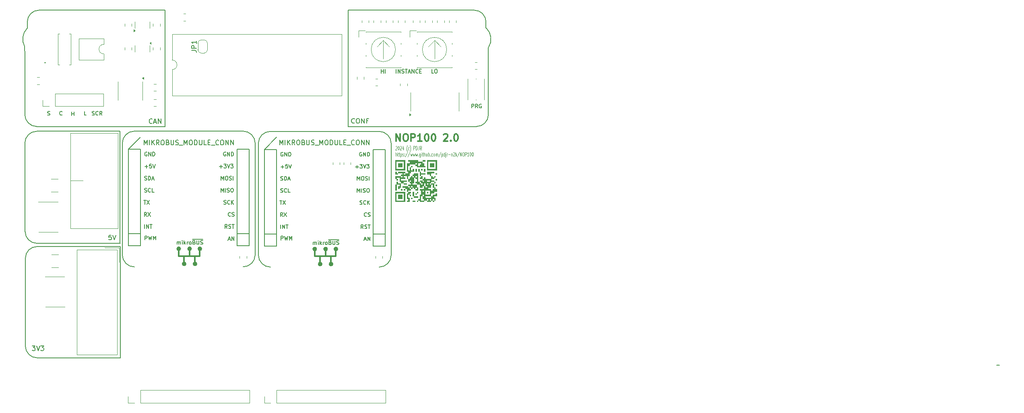
<source format=gto>
G04 #@! TF.GenerationSoftware,KiCad,Pcbnew,7.0.11*
G04 #@! TF.CreationDate,2024-07-15T12:45:27+02:00*
G04 #@! TF.ProjectId,NOP100,4e4f5031-3030-42e6-9b69-6361645f7063,221101*
G04 #@! TF.SameCoordinates,Original*
G04 #@! TF.FileFunction,Legend,Top*
G04 #@! TF.FilePolarity,Positive*
%FSLAX46Y46*%
G04 Gerber Fmt 4.6, Leading zero omitted, Abs format (unit mm)*
G04 Created by KiCad (PCBNEW 7.0.11) date 2024-07-15 12:45:27*
%MOMM*%
%LPD*%
G01*
G04 APERTURE LIST*
%ADD10C,0.150000*%
%ADD11C,0.375000*%
%ADD12C,0.200000*%
%ADD13C,0.125000*%
%ADD14C,0.120000*%
%ADD15C,0.127000*%
%ADD16C,0.304800*%
%ADD17C,0.508000*%
G04 APERTURE END LIST*
D10*
X-48750000Y-5000000D02*
G75*
G03*
X-46250000Y-7500000I2500000J0D01*
G01*
X19200000Y41600000D02*
X21700000Y41600000D01*
X-46200000Y-31600000D02*
X-28700000Y-31600000D01*
X-48300000Y37800000D02*
X-48300000Y39100000D01*
X-48300000Y37800000D02*
G75*
G03*
X-48824126Y33886213I2299999J-2300000D01*
G01*
X-48700000Y-29100000D02*
G75*
G03*
X-46200000Y-31600000I2500000J0D01*
G01*
X-48800000Y22100000D02*
X-48800000Y32100000D01*
X-48700000Y-10662500D02*
X-48700000Y-29100000D01*
X-28800000Y16100000D02*
X-28800000Y-7500000D01*
X-31300000Y16100000D02*
X-28800000Y16100000D01*
X-48800000Y19600000D02*
X-48800000Y22100000D01*
X-46200000Y-8162500D02*
G75*
G03*
X-48700000Y-10662500I0J-2500000D01*
G01*
X-19300000Y17100000D02*
X-21800000Y17100000D01*
X-19300000Y19600000D02*
X-19300000Y17100000D01*
X48299999Y37799999D02*
G75*
G03*
X48197923Y37897735I-2302699J-2302799D01*
G01*
X-19300000Y41600000D02*
X-21800000Y41600000D01*
X-45800000Y41600000D02*
G75*
G03*
X-48300000Y39100000I0J-2500000D01*
G01*
X46200000Y17100000D02*
X21700000Y17100000D01*
X48200000Y38600000D02*
X48197923Y37897735D01*
X-48800000Y13600000D02*
X-48800000Y-5000000D01*
X-46200000Y-8162500D02*
X-28700000Y-8162500D01*
X-19300000Y19600000D02*
X-19300000Y39100000D01*
X19200000Y17100000D02*
X21700000Y17100000D01*
X-48800000Y19600000D02*
G75*
G03*
X-46300000Y17100000I2500000J0D01*
G01*
X-48824127Y33886213D02*
X-48800000Y32100000D01*
X-46250000Y-7500000D02*
X-28750000Y-7500000D01*
X-45800000Y41600000D02*
X-21800000Y41600000D01*
X19200000Y19600000D02*
X19200000Y17100000D01*
X46200000Y17100000D02*
G75*
G03*
X48700000Y19600000I0J2500000D01*
G01*
X48700000Y33700000D02*
G75*
G03*
X48245230Y37842849I-2700000J1800000D01*
G01*
X-46300000Y16100000D02*
X-31300000Y16100000D01*
X155571000Y-33114000D02*
X156206000Y-33114000D01*
X-19300000Y39100000D02*
X-19300000Y41600000D01*
X-28700000Y-8162500D02*
X-28700000Y-31600000D01*
X-21800000Y17100000D02*
X-46300000Y17100000D01*
X21700000Y41600000D02*
X45700000Y41600000D01*
X48200000Y39100000D02*
G75*
G03*
X45700000Y41600000I-2500000J0D01*
G01*
X48700000Y19600000D02*
X48700000Y33700000D01*
X19200000Y39100000D02*
X19200000Y41600000D01*
X-46300000Y16100000D02*
G75*
G03*
X-48800000Y13600000I0J-2500000D01*
G01*
X48200000Y39100000D02*
X48200000Y38600000D01*
X19200000Y39100000D02*
X19200000Y19600000D01*
X-40982380Y19563895D02*
X-41020476Y19525800D01*
X-41020476Y19525800D02*
X-41134761Y19487704D01*
X-41134761Y19487704D02*
X-41210952Y19487704D01*
X-41210952Y19487704D02*
X-41325238Y19525800D01*
X-41325238Y19525800D02*
X-41401428Y19601990D01*
X-41401428Y19601990D02*
X-41439523Y19678180D01*
X-41439523Y19678180D02*
X-41477619Y19830561D01*
X-41477619Y19830561D02*
X-41477619Y19944847D01*
X-41477619Y19944847D02*
X-41439523Y20097228D01*
X-41439523Y20097228D02*
X-41401428Y20173419D01*
X-41401428Y20173419D02*
X-41325238Y20249609D01*
X-41325238Y20249609D02*
X-41210952Y20287704D01*
X-41210952Y20287704D02*
X-41134761Y20287704D01*
X-41134761Y20287704D02*
X-41020476Y20249609D01*
X-41020476Y20249609D02*
X-40982380Y20211514D01*
X-43998571Y19525800D02*
X-43884285Y19487704D01*
X-43884285Y19487704D02*
X-43693809Y19487704D01*
X-43693809Y19487704D02*
X-43617618Y19525800D01*
X-43617618Y19525800D02*
X-43579523Y19563895D01*
X-43579523Y19563895D02*
X-43541428Y19640085D01*
X-43541428Y19640085D02*
X-43541428Y19716276D01*
X-43541428Y19716276D02*
X-43579523Y19792466D01*
X-43579523Y19792466D02*
X-43617618Y19830561D01*
X-43617618Y19830561D02*
X-43693809Y19868657D01*
X-43693809Y19868657D02*
X-43846190Y19906752D01*
X-43846190Y19906752D02*
X-43922380Y19944847D01*
X-43922380Y19944847D02*
X-43960475Y19982942D01*
X-43960475Y19982942D02*
X-43998571Y20059133D01*
X-43998571Y20059133D02*
X-43998571Y20135323D01*
X-43998571Y20135323D02*
X-43960475Y20211514D01*
X-43960475Y20211514D02*
X-43922380Y20249609D01*
X-43922380Y20249609D02*
X-43846190Y20287704D01*
X-43846190Y20287704D02*
X-43655713Y20287704D01*
X-43655713Y20287704D02*
X-43541428Y20249609D01*
X-35902380Y19487704D02*
X-36283332Y19487704D01*
X-36283332Y19487704D02*
X-36283332Y20287704D01*
X-34638571Y19525800D02*
X-34524285Y19487704D01*
X-34524285Y19487704D02*
X-34333809Y19487704D01*
X-34333809Y19487704D02*
X-34257618Y19525800D01*
X-34257618Y19525800D02*
X-34219523Y19563895D01*
X-34219523Y19563895D02*
X-34181428Y19640085D01*
X-34181428Y19640085D02*
X-34181428Y19716276D01*
X-34181428Y19716276D02*
X-34219523Y19792466D01*
X-34219523Y19792466D02*
X-34257618Y19830561D01*
X-34257618Y19830561D02*
X-34333809Y19868657D01*
X-34333809Y19868657D02*
X-34486190Y19906752D01*
X-34486190Y19906752D02*
X-34562380Y19944847D01*
X-34562380Y19944847D02*
X-34600475Y19982942D01*
X-34600475Y19982942D02*
X-34638571Y20059133D01*
X-34638571Y20059133D02*
X-34638571Y20135323D01*
X-34638571Y20135323D02*
X-34600475Y20211514D01*
X-34600475Y20211514D02*
X-34562380Y20249609D01*
X-34562380Y20249609D02*
X-34486190Y20287704D01*
X-34486190Y20287704D02*
X-34295713Y20287704D01*
X-34295713Y20287704D02*
X-34181428Y20249609D01*
X-33381427Y19563895D02*
X-33419523Y19525800D01*
X-33419523Y19525800D02*
X-33533808Y19487704D01*
X-33533808Y19487704D02*
X-33609999Y19487704D01*
X-33609999Y19487704D02*
X-33724285Y19525800D01*
X-33724285Y19525800D02*
X-33800475Y19601990D01*
X-33800475Y19601990D02*
X-33838570Y19678180D01*
X-33838570Y19678180D02*
X-33876666Y19830561D01*
X-33876666Y19830561D02*
X-33876666Y19944847D01*
X-33876666Y19944847D02*
X-33838570Y20097228D01*
X-33838570Y20097228D02*
X-33800475Y20173419D01*
X-33800475Y20173419D02*
X-33724285Y20249609D01*
X-33724285Y20249609D02*
X-33609999Y20287704D01*
X-33609999Y20287704D02*
X-33533808Y20287704D01*
X-33533808Y20287704D02*
X-33419523Y20249609D01*
X-33419523Y20249609D02*
X-33381427Y20211514D01*
X-32581427Y19487704D02*
X-32848094Y19868657D01*
X-33038570Y19487704D02*
X-33038570Y20287704D01*
X-33038570Y20287704D02*
X-32733808Y20287704D01*
X-32733808Y20287704D02*
X-32657618Y20249609D01*
X-32657618Y20249609D02*
X-32619523Y20211514D01*
X-32619523Y20211514D02*
X-32581427Y20135323D01*
X-32581427Y20135323D02*
X-32581427Y20021038D01*
X-32581427Y20021038D02*
X-32619523Y19944847D01*
X-32619523Y19944847D02*
X-32657618Y19906752D01*
X-32657618Y19906752D02*
X-32733808Y19868657D01*
X-32733808Y19868657D02*
X-33038570Y19868657D01*
X-38461429Y20212295D02*
X-38461429Y19412295D01*
X-38461429Y19793247D02*
X-38918572Y19793247D01*
X-38918572Y20212295D02*
X-38918572Y19412295D01*
X37178571Y28355704D02*
X36797619Y28355704D01*
X36797619Y28355704D02*
X36797619Y29155704D01*
X37597619Y29155704D02*
X37750000Y29155704D01*
X37750000Y29155704D02*
X37826190Y29117609D01*
X37826190Y29117609D02*
X37902381Y29041419D01*
X37902381Y29041419D02*
X37940476Y28889038D01*
X37940476Y28889038D02*
X37940476Y28622371D01*
X37940476Y28622371D02*
X37902381Y28469990D01*
X37902381Y28469990D02*
X37826190Y28393800D01*
X37826190Y28393800D02*
X37750000Y28355704D01*
X37750000Y28355704D02*
X37597619Y28355704D01*
X37597619Y28355704D02*
X37521428Y28393800D01*
X37521428Y28393800D02*
X37445238Y28469990D01*
X37445238Y28469990D02*
X37407142Y28622371D01*
X37407142Y28622371D02*
X37407142Y28889038D01*
X37407142Y28889038D02*
X37445238Y29041419D01*
X37445238Y29041419D02*
X37521428Y29117609D01*
X37521428Y29117609D02*
X37597619Y29155704D01*
D11*
X29303852Y14048071D02*
X29303852Y15548071D01*
X29303852Y15548071D02*
X30160995Y14048071D01*
X30160995Y14048071D02*
X30160995Y15548071D01*
X31160996Y15548071D02*
X31446710Y15548071D01*
X31446710Y15548071D02*
X31589567Y15476642D01*
X31589567Y15476642D02*
X31732424Y15333785D01*
X31732424Y15333785D02*
X31803853Y15048071D01*
X31803853Y15048071D02*
X31803853Y14548071D01*
X31803853Y14548071D02*
X31732424Y14262357D01*
X31732424Y14262357D02*
X31589567Y14119500D01*
X31589567Y14119500D02*
X31446710Y14048071D01*
X31446710Y14048071D02*
X31160996Y14048071D01*
X31160996Y14048071D02*
X31018139Y14119500D01*
X31018139Y14119500D02*
X30875281Y14262357D01*
X30875281Y14262357D02*
X30803853Y14548071D01*
X30803853Y14548071D02*
X30803853Y15048071D01*
X30803853Y15048071D02*
X30875281Y15333785D01*
X30875281Y15333785D02*
X31018139Y15476642D01*
X31018139Y15476642D02*
X31160996Y15548071D01*
X32446710Y14048071D02*
X32446710Y15548071D01*
X32446710Y15548071D02*
X33018139Y15548071D01*
X33018139Y15548071D02*
X33160996Y15476642D01*
X33160996Y15476642D02*
X33232425Y15405214D01*
X33232425Y15405214D02*
X33303853Y15262357D01*
X33303853Y15262357D02*
X33303853Y15048071D01*
X33303853Y15048071D02*
X33232425Y14905214D01*
X33232425Y14905214D02*
X33160996Y14833785D01*
X33160996Y14833785D02*
X33018139Y14762357D01*
X33018139Y14762357D02*
X32446710Y14762357D01*
X34732425Y14048071D02*
X33875282Y14048071D01*
X34303853Y14048071D02*
X34303853Y15548071D01*
X34303853Y15548071D02*
X34160996Y15333785D01*
X34160996Y15333785D02*
X34018139Y15190928D01*
X34018139Y15190928D02*
X33875282Y15119500D01*
X35660996Y15548071D02*
X35803853Y15548071D01*
X35803853Y15548071D02*
X35946710Y15476642D01*
X35946710Y15476642D02*
X36018139Y15405214D01*
X36018139Y15405214D02*
X36089567Y15262357D01*
X36089567Y15262357D02*
X36160996Y14976642D01*
X36160996Y14976642D02*
X36160996Y14619500D01*
X36160996Y14619500D02*
X36089567Y14333785D01*
X36089567Y14333785D02*
X36018139Y14190928D01*
X36018139Y14190928D02*
X35946710Y14119500D01*
X35946710Y14119500D02*
X35803853Y14048071D01*
X35803853Y14048071D02*
X35660996Y14048071D01*
X35660996Y14048071D02*
X35518139Y14119500D01*
X35518139Y14119500D02*
X35446710Y14190928D01*
X35446710Y14190928D02*
X35375281Y14333785D01*
X35375281Y14333785D02*
X35303853Y14619500D01*
X35303853Y14619500D02*
X35303853Y14976642D01*
X35303853Y14976642D02*
X35375281Y15262357D01*
X35375281Y15262357D02*
X35446710Y15405214D01*
X35446710Y15405214D02*
X35518139Y15476642D01*
X35518139Y15476642D02*
X35660996Y15548071D01*
X37089567Y15548071D02*
X37232424Y15548071D01*
X37232424Y15548071D02*
X37375281Y15476642D01*
X37375281Y15476642D02*
X37446710Y15405214D01*
X37446710Y15405214D02*
X37518138Y15262357D01*
X37518138Y15262357D02*
X37589567Y14976642D01*
X37589567Y14976642D02*
X37589567Y14619500D01*
X37589567Y14619500D02*
X37518138Y14333785D01*
X37518138Y14333785D02*
X37446710Y14190928D01*
X37446710Y14190928D02*
X37375281Y14119500D01*
X37375281Y14119500D02*
X37232424Y14048071D01*
X37232424Y14048071D02*
X37089567Y14048071D01*
X37089567Y14048071D02*
X36946710Y14119500D01*
X36946710Y14119500D02*
X36875281Y14190928D01*
X36875281Y14190928D02*
X36803852Y14333785D01*
X36803852Y14333785D02*
X36732424Y14619500D01*
X36732424Y14619500D02*
X36732424Y14976642D01*
X36732424Y14976642D02*
X36803852Y15262357D01*
X36803852Y15262357D02*
X36875281Y15405214D01*
X36875281Y15405214D02*
X36946710Y15476642D01*
X36946710Y15476642D02*
X37089567Y15548071D01*
X39303852Y15405214D02*
X39375280Y15476642D01*
X39375280Y15476642D02*
X39518138Y15548071D01*
X39518138Y15548071D02*
X39875280Y15548071D01*
X39875280Y15548071D02*
X40018138Y15476642D01*
X40018138Y15476642D02*
X40089566Y15405214D01*
X40089566Y15405214D02*
X40160995Y15262357D01*
X40160995Y15262357D02*
X40160995Y15119500D01*
X40160995Y15119500D02*
X40089566Y14905214D01*
X40089566Y14905214D02*
X39232423Y14048071D01*
X39232423Y14048071D02*
X40160995Y14048071D01*
X40803851Y14190928D02*
X40875280Y14119500D01*
X40875280Y14119500D02*
X40803851Y14048071D01*
X40803851Y14048071D02*
X40732423Y14119500D01*
X40732423Y14119500D02*
X40803851Y14190928D01*
X40803851Y14190928D02*
X40803851Y14048071D01*
X41803852Y15548071D02*
X41946709Y15548071D01*
X41946709Y15548071D02*
X42089566Y15476642D01*
X42089566Y15476642D02*
X42160995Y15405214D01*
X42160995Y15405214D02*
X42232423Y15262357D01*
X42232423Y15262357D02*
X42303852Y14976642D01*
X42303852Y14976642D02*
X42303852Y14619500D01*
X42303852Y14619500D02*
X42232423Y14333785D01*
X42232423Y14333785D02*
X42160995Y14190928D01*
X42160995Y14190928D02*
X42089566Y14119500D01*
X42089566Y14119500D02*
X41946709Y14048071D01*
X41946709Y14048071D02*
X41803852Y14048071D01*
X41803852Y14048071D02*
X41660995Y14119500D01*
X41660995Y14119500D02*
X41589566Y14190928D01*
X41589566Y14190928D02*
X41518137Y14333785D01*
X41518137Y14333785D02*
X41446709Y14619500D01*
X41446709Y14619500D02*
X41446709Y14976642D01*
X41446709Y14976642D02*
X41518137Y15262357D01*
X41518137Y15262357D02*
X41589566Y15405214D01*
X41589566Y15405214D02*
X41660995Y15476642D01*
X41660995Y15476642D02*
X41803852Y15548071D01*
D12*
X20541101Y17878019D02*
X20493482Y17830400D01*
X20493482Y17830400D02*
X20350625Y17782780D01*
X20350625Y17782780D02*
X20255387Y17782780D01*
X20255387Y17782780D02*
X20112530Y17830400D01*
X20112530Y17830400D02*
X20017292Y17925638D01*
X20017292Y17925638D02*
X19969673Y18020876D01*
X19969673Y18020876D02*
X19922054Y18211352D01*
X19922054Y18211352D02*
X19922054Y18354209D01*
X19922054Y18354209D02*
X19969673Y18544685D01*
X19969673Y18544685D02*
X20017292Y18639923D01*
X20017292Y18639923D02*
X20112530Y18735161D01*
X20112530Y18735161D02*
X20255387Y18782780D01*
X20255387Y18782780D02*
X20350625Y18782780D01*
X20350625Y18782780D02*
X20493482Y18735161D01*
X20493482Y18735161D02*
X20541101Y18687542D01*
X21160149Y18782780D02*
X21350625Y18782780D01*
X21350625Y18782780D02*
X21445863Y18735161D01*
X21445863Y18735161D02*
X21541101Y18639923D01*
X21541101Y18639923D02*
X21588720Y18449447D01*
X21588720Y18449447D02*
X21588720Y18116114D01*
X21588720Y18116114D02*
X21541101Y17925638D01*
X21541101Y17925638D02*
X21445863Y17830400D01*
X21445863Y17830400D02*
X21350625Y17782780D01*
X21350625Y17782780D02*
X21160149Y17782780D01*
X21160149Y17782780D02*
X21064911Y17830400D01*
X21064911Y17830400D02*
X20969673Y17925638D01*
X20969673Y17925638D02*
X20922054Y18116114D01*
X20922054Y18116114D02*
X20922054Y18449447D01*
X20922054Y18449447D02*
X20969673Y18639923D01*
X20969673Y18639923D02*
X21064911Y18735161D01*
X21064911Y18735161D02*
X21160149Y18782780D01*
X22017292Y17782780D02*
X22017292Y18782780D01*
X22017292Y18782780D02*
X22588720Y17782780D01*
X22588720Y17782780D02*
X22588720Y18782780D01*
X23398244Y18306590D02*
X23064911Y18306590D01*
X23064911Y17782780D02*
X23064911Y18782780D01*
X23064911Y18782780D02*
X23541101Y18782780D01*
D10*
X29321429Y28355704D02*
X29321429Y29155704D01*
X29702381Y28355704D02*
X29702381Y29155704D01*
X29702381Y29155704D02*
X30159524Y28355704D01*
X30159524Y28355704D02*
X30159524Y29155704D01*
X30502380Y28393800D02*
X30616666Y28355704D01*
X30616666Y28355704D02*
X30807142Y28355704D01*
X30807142Y28355704D02*
X30883333Y28393800D01*
X30883333Y28393800D02*
X30921428Y28431895D01*
X30921428Y28431895D02*
X30959523Y28508085D01*
X30959523Y28508085D02*
X30959523Y28584276D01*
X30959523Y28584276D02*
X30921428Y28660466D01*
X30921428Y28660466D02*
X30883333Y28698561D01*
X30883333Y28698561D02*
X30807142Y28736657D01*
X30807142Y28736657D02*
X30654761Y28774752D01*
X30654761Y28774752D02*
X30578571Y28812847D01*
X30578571Y28812847D02*
X30540476Y28850942D01*
X30540476Y28850942D02*
X30502380Y28927133D01*
X30502380Y28927133D02*
X30502380Y29003323D01*
X30502380Y29003323D02*
X30540476Y29079514D01*
X30540476Y29079514D02*
X30578571Y29117609D01*
X30578571Y29117609D02*
X30654761Y29155704D01*
X30654761Y29155704D02*
X30845238Y29155704D01*
X30845238Y29155704D02*
X30959523Y29117609D01*
X31188095Y29155704D02*
X31645238Y29155704D01*
X31416666Y28355704D02*
X31416666Y29155704D01*
X31873809Y28584276D02*
X32254762Y28584276D01*
X31797619Y28355704D02*
X32064286Y29155704D01*
X32064286Y29155704D02*
X32330952Y28355704D01*
X32597619Y28355704D02*
X32597619Y29155704D01*
X32597619Y29155704D02*
X33054762Y28355704D01*
X33054762Y28355704D02*
X33054762Y29155704D01*
X33892857Y28431895D02*
X33854761Y28393800D01*
X33854761Y28393800D02*
X33740476Y28355704D01*
X33740476Y28355704D02*
X33664285Y28355704D01*
X33664285Y28355704D02*
X33549999Y28393800D01*
X33549999Y28393800D02*
X33473809Y28469990D01*
X33473809Y28469990D02*
X33435714Y28546180D01*
X33435714Y28546180D02*
X33397618Y28698561D01*
X33397618Y28698561D02*
X33397618Y28812847D01*
X33397618Y28812847D02*
X33435714Y28965228D01*
X33435714Y28965228D02*
X33473809Y29041419D01*
X33473809Y29041419D02*
X33549999Y29117609D01*
X33549999Y29117609D02*
X33664285Y29155704D01*
X33664285Y29155704D02*
X33740476Y29155704D01*
X33740476Y29155704D02*
X33854761Y29117609D01*
X33854761Y29117609D02*
X33892857Y29079514D01*
X34235714Y28774752D02*
X34502380Y28774752D01*
X34616666Y28355704D02*
X34235714Y28355704D01*
X34235714Y28355704D02*
X34235714Y29155704D01*
X34235714Y29155704D02*
X34616666Y29155704D01*
D12*
X-30626816Y-5767219D02*
X-31103006Y-5767219D01*
X-31103006Y-5767219D02*
X-31150625Y-6243409D01*
X-31150625Y-6243409D02*
X-31103006Y-6195790D01*
X-31103006Y-6195790D02*
X-31007768Y-6148171D01*
X-31007768Y-6148171D02*
X-30769673Y-6148171D01*
X-30769673Y-6148171D02*
X-30674435Y-6195790D01*
X-30674435Y-6195790D02*
X-30626816Y-6243409D01*
X-30626816Y-6243409D02*
X-30579197Y-6338647D01*
X-30579197Y-6338647D02*
X-30579197Y-6576742D01*
X-30579197Y-6576742D02*
X-30626816Y-6671980D01*
X-30626816Y-6671980D02*
X-30674435Y-6719600D01*
X-30674435Y-6719600D02*
X-30769673Y-6767219D01*
X-30769673Y-6767219D02*
X-31007768Y-6767219D01*
X-31007768Y-6767219D02*
X-31103006Y-6719600D01*
X-31103006Y-6719600D02*
X-31150625Y-6671980D01*
X-30293482Y-5767219D02*
X-29960149Y-6767219D01*
X-29960149Y-6767219D02*
X-29626816Y-5767219D01*
D10*
X26180953Y28355704D02*
X26180953Y29155704D01*
X26180953Y28774752D02*
X26638096Y28774752D01*
X26638096Y28355704D02*
X26638096Y29155704D01*
X27019048Y28355704D02*
X27019048Y29155704D01*
D12*
X-47250625Y-29067219D02*
X-46631578Y-29067219D01*
X-46631578Y-29067219D02*
X-46964911Y-29448171D01*
X-46964911Y-29448171D02*
X-46822054Y-29448171D01*
X-46822054Y-29448171D02*
X-46726816Y-29495790D01*
X-46726816Y-29495790D02*
X-46679197Y-29543409D01*
X-46679197Y-29543409D02*
X-46631578Y-29638647D01*
X-46631578Y-29638647D02*
X-46631578Y-29876742D01*
X-46631578Y-29876742D02*
X-46679197Y-29971980D01*
X-46679197Y-29971980D02*
X-46726816Y-30019600D01*
X-46726816Y-30019600D02*
X-46822054Y-30067219D01*
X-46822054Y-30067219D02*
X-47107768Y-30067219D01*
X-47107768Y-30067219D02*
X-47203006Y-30019600D01*
X-47203006Y-30019600D02*
X-47250625Y-29971980D01*
X-46345863Y-29067219D02*
X-46012530Y-30067219D01*
X-46012530Y-30067219D02*
X-45679197Y-29067219D01*
X-45441101Y-29067219D02*
X-44822054Y-29067219D01*
X-44822054Y-29067219D02*
X-45155387Y-29448171D01*
X-45155387Y-29448171D02*
X-45012530Y-29448171D01*
X-45012530Y-29448171D02*
X-44917292Y-29495790D01*
X-44917292Y-29495790D02*
X-44869673Y-29543409D01*
X-44869673Y-29543409D02*
X-44822054Y-29638647D01*
X-44822054Y-29638647D02*
X-44822054Y-29876742D01*
X-44822054Y-29876742D02*
X-44869673Y-29971980D01*
X-44869673Y-29971980D02*
X-44917292Y-30019600D01*
X-44917292Y-30019600D02*
X-45012530Y-30067219D01*
X-45012530Y-30067219D02*
X-45298244Y-30067219D01*
X-45298244Y-30067219D02*
X-45393482Y-30019600D01*
X-45393482Y-30019600D02*
X-45441101Y-29971980D01*
D13*
X29177474Y12892214D02*
X29201283Y12930309D01*
X29201283Y12930309D02*
X29248902Y12968404D01*
X29248902Y12968404D02*
X29367950Y12968404D01*
X29367950Y12968404D02*
X29415569Y12930309D01*
X29415569Y12930309D02*
X29439378Y12892214D01*
X29439378Y12892214D02*
X29463188Y12816023D01*
X29463188Y12816023D02*
X29463188Y12739833D01*
X29463188Y12739833D02*
X29439378Y12625547D01*
X29439378Y12625547D02*
X29153664Y12168404D01*
X29153664Y12168404D02*
X29463188Y12168404D01*
X29772711Y12968404D02*
X29820330Y12968404D01*
X29820330Y12968404D02*
X29867949Y12930309D01*
X29867949Y12930309D02*
X29891759Y12892214D01*
X29891759Y12892214D02*
X29915568Y12816023D01*
X29915568Y12816023D02*
X29939378Y12663642D01*
X29939378Y12663642D02*
X29939378Y12473166D01*
X29939378Y12473166D02*
X29915568Y12320785D01*
X29915568Y12320785D02*
X29891759Y12244595D01*
X29891759Y12244595D02*
X29867949Y12206500D01*
X29867949Y12206500D02*
X29820330Y12168404D01*
X29820330Y12168404D02*
X29772711Y12168404D01*
X29772711Y12168404D02*
X29725092Y12206500D01*
X29725092Y12206500D02*
X29701283Y12244595D01*
X29701283Y12244595D02*
X29677473Y12320785D01*
X29677473Y12320785D02*
X29653664Y12473166D01*
X29653664Y12473166D02*
X29653664Y12663642D01*
X29653664Y12663642D02*
X29677473Y12816023D01*
X29677473Y12816023D02*
X29701283Y12892214D01*
X29701283Y12892214D02*
X29725092Y12930309D01*
X29725092Y12930309D02*
X29772711Y12968404D01*
X30129854Y12892214D02*
X30153663Y12930309D01*
X30153663Y12930309D02*
X30201282Y12968404D01*
X30201282Y12968404D02*
X30320330Y12968404D01*
X30320330Y12968404D02*
X30367949Y12930309D01*
X30367949Y12930309D02*
X30391758Y12892214D01*
X30391758Y12892214D02*
X30415568Y12816023D01*
X30415568Y12816023D02*
X30415568Y12739833D01*
X30415568Y12739833D02*
X30391758Y12625547D01*
X30391758Y12625547D02*
X30106044Y12168404D01*
X30106044Y12168404D02*
X30415568Y12168404D01*
X30844139Y12701738D02*
X30844139Y12168404D01*
X30725091Y13006500D02*
X30606044Y12435071D01*
X30606044Y12435071D02*
X30915567Y12435071D01*
X31629852Y11863642D02*
X31606043Y11901738D01*
X31606043Y11901738D02*
X31558424Y12016023D01*
X31558424Y12016023D02*
X31534614Y12092214D01*
X31534614Y12092214D02*
X31510805Y12206500D01*
X31510805Y12206500D02*
X31486995Y12396976D01*
X31486995Y12396976D02*
X31486995Y12549357D01*
X31486995Y12549357D02*
X31510805Y12739833D01*
X31510805Y12739833D02*
X31534614Y12854119D01*
X31534614Y12854119D02*
X31558424Y12930309D01*
X31558424Y12930309D02*
X31606043Y13044595D01*
X31606043Y13044595D02*
X31629852Y13082690D01*
X32034614Y12206500D02*
X31986995Y12168404D01*
X31986995Y12168404D02*
X31891757Y12168404D01*
X31891757Y12168404D02*
X31844138Y12206500D01*
X31844138Y12206500D02*
X31820328Y12244595D01*
X31820328Y12244595D02*
X31796519Y12320785D01*
X31796519Y12320785D02*
X31796519Y12549357D01*
X31796519Y12549357D02*
X31820328Y12625547D01*
X31820328Y12625547D02*
X31844138Y12663642D01*
X31844138Y12663642D02*
X31891757Y12701738D01*
X31891757Y12701738D02*
X31986995Y12701738D01*
X31986995Y12701738D02*
X32034614Y12663642D01*
X32201280Y11863642D02*
X32225090Y11901738D01*
X32225090Y11901738D02*
X32272709Y12016023D01*
X32272709Y12016023D02*
X32296518Y12092214D01*
X32296518Y12092214D02*
X32320328Y12206500D01*
X32320328Y12206500D02*
X32344137Y12396976D01*
X32344137Y12396976D02*
X32344137Y12549357D01*
X32344137Y12549357D02*
X32320328Y12739833D01*
X32320328Y12739833D02*
X32296518Y12854119D01*
X32296518Y12854119D02*
X32272709Y12930309D01*
X32272709Y12930309D02*
X32225090Y13044595D01*
X32225090Y13044595D02*
X32201280Y13082690D01*
X32963184Y12168404D02*
X32963184Y12968404D01*
X32963184Y12968404D02*
X33153660Y12968404D01*
X33153660Y12968404D02*
X33201279Y12930309D01*
X33201279Y12930309D02*
X33225089Y12892214D01*
X33225089Y12892214D02*
X33248898Y12816023D01*
X33248898Y12816023D02*
X33248898Y12701738D01*
X33248898Y12701738D02*
X33225089Y12625547D01*
X33225089Y12625547D02*
X33201279Y12587452D01*
X33201279Y12587452D02*
X33153660Y12549357D01*
X33153660Y12549357D02*
X32963184Y12549357D01*
X33463184Y12168404D02*
X33463184Y12968404D01*
X33463184Y12968404D02*
X33582232Y12968404D01*
X33582232Y12968404D02*
X33653660Y12930309D01*
X33653660Y12930309D02*
X33701279Y12854119D01*
X33701279Y12854119D02*
X33725089Y12777928D01*
X33725089Y12777928D02*
X33748898Y12625547D01*
X33748898Y12625547D02*
X33748898Y12511261D01*
X33748898Y12511261D02*
X33725089Y12358880D01*
X33725089Y12358880D02*
X33701279Y12282690D01*
X33701279Y12282690D02*
X33653660Y12206500D01*
X33653660Y12206500D02*
X33582232Y12168404D01*
X33582232Y12168404D02*
X33463184Y12168404D01*
X34106041Y12968404D02*
X34106041Y12396976D01*
X34106041Y12396976D02*
X34082232Y12282690D01*
X34082232Y12282690D02*
X34034613Y12206500D01*
X34034613Y12206500D02*
X33963184Y12168404D01*
X33963184Y12168404D02*
X33915565Y12168404D01*
X34629850Y12168404D02*
X34463184Y12549357D01*
X34344136Y12168404D02*
X34344136Y12968404D01*
X34344136Y12968404D02*
X34534612Y12968404D01*
X34534612Y12968404D02*
X34582231Y12930309D01*
X34582231Y12930309D02*
X34606041Y12892214D01*
X34606041Y12892214D02*
X34629850Y12816023D01*
X34629850Y12816023D02*
X34629850Y12701738D01*
X34629850Y12701738D02*
X34606041Y12625547D01*
X34606041Y12625547D02*
X34582231Y12587452D01*
X34582231Y12587452D02*
X34534612Y12549357D01*
X34534612Y12549357D02*
X34344136Y12549357D01*
X29201283Y10880404D02*
X29201283Y11680404D01*
X29415569Y10880404D02*
X29415569Y11299452D01*
X29415569Y11299452D02*
X29391759Y11375642D01*
X29391759Y11375642D02*
X29344140Y11413738D01*
X29344140Y11413738D02*
X29272712Y11413738D01*
X29272712Y11413738D02*
X29225093Y11375642D01*
X29225093Y11375642D02*
X29201283Y11337547D01*
X29582236Y11413738D02*
X29772712Y11413738D01*
X29653664Y11680404D02*
X29653664Y10994690D01*
X29653664Y10994690D02*
X29677474Y10918500D01*
X29677474Y10918500D02*
X29725093Y10880404D01*
X29725093Y10880404D02*
X29772712Y10880404D01*
X29867950Y11413738D02*
X30058426Y11413738D01*
X29939378Y11680404D02*
X29939378Y10994690D01*
X29939378Y10994690D02*
X29963188Y10918500D01*
X29963188Y10918500D02*
X30010807Y10880404D01*
X30010807Y10880404D02*
X30058426Y10880404D01*
X30225092Y11413738D02*
X30225092Y10613738D01*
X30225092Y11375642D02*
X30272711Y11413738D01*
X30272711Y11413738D02*
X30367949Y11413738D01*
X30367949Y11413738D02*
X30415568Y11375642D01*
X30415568Y11375642D02*
X30439378Y11337547D01*
X30439378Y11337547D02*
X30463187Y11261357D01*
X30463187Y11261357D02*
X30463187Y11032785D01*
X30463187Y11032785D02*
X30439378Y10956595D01*
X30439378Y10956595D02*
X30415568Y10918500D01*
X30415568Y10918500D02*
X30367949Y10880404D01*
X30367949Y10880404D02*
X30272711Y10880404D01*
X30272711Y10880404D02*
X30225092Y10918500D01*
X30653664Y10918500D02*
X30701283Y10880404D01*
X30701283Y10880404D02*
X30796521Y10880404D01*
X30796521Y10880404D02*
X30844140Y10918500D01*
X30844140Y10918500D02*
X30867949Y10994690D01*
X30867949Y10994690D02*
X30867949Y11032785D01*
X30867949Y11032785D02*
X30844140Y11108976D01*
X30844140Y11108976D02*
X30796521Y11147071D01*
X30796521Y11147071D02*
X30725092Y11147071D01*
X30725092Y11147071D02*
X30677473Y11185166D01*
X30677473Y11185166D02*
X30653664Y11261357D01*
X30653664Y11261357D02*
X30653664Y11299452D01*
X30653664Y11299452D02*
X30677473Y11375642D01*
X30677473Y11375642D02*
X30725092Y11413738D01*
X30725092Y11413738D02*
X30796521Y11413738D01*
X30796521Y11413738D02*
X30844140Y11375642D01*
X31082235Y10956595D02*
X31106045Y10918500D01*
X31106045Y10918500D02*
X31082235Y10880404D01*
X31082235Y10880404D02*
X31058426Y10918500D01*
X31058426Y10918500D02*
X31082235Y10956595D01*
X31082235Y10956595D02*
X31082235Y10880404D01*
X31082235Y11375642D02*
X31106045Y11337547D01*
X31106045Y11337547D02*
X31082235Y11299452D01*
X31082235Y11299452D02*
X31058426Y11337547D01*
X31058426Y11337547D02*
X31082235Y11375642D01*
X31082235Y11375642D02*
X31082235Y11299452D01*
X31677473Y11718500D02*
X31248902Y10689928D01*
X32201283Y11718500D02*
X31772712Y10689928D01*
X32320331Y11413738D02*
X32415569Y10880404D01*
X32415569Y10880404D02*
X32510807Y11261357D01*
X32510807Y11261357D02*
X32606045Y10880404D01*
X32606045Y10880404D02*
X32701283Y11413738D01*
X32844141Y11413738D02*
X32939379Y10880404D01*
X32939379Y10880404D02*
X33034617Y11261357D01*
X33034617Y11261357D02*
X33129855Y10880404D01*
X33129855Y10880404D02*
X33225093Y11413738D01*
X33367951Y11413738D02*
X33463189Y10880404D01*
X33463189Y10880404D02*
X33558427Y11261357D01*
X33558427Y11261357D02*
X33653665Y10880404D01*
X33653665Y10880404D02*
X33748903Y11413738D01*
X33939380Y10956595D02*
X33963190Y10918500D01*
X33963190Y10918500D02*
X33939380Y10880404D01*
X33939380Y10880404D02*
X33915571Y10918500D01*
X33915571Y10918500D02*
X33939380Y10956595D01*
X33939380Y10956595D02*
X33939380Y10880404D01*
X34391761Y11413738D02*
X34391761Y10766119D01*
X34391761Y10766119D02*
X34367951Y10689928D01*
X34367951Y10689928D02*
X34344142Y10651833D01*
X34344142Y10651833D02*
X34296523Y10613738D01*
X34296523Y10613738D02*
X34225094Y10613738D01*
X34225094Y10613738D02*
X34177475Y10651833D01*
X34391761Y10918500D02*
X34344142Y10880404D01*
X34344142Y10880404D02*
X34248904Y10880404D01*
X34248904Y10880404D02*
X34201285Y10918500D01*
X34201285Y10918500D02*
X34177475Y10956595D01*
X34177475Y10956595D02*
X34153666Y11032785D01*
X34153666Y11032785D02*
X34153666Y11261357D01*
X34153666Y11261357D02*
X34177475Y11337547D01*
X34177475Y11337547D02*
X34201285Y11375642D01*
X34201285Y11375642D02*
X34248904Y11413738D01*
X34248904Y11413738D02*
X34344142Y11413738D01*
X34344142Y11413738D02*
X34391761Y11375642D01*
X34629856Y10880404D02*
X34629856Y11413738D01*
X34629856Y11680404D02*
X34606047Y11642309D01*
X34606047Y11642309D02*
X34629856Y11604214D01*
X34629856Y11604214D02*
X34653666Y11642309D01*
X34653666Y11642309D02*
X34629856Y11680404D01*
X34629856Y11680404D02*
X34629856Y11604214D01*
X34796523Y11413738D02*
X34986999Y11413738D01*
X34867951Y11680404D02*
X34867951Y10994690D01*
X34867951Y10994690D02*
X34891761Y10918500D01*
X34891761Y10918500D02*
X34939380Y10880404D01*
X34939380Y10880404D02*
X34986999Y10880404D01*
X35153665Y10880404D02*
X35153665Y11680404D01*
X35367951Y10880404D02*
X35367951Y11299452D01*
X35367951Y11299452D02*
X35344141Y11375642D01*
X35344141Y11375642D02*
X35296522Y11413738D01*
X35296522Y11413738D02*
X35225094Y11413738D01*
X35225094Y11413738D02*
X35177475Y11375642D01*
X35177475Y11375642D02*
X35153665Y11337547D01*
X35820332Y11413738D02*
X35820332Y10880404D01*
X35606046Y11413738D02*
X35606046Y10994690D01*
X35606046Y10994690D02*
X35629856Y10918500D01*
X35629856Y10918500D02*
X35677475Y10880404D01*
X35677475Y10880404D02*
X35748903Y10880404D01*
X35748903Y10880404D02*
X35796522Y10918500D01*
X35796522Y10918500D02*
X35820332Y10956595D01*
X36058427Y10880404D02*
X36058427Y11680404D01*
X36058427Y11375642D02*
X36106046Y11413738D01*
X36106046Y11413738D02*
X36201284Y11413738D01*
X36201284Y11413738D02*
X36248903Y11375642D01*
X36248903Y11375642D02*
X36272713Y11337547D01*
X36272713Y11337547D02*
X36296522Y11261357D01*
X36296522Y11261357D02*
X36296522Y11032785D01*
X36296522Y11032785D02*
X36272713Y10956595D01*
X36272713Y10956595D02*
X36248903Y10918500D01*
X36248903Y10918500D02*
X36201284Y10880404D01*
X36201284Y10880404D02*
X36106046Y10880404D01*
X36106046Y10880404D02*
X36058427Y10918500D01*
X36510808Y10956595D02*
X36534618Y10918500D01*
X36534618Y10918500D02*
X36510808Y10880404D01*
X36510808Y10880404D02*
X36486999Y10918500D01*
X36486999Y10918500D02*
X36510808Y10956595D01*
X36510808Y10956595D02*
X36510808Y10880404D01*
X36963189Y10918500D02*
X36915570Y10880404D01*
X36915570Y10880404D02*
X36820332Y10880404D01*
X36820332Y10880404D02*
X36772713Y10918500D01*
X36772713Y10918500D02*
X36748903Y10956595D01*
X36748903Y10956595D02*
X36725094Y11032785D01*
X36725094Y11032785D02*
X36725094Y11261357D01*
X36725094Y11261357D02*
X36748903Y11337547D01*
X36748903Y11337547D02*
X36772713Y11375642D01*
X36772713Y11375642D02*
X36820332Y11413738D01*
X36820332Y11413738D02*
X36915570Y11413738D01*
X36915570Y11413738D02*
X36963189Y11375642D01*
X37248903Y10880404D02*
X37201284Y10918500D01*
X37201284Y10918500D02*
X37177474Y10956595D01*
X37177474Y10956595D02*
X37153665Y11032785D01*
X37153665Y11032785D02*
X37153665Y11261357D01*
X37153665Y11261357D02*
X37177474Y11337547D01*
X37177474Y11337547D02*
X37201284Y11375642D01*
X37201284Y11375642D02*
X37248903Y11413738D01*
X37248903Y11413738D02*
X37320331Y11413738D01*
X37320331Y11413738D02*
X37367950Y11375642D01*
X37367950Y11375642D02*
X37391760Y11337547D01*
X37391760Y11337547D02*
X37415569Y11261357D01*
X37415569Y11261357D02*
X37415569Y11032785D01*
X37415569Y11032785D02*
X37391760Y10956595D01*
X37391760Y10956595D02*
X37367950Y10918500D01*
X37367950Y10918500D02*
X37320331Y10880404D01*
X37320331Y10880404D02*
X37248903Y10880404D01*
X37629855Y10880404D02*
X37629855Y11413738D01*
X37629855Y11337547D02*
X37653665Y11375642D01*
X37653665Y11375642D02*
X37701284Y11413738D01*
X37701284Y11413738D02*
X37772712Y11413738D01*
X37772712Y11413738D02*
X37820331Y11375642D01*
X37820331Y11375642D02*
X37844141Y11299452D01*
X37844141Y11299452D02*
X37844141Y10880404D01*
X37844141Y11299452D02*
X37867950Y11375642D01*
X37867950Y11375642D02*
X37915569Y11413738D01*
X37915569Y11413738D02*
X37986998Y11413738D01*
X37986998Y11413738D02*
X38034617Y11375642D01*
X38034617Y11375642D02*
X38058427Y11299452D01*
X38058427Y11299452D02*
X38058427Y10880404D01*
X38653665Y11718500D02*
X38225094Y10689928D01*
X38820332Y11413738D02*
X38820332Y10613738D01*
X38820332Y11375642D02*
X38867951Y11413738D01*
X38867951Y11413738D02*
X38963189Y11413738D01*
X38963189Y11413738D02*
X39010808Y11375642D01*
X39010808Y11375642D02*
X39034618Y11337547D01*
X39034618Y11337547D02*
X39058427Y11261357D01*
X39058427Y11261357D02*
X39058427Y11032785D01*
X39058427Y11032785D02*
X39034618Y10956595D01*
X39034618Y10956595D02*
X39010808Y10918500D01*
X39010808Y10918500D02*
X38963189Y10880404D01*
X38963189Y10880404D02*
X38867951Y10880404D01*
X38867951Y10880404D02*
X38820332Y10918500D01*
X39486999Y10880404D02*
X39486999Y11680404D01*
X39486999Y10918500D02*
X39439380Y10880404D01*
X39439380Y10880404D02*
X39344142Y10880404D01*
X39344142Y10880404D02*
X39296523Y10918500D01*
X39296523Y10918500D02*
X39272713Y10956595D01*
X39272713Y10956595D02*
X39248904Y11032785D01*
X39248904Y11032785D02*
X39248904Y11261357D01*
X39248904Y11261357D02*
X39272713Y11337547D01*
X39272713Y11337547D02*
X39296523Y11375642D01*
X39296523Y11375642D02*
X39344142Y11413738D01*
X39344142Y11413738D02*
X39439380Y11413738D01*
X39439380Y11413738D02*
X39486999Y11375642D01*
X39725094Y11413738D02*
X39725094Y10728023D01*
X39725094Y10728023D02*
X39701285Y10651833D01*
X39701285Y10651833D02*
X39653666Y10613738D01*
X39653666Y10613738D02*
X39629856Y10613738D01*
X39725094Y11680404D02*
X39701285Y11642309D01*
X39701285Y11642309D02*
X39725094Y11604214D01*
X39725094Y11604214D02*
X39748904Y11642309D01*
X39748904Y11642309D02*
X39725094Y11680404D01*
X39725094Y11680404D02*
X39725094Y11604214D01*
X39963189Y10880404D02*
X39963189Y11413738D01*
X39963189Y11261357D02*
X39986999Y11337547D01*
X39986999Y11337547D02*
X40010808Y11375642D01*
X40010808Y11375642D02*
X40058427Y11413738D01*
X40058427Y11413738D02*
X40106046Y11413738D01*
X40272713Y11185166D02*
X40653666Y11185166D01*
X40891761Y11413738D02*
X40891761Y10880404D01*
X40891761Y11337547D02*
X40915571Y11375642D01*
X40915571Y11375642D02*
X40963190Y11413738D01*
X40963190Y11413738D02*
X41034618Y11413738D01*
X41034618Y11413738D02*
X41082237Y11375642D01*
X41082237Y11375642D02*
X41106047Y11299452D01*
X41106047Y11299452D02*
X41106047Y10880404D01*
X41320333Y11604214D02*
X41344142Y11642309D01*
X41344142Y11642309D02*
X41391761Y11680404D01*
X41391761Y11680404D02*
X41510809Y11680404D01*
X41510809Y11680404D02*
X41558428Y11642309D01*
X41558428Y11642309D02*
X41582237Y11604214D01*
X41582237Y11604214D02*
X41606047Y11528023D01*
X41606047Y11528023D02*
X41606047Y11451833D01*
X41606047Y11451833D02*
X41582237Y11337547D01*
X41582237Y11337547D02*
X41296523Y10880404D01*
X41296523Y10880404D02*
X41606047Y10880404D01*
X41820332Y10880404D02*
X41820332Y11680404D01*
X41867951Y11185166D02*
X42010808Y10880404D01*
X42010808Y11413738D02*
X41820332Y11108976D01*
X42582237Y11718500D02*
X42153666Y10689928D01*
X42748904Y10880404D02*
X42748904Y11680404D01*
X42748904Y11680404D02*
X43034618Y10880404D01*
X43034618Y10880404D02*
X43034618Y11680404D01*
X43367952Y11680404D02*
X43463190Y11680404D01*
X43463190Y11680404D02*
X43510809Y11642309D01*
X43510809Y11642309D02*
X43558428Y11566119D01*
X43558428Y11566119D02*
X43582238Y11413738D01*
X43582238Y11413738D02*
X43582238Y11147071D01*
X43582238Y11147071D02*
X43558428Y10994690D01*
X43558428Y10994690D02*
X43510809Y10918500D01*
X43510809Y10918500D02*
X43463190Y10880404D01*
X43463190Y10880404D02*
X43367952Y10880404D01*
X43367952Y10880404D02*
X43320333Y10918500D01*
X43320333Y10918500D02*
X43272714Y10994690D01*
X43272714Y10994690D02*
X43248905Y11147071D01*
X43248905Y11147071D02*
X43248905Y11413738D01*
X43248905Y11413738D02*
X43272714Y11566119D01*
X43272714Y11566119D02*
X43320333Y11642309D01*
X43320333Y11642309D02*
X43367952Y11680404D01*
X43796524Y10880404D02*
X43796524Y11680404D01*
X43796524Y11680404D02*
X43987000Y11680404D01*
X43987000Y11680404D02*
X44034619Y11642309D01*
X44034619Y11642309D02*
X44058429Y11604214D01*
X44058429Y11604214D02*
X44082238Y11528023D01*
X44082238Y11528023D02*
X44082238Y11413738D01*
X44082238Y11413738D02*
X44058429Y11337547D01*
X44058429Y11337547D02*
X44034619Y11299452D01*
X44034619Y11299452D02*
X43987000Y11261357D01*
X43987000Y11261357D02*
X43796524Y11261357D01*
X44558429Y10880404D02*
X44272715Y10880404D01*
X44415572Y10880404D02*
X44415572Y11680404D01*
X44415572Y11680404D02*
X44367953Y11566119D01*
X44367953Y11566119D02*
X44320334Y11489928D01*
X44320334Y11489928D02*
X44272715Y11451833D01*
X44867952Y11680404D02*
X44915571Y11680404D01*
X44915571Y11680404D02*
X44963190Y11642309D01*
X44963190Y11642309D02*
X44987000Y11604214D01*
X44987000Y11604214D02*
X45010809Y11528023D01*
X45010809Y11528023D02*
X45034619Y11375642D01*
X45034619Y11375642D02*
X45034619Y11185166D01*
X45034619Y11185166D02*
X45010809Y11032785D01*
X45010809Y11032785D02*
X44987000Y10956595D01*
X44987000Y10956595D02*
X44963190Y10918500D01*
X44963190Y10918500D02*
X44915571Y10880404D01*
X44915571Y10880404D02*
X44867952Y10880404D01*
X44867952Y10880404D02*
X44820333Y10918500D01*
X44820333Y10918500D02*
X44796524Y10956595D01*
X44796524Y10956595D02*
X44772714Y11032785D01*
X44772714Y11032785D02*
X44748905Y11185166D01*
X44748905Y11185166D02*
X44748905Y11375642D01*
X44748905Y11375642D02*
X44772714Y11528023D01*
X44772714Y11528023D02*
X44796524Y11604214D01*
X44796524Y11604214D02*
X44820333Y11642309D01*
X44820333Y11642309D02*
X44867952Y11680404D01*
X45344142Y11680404D02*
X45391761Y11680404D01*
X45391761Y11680404D02*
X45439380Y11642309D01*
X45439380Y11642309D02*
X45463190Y11604214D01*
X45463190Y11604214D02*
X45486999Y11528023D01*
X45486999Y11528023D02*
X45510809Y11375642D01*
X45510809Y11375642D02*
X45510809Y11185166D01*
X45510809Y11185166D02*
X45486999Y11032785D01*
X45486999Y11032785D02*
X45463190Y10956595D01*
X45463190Y10956595D02*
X45439380Y10918500D01*
X45439380Y10918500D02*
X45391761Y10880404D01*
X45391761Y10880404D02*
X45344142Y10880404D01*
X45344142Y10880404D02*
X45296523Y10918500D01*
X45296523Y10918500D02*
X45272714Y10956595D01*
X45272714Y10956595D02*
X45248904Y11032785D01*
X45248904Y11032785D02*
X45225095Y11185166D01*
X45225095Y11185166D02*
X45225095Y11375642D01*
X45225095Y11375642D02*
X45248904Y11528023D01*
X45248904Y11528023D02*
X45272714Y11604214D01*
X45272714Y11604214D02*
X45296523Y11642309D01*
X45296523Y11642309D02*
X45344142Y11680404D01*
D12*
X-22026816Y17828019D02*
X-22074435Y17780400D01*
X-22074435Y17780400D02*
X-22217292Y17732780D01*
X-22217292Y17732780D02*
X-22312530Y17732780D01*
X-22312530Y17732780D02*
X-22455387Y17780400D01*
X-22455387Y17780400D02*
X-22550625Y17875638D01*
X-22550625Y17875638D02*
X-22598244Y17970876D01*
X-22598244Y17970876D02*
X-22645863Y18161352D01*
X-22645863Y18161352D02*
X-22645863Y18304209D01*
X-22645863Y18304209D02*
X-22598244Y18494685D01*
X-22598244Y18494685D02*
X-22550625Y18589923D01*
X-22550625Y18589923D02*
X-22455387Y18685161D01*
X-22455387Y18685161D02*
X-22312530Y18732780D01*
X-22312530Y18732780D02*
X-22217292Y18732780D01*
X-22217292Y18732780D02*
X-22074435Y18685161D01*
X-22074435Y18685161D02*
X-22026816Y18637542D01*
X-21645863Y18018495D02*
X-21169673Y18018495D01*
X-21741101Y17732780D02*
X-21407768Y18732780D01*
X-21407768Y18732780D02*
X-21074435Y17732780D01*
X-20741101Y17732780D02*
X-20741101Y18732780D01*
X-20741101Y18732780D02*
X-20169673Y17732780D01*
X-20169673Y17732780D02*
X-20169673Y18732780D01*
D10*
X45190476Y21005704D02*
X45190476Y21805704D01*
X45190476Y21805704D02*
X45495238Y21805704D01*
X45495238Y21805704D02*
X45571428Y21767609D01*
X45571428Y21767609D02*
X45609523Y21729514D01*
X45609523Y21729514D02*
X45647619Y21653323D01*
X45647619Y21653323D02*
X45647619Y21539038D01*
X45647619Y21539038D02*
X45609523Y21462847D01*
X45609523Y21462847D02*
X45571428Y21424752D01*
X45571428Y21424752D02*
X45495238Y21386657D01*
X45495238Y21386657D02*
X45190476Y21386657D01*
X46447619Y21005704D02*
X46180952Y21386657D01*
X45990476Y21005704D02*
X45990476Y21805704D01*
X45990476Y21805704D02*
X46295238Y21805704D01*
X46295238Y21805704D02*
X46371428Y21767609D01*
X46371428Y21767609D02*
X46409523Y21729514D01*
X46409523Y21729514D02*
X46447619Y21653323D01*
X46447619Y21653323D02*
X46447619Y21539038D01*
X46447619Y21539038D02*
X46409523Y21462847D01*
X46409523Y21462847D02*
X46371428Y21424752D01*
X46371428Y21424752D02*
X46295238Y21386657D01*
X46295238Y21386657D02*
X45990476Y21386657D01*
X47209523Y21767609D02*
X47133333Y21805704D01*
X47133333Y21805704D02*
X47019047Y21805704D01*
X47019047Y21805704D02*
X46904761Y21767609D01*
X46904761Y21767609D02*
X46828571Y21691419D01*
X46828571Y21691419D02*
X46790476Y21615228D01*
X46790476Y21615228D02*
X46752380Y21462847D01*
X46752380Y21462847D02*
X46752380Y21348561D01*
X46752380Y21348561D02*
X46790476Y21196180D01*
X46790476Y21196180D02*
X46828571Y21119990D01*
X46828571Y21119990D02*
X46904761Y21043800D01*
X46904761Y21043800D02*
X47019047Y21005704D01*
X47019047Y21005704D02*
X47095238Y21005704D01*
X47095238Y21005704D02*
X47209523Y21043800D01*
X47209523Y21043800D02*
X47247619Y21081895D01*
X47247619Y21081895D02*
X47247619Y21348561D01*
X47247619Y21348561D02*
X47095238Y21348561D01*
X-13745180Y33116666D02*
X-13030895Y33116666D01*
X-13030895Y33116666D02*
X-12888038Y33069047D01*
X-12888038Y33069047D02*
X-12792800Y32973809D01*
X-12792800Y32973809D02*
X-12745180Y32830952D01*
X-12745180Y32830952D02*
X-12745180Y32735714D01*
X-12745180Y33592857D02*
X-13745180Y33592857D01*
X-13745180Y33592857D02*
X-13745180Y33973809D01*
X-13745180Y33973809D02*
X-13697561Y34069047D01*
X-13697561Y34069047D02*
X-13649942Y34116666D01*
X-13649942Y34116666D02*
X-13554704Y34164285D01*
X-13554704Y34164285D02*
X-13411847Y34164285D01*
X-13411847Y34164285D02*
X-13316609Y34116666D01*
X-13316609Y34116666D02*
X-13268990Y34069047D01*
X-13268990Y34069047D02*
X-13221371Y33973809D01*
X-13221371Y33973809D02*
X-13221371Y33592857D01*
X-12745180Y35116666D02*
X-12745180Y34545238D01*
X-12745180Y34830952D02*
X-13745180Y34830952D01*
X-13745180Y34830952D02*
X-13602323Y34735714D01*
X-13602323Y34735714D02*
X-13507085Y34640476D01*
X-13507085Y34640476D02*
X-13459466Y34545238D01*
X4795238Y13245180D02*
X4795238Y14245180D01*
X4795238Y14245180D02*
X5128571Y13530895D01*
X5128571Y13530895D02*
X5461904Y14245180D01*
X5461904Y14245180D02*
X5461904Y13245180D01*
X5938095Y13245180D02*
X5938095Y14245180D01*
X6414285Y13245180D02*
X6414285Y14245180D01*
X6985713Y13245180D02*
X6557142Y13816609D01*
X6985713Y14245180D02*
X6414285Y13673752D01*
X7985713Y13245180D02*
X7652380Y13721371D01*
X7414285Y13245180D02*
X7414285Y14245180D01*
X7414285Y14245180D02*
X7795237Y14245180D01*
X7795237Y14245180D02*
X7890475Y14197561D01*
X7890475Y14197561D02*
X7938094Y14149942D01*
X7938094Y14149942D02*
X7985713Y14054704D01*
X7985713Y14054704D02*
X7985713Y13911847D01*
X7985713Y13911847D02*
X7938094Y13816609D01*
X7938094Y13816609D02*
X7890475Y13768990D01*
X7890475Y13768990D02*
X7795237Y13721371D01*
X7795237Y13721371D02*
X7414285Y13721371D01*
X8604761Y14245180D02*
X8795237Y14245180D01*
X8795237Y14245180D02*
X8890475Y14197561D01*
X8890475Y14197561D02*
X8985713Y14102323D01*
X8985713Y14102323D02*
X9033332Y13911847D01*
X9033332Y13911847D02*
X9033332Y13578514D01*
X9033332Y13578514D02*
X8985713Y13388038D01*
X8985713Y13388038D02*
X8890475Y13292800D01*
X8890475Y13292800D02*
X8795237Y13245180D01*
X8795237Y13245180D02*
X8604761Y13245180D01*
X8604761Y13245180D02*
X8509523Y13292800D01*
X8509523Y13292800D02*
X8414285Y13388038D01*
X8414285Y13388038D02*
X8366666Y13578514D01*
X8366666Y13578514D02*
X8366666Y13911847D01*
X8366666Y13911847D02*
X8414285Y14102323D01*
X8414285Y14102323D02*
X8509523Y14197561D01*
X8509523Y14197561D02*
X8604761Y14245180D01*
X9795237Y13768990D02*
X9938094Y13721371D01*
X9938094Y13721371D02*
X9985713Y13673752D01*
X9985713Y13673752D02*
X10033332Y13578514D01*
X10033332Y13578514D02*
X10033332Y13435657D01*
X10033332Y13435657D02*
X9985713Y13340419D01*
X9985713Y13340419D02*
X9938094Y13292800D01*
X9938094Y13292800D02*
X9842856Y13245180D01*
X9842856Y13245180D02*
X9461904Y13245180D01*
X9461904Y13245180D02*
X9461904Y14245180D01*
X9461904Y14245180D02*
X9795237Y14245180D01*
X9795237Y14245180D02*
X9890475Y14197561D01*
X9890475Y14197561D02*
X9938094Y14149942D01*
X9938094Y14149942D02*
X9985713Y14054704D01*
X9985713Y14054704D02*
X9985713Y13959466D01*
X9985713Y13959466D02*
X9938094Y13864228D01*
X9938094Y13864228D02*
X9890475Y13816609D01*
X9890475Y13816609D02*
X9795237Y13768990D01*
X9795237Y13768990D02*
X9461904Y13768990D01*
X10461904Y14245180D02*
X10461904Y13435657D01*
X10461904Y13435657D02*
X10509523Y13340419D01*
X10509523Y13340419D02*
X10557142Y13292800D01*
X10557142Y13292800D02*
X10652380Y13245180D01*
X10652380Y13245180D02*
X10842856Y13245180D01*
X10842856Y13245180D02*
X10938094Y13292800D01*
X10938094Y13292800D02*
X10985713Y13340419D01*
X10985713Y13340419D02*
X11033332Y13435657D01*
X11033332Y13435657D02*
X11033332Y14245180D01*
X11461904Y13292800D02*
X11604761Y13245180D01*
X11604761Y13245180D02*
X11842856Y13245180D01*
X11842856Y13245180D02*
X11938094Y13292800D01*
X11938094Y13292800D02*
X11985713Y13340419D01*
X11985713Y13340419D02*
X12033332Y13435657D01*
X12033332Y13435657D02*
X12033332Y13530895D01*
X12033332Y13530895D02*
X11985713Y13626133D01*
X11985713Y13626133D02*
X11938094Y13673752D01*
X11938094Y13673752D02*
X11842856Y13721371D01*
X11842856Y13721371D02*
X11652380Y13768990D01*
X11652380Y13768990D02*
X11557142Y13816609D01*
X11557142Y13816609D02*
X11509523Y13864228D01*
X11509523Y13864228D02*
X11461904Y13959466D01*
X11461904Y13959466D02*
X11461904Y14054704D01*
X11461904Y14054704D02*
X11509523Y14149942D01*
X11509523Y14149942D02*
X11557142Y14197561D01*
X11557142Y14197561D02*
X11652380Y14245180D01*
X11652380Y14245180D02*
X11890475Y14245180D01*
X11890475Y14245180D02*
X12033332Y14197561D01*
X12223809Y13149942D02*
X12985713Y13149942D01*
X13223809Y13245180D02*
X13223809Y14245180D01*
X13223809Y14245180D02*
X13557142Y13530895D01*
X13557142Y13530895D02*
X13890475Y14245180D01*
X13890475Y14245180D02*
X13890475Y13245180D01*
X14557142Y14245180D02*
X14747618Y14245180D01*
X14747618Y14245180D02*
X14842856Y14197561D01*
X14842856Y14197561D02*
X14938094Y14102323D01*
X14938094Y14102323D02*
X14985713Y13911847D01*
X14985713Y13911847D02*
X14985713Y13578514D01*
X14985713Y13578514D02*
X14938094Y13388038D01*
X14938094Y13388038D02*
X14842856Y13292800D01*
X14842856Y13292800D02*
X14747618Y13245180D01*
X14747618Y13245180D02*
X14557142Y13245180D01*
X14557142Y13245180D02*
X14461904Y13292800D01*
X14461904Y13292800D02*
X14366666Y13388038D01*
X14366666Y13388038D02*
X14319047Y13578514D01*
X14319047Y13578514D02*
X14319047Y13911847D01*
X14319047Y13911847D02*
X14366666Y14102323D01*
X14366666Y14102323D02*
X14461904Y14197561D01*
X14461904Y14197561D02*
X14557142Y14245180D01*
X15414285Y13245180D02*
X15414285Y14245180D01*
X15414285Y14245180D02*
X15652380Y14245180D01*
X15652380Y14245180D02*
X15795237Y14197561D01*
X15795237Y14197561D02*
X15890475Y14102323D01*
X15890475Y14102323D02*
X15938094Y14007085D01*
X15938094Y14007085D02*
X15985713Y13816609D01*
X15985713Y13816609D02*
X15985713Y13673752D01*
X15985713Y13673752D02*
X15938094Y13483276D01*
X15938094Y13483276D02*
X15890475Y13388038D01*
X15890475Y13388038D02*
X15795237Y13292800D01*
X15795237Y13292800D02*
X15652380Y13245180D01*
X15652380Y13245180D02*
X15414285Y13245180D01*
X16414285Y14245180D02*
X16414285Y13435657D01*
X16414285Y13435657D02*
X16461904Y13340419D01*
X16461904Y13340419D02*
X16509523Y13292800D01*
X16509523Y13292800D02*
X16604761Y13245180D01*
X16604761Y13245180D02*
X16795237Y13245180D01*
X16795237Y13245180D02*
X16890475Y13292800D01*
X16890475Y13292800D02*
X16938094Y13340419D01*
X16938094Y13340419D02*
X16985713Y13435657D01*
X16985713Y13435657D02*
X16985713Y14245180D01*
X17938094Y13245180D02*
X17461904Y13245180D01*
X17461904Y13245180D02*
X17461904Y14245180D01*
X18271428Y13768990D02*
X18604761Y13768990D01*
X18747618Y13245180D02*
X18271428Y13245180D01*
X18271428Y13245180D02*
X18271428Y14245180D01*
X18271428Y14245180D02*
X18747618Y14245180D01*
X18938095Y13149942D02*
X19699999Y13149942D01*
X20509523Y13340419D02*
X20461904Y13292800D01*
X20461904Y13292800D02*
X20319047Y13245180D01*
X20319047Y13245180D02*
X20223809Y13245180D01*
X20223809Y13245180D02*
X20080952Y13292800D01*
X20080952Y13292800D02*
X19985714Y13388038D01*
X19985714Y13388038D02*
X19938095Y13483276D01*
X19938095Y13483276D02*
X19890476Y13673752D01*
X19890476Y13673752D02*
X19890476Y13816609D01*
X19890476Y13816609D02*
X19938095Y14007085D01*
X19938095Y14007085D02*
X19985714Y14102323D01*
X19985714Y14102323D02*
X20080952Y14197561D01*
X20080952Y14197561D02*
X20223809Y14245180D01*
X20223809Y14245180D02*
X20319047Y14245180D01*
X20319047Y14245180D02*
X20461904Y14197561D01*
X20461904Y14197561D02*
X20509523Y14149942D01*
X21128571Y14245180D02*
X21319047Y14245180D01*
X21319047Y14245180D02*
X21414285Y14197561D01*
X21414285Y14197561D02*
X21509523Y14102323D01*
X21509523Y14102323D02*
X21557142Y13911847D01*
X21557142Y13911847D02*
X21557142Y13578514D01*
X21557142Y13578514D02*
X21509523Y13388038D01*
X21509523Y13388038D02*
X21414285Y13292800D01*
X21414285Y13292800D02*
X21319047Y13245180D01*
X21319047Y13245180D02*
X21128571Y13245180D01*
X21128571Y13245180D02*
X21033333Y13292800D01*
X21033333Y13292800D02*
X20938095Y13388038D01*
X20938095Y13388038D02*
X20890476Y13578514D01*
X20890476Y13578514D02*
X20890476Y13911847D01*
X20890476Y13911847D02*
X20938095Y14102323D01*
X20938095Y14102323D02*
X21033333Y14197561D01*
X21033333Y14197561D02*
X21128571Y14245180D01*
X21985714Y13245180D02*
X21985714Y14245180D01*
X21985714Y14245180D02*
X22557142Y13245180D01*
X22557142Y13245180D02*
X22557142Y14245180D01*
X23033333Y13245180D02*
X23033333Y14245180D01*
X23033333Y14245180D02*
X23604761Y13245180D01*
X23604761Y13245180D02*
X23604761Y14245180D01*
X5007942Y5825800D02*
X5122228Y5787704D01*
X5122228Y5787704D02*
X5312704Y5787704D01*
X5312704Y5787704D02*
X5388895Y5825800D01*
X5388895Y5825800D02*
X5426990Y5863895D01*
X5426990Y5863895D02*
X5465085Y5940085D01*
X5465085Y5940085D02*
X5465085Y6016276D01*
X5465085Y6016276D02*
X5426990Y6092466D01*
X5426990Y6092466D02*
X5388895Y6130561D01*
X5388895Y6130561D02*
X5312704Y6168657D01*
X5312704Y6168657D02*
X5160323Y6206752D01*
X5160323Y6206752D02*
X5084133Y6244847D01*
X5084133Y6244847D02*
X5046038Y6282942D01*
X5046038Y6282942D02*
X5007942Y6359133D01*
X5007942Y6359133D02*
X5007942Y6435323D01*
X5007942Y6435323D02*
X5046038Y6511514D01*
X5046038Y6511514D02*
X5084133Y6549609D01*
X5084133Y6549609D02*
X5160323Y6587704D01*
X5160323Y6587704D02*
X5350800Y6587704D01*
X5350800Y6587704D02*
X5465085Y6549609D01*
X5807943Y5787704D02*
X5807943Y6587704D01*
X5807943Y6587704D02*
X5998419Y6587704D01*
X5998419Y6587704D02*
X6112705Y6549609D01*
X6112705Y6549609D02*
X6188895Y6473419D01*
X6188895Y6473419D02*
X6226990Y6397228D01*
X6226990Y6397228D02*
X6265086Y6244847D01*
X6265086Y6244847D02*
X6265086Y6130561D01*
X6265086Y6130561D02*
X6226990Y5978180D01*
X6226990Y5978180D02*
X6188895Y5901990D01*
X6188895Y5901990D02*
X6112705Y5825800D01*
X6112705Y5825800D02*
X5998419Y5787704D01*
X5998419Y5787704D02*
X5807943Y5787704D01*
X6569847Y6016276D02*
X6950800Y6016276D01*
X6493657Y5787704D02*
X6760324Y6587704D01*
X6760324Y6587704D02*
X7026990Y5787704D01*
X21108333Y5787704D02*
X21108333Y6587704D01*
X21108333Y6587704D02*
X21374999Y6016276D01*
X21374999Y6016276D02*
X21641666Y6587704D01*
X21641666Y6587704D02*
X21641666Y5787704D01*
X22175000Y6587704D02*
X22327381Y6587704D01*
X22327381Y6587704D02*
X22403571Y6549609D01*
X22403571Y6549609D02*
X22479762Y6473419D01*
X22479762Y6473419D02*
X22517857Y6321038D01*
X22517857Y6321038D02*
X22517857Y6054371D01*
X22517857Y6054371D02*
X22479762Y5901990D01*
X22479762Y5901990D02*
X22403571Y5825800D01*
X22403571Y5825800D02*
X22327381Y5787704D01*
X22327381Y5787704D02*
X22175000Y5787704D01*
X22175000Y5787704D02*
X22098809Y5825800D01*
X22098809Y5825800D02*
X22022619Y5901990D01*
X22022619Y5901990D02*
X21984523Y6054371D01*
X21984523Y6054371D02*
X21984523Y6321038D01*
X21984523Y6321038D02*
X22022619Y6473419D01*
X22022619Y6473419D02*
X22098809Y6549609D01*
X22098809Y6549609D02*
X22175000Y6587704D01*
X22822618Y5825800D02*
X22936904Y5787704D01*
X22936904Y5787704D02*
X23127380Y5787704D01*
X23127380Y5787704D02*
X23203571Y5825800D01*
X23203571Y5825800D02*
X23241666Y5863895D01*
X23241666Y5863895D02*
X23279761Y5940085D01*
X23279761Y5940085D02*
X23279761Y6016276D01*
X23279761Y6016276D02*
X23241666Y6092466D01*
X23241666Y6092466D02*
X23203571Y6130561D01*
X23203571Y6130561D02*
X23127380Y6168657D01*
X23127380Y6168657D02*
X22974999Y6206752D01*
X22974999Y6206752D02*
X22898809Y6244847D01*
X22898809Y6244847D02*
X22860714Y6282942D01*
X22860714Y6282942D02*
X22822618Y6359133D01*
X22822618Y6359133D02*
X22822618Y6435323D01*
X22822618Y6435323D02*
X22860714Y6511514D01*
X22860714Y6511514D02*
X22898809Y6549609D01*
X22898809Y6549609D02*
X22974999Y6587704D01*
X22974999Y6587704D02*
X23165476Y6587704D01*
X23165476Y6587704D02*
X23279761Y6549609D01*
X23622619Y5787704D02*
X23622619Y6587704D01*
X5003180Y3285800D02*
X5117466Y3247704D01*
X5117466Y3247704D02*
X5307942Y3247704D01*
X5307942Y3247704D02*
X5384133Y3285800D01*
X5384133Y3285800D02*
X5422228Y3323895D01*
X5422228Y3323895D02*
X5460323Y3400085D01*
X5460323Y3400085D02*
X5460323Y3476276D01*
X5460323Y3476276D02*
X5422228Y3552466D01*
X5422228Y3552466D02*
X5384133Y3590561D01*
X5384133Y3590561D02*
X5307942Y3628657D01*
X5307942Y3628657D02*
X5155561Y3666752D01*
X5155561Y3666752D02*
X5079371Y3704847D01*
X5079371Y3704847D02*
X5041276Y3742942D01*
X5041276Y3742942D02*
X5003180Y3819133D01*
X5003180Y3819133D02*
X5003180Y3895323D01*
X5003180Y3895323D02*
X5041276Y3971514D01*
X5041276Y3971514D02*
X5079371Y4009609D01*
X5079371Y4009609D02*
X5155561Y4047704D01*
X5155561Y4047704D02*
X5346038Y4047704D01*
X5346038Y4047704D02*
X5460323Y4009609D01*
X6260324Y3323895D02*
X6222228Y3285800D01*
X6222228Y3285800D02*
X6107943Y3247704D01*
X6107943Y3247704D02*
X6031752Y3247704D01*
X6031752Y3247704D02*
X5917466Y3285800D01*
X5917466Y3285800D02*
X5841276Y3361990D01*
X5841276Y3361990D02*
X5803181Y3438180D01*
X5803181Y3438180D02*
X5765085Y3590561D01*
X5765085Y3590561D02*
X5765085Y3704847D01*
X5765085Y3704847D02*
X5803181Y3857228D01*
X5803181Y3857228D02*
X5841276Y3933419D01*
X5841276Y3933419D02*
X5917466Y4009609D01*
X5917466Y4009609D02*
X6031752Y4047704D01*
X6031752Y4047704D02*
X6107943Y4047704D01*
X6107943Y4047704D02*
X6222228Y4009609D01*
X6222228Y4009609D02*
X6260324Y3971514D01*
X6984133Y3247704D02*
X6603181Y3247704D01*
X6603181Y3247704D02*
X6603181Y4047704D01*
X22613095Y-6683723D02*
X22994048Y-6683723D01*
X22536905Y-6912295D02*
X22803572Y-6112295D01*
X22803572Y-6112295D02*
X23070238Y-6912295D01*
X23336905Y-6912295D02*
X23336905Y-6112295D01*
X23336905Y-6112295D02*
X23794048Y-6912295D01*
X23794048Y-6912295D02*
X23794048Y-6112295D01*
X20765476Y8632466D02*
X21375000Y8632466D01*
X21070238Y8327704D02*
X21070238Y8937228D01*
X21679761Y9127704D02*
X22174999Y9127704D01*
X22174999Y9127704D02*
X21908333Y8822942D01*
X21908333Y8822942D02*
X22022618Y8822942D01*
X22022618Y8822942D02*
X22098809Y8784847D01*
X22098809Y8784847D02*
X22136904Y8746752D01*
X22136904Y8746752D02*
X22174999Y8670561D01*
X22174999Y8670561D02*
X22174999Y8480085D01*
X22174999Y8480085D02*
X22136904Y8403895D01*
X22136904Y8403895D02*
X22098809Y8365800D01*
X22098809Y8365800D02*
X22022618Y8327704D01*
X22022618Y8327704D02*
X21794047Y8327704D01*
X21794047Y8327704D02*
X21717856Y8365800D01*
X21717856Y8365800D02*
X21679761Y8403895D01*
X22403571Y9127704D02*
X22670238Y8327704D01*
X22670238Y8327704D02*
X22936904Y9127704D01*
X23127380Y9127704D02*
X23622618Y9127704D01*
X23622618Y9127704D02*
X23355952Y8822942D01*
X23355952Y8822942D02*
X23470237Y8822942D01*
X23470237Y8822942D02*
X23546428Y8784847D01*
X23546428Y8784847D02*
X23584523Y8746752D01*
X23584523Y8746752D02*
X23622618Y8670561D01*
X23622618Y8670561D02*
X23622618Y8480085D01*
X23622618Y8480085D02*
X23584523Y8403895D01*
X23584523Y8403895D02*
X23546428Y8365800D01*
X23546428Y8365800D02*
X23470237Y8327704D01*
X23470237Y8327704D02*
X23241666Y8327704D01*
X23241666Y8327704D02*
X23165475Y8365800D01*
X23165475Y8365800D02*
X23127380Y8403895D01*
X21670238Y745800D02*
X21784524Y707704D01*
X21784524Y707704D02*
X21975000Y707704D01*
X21975000Y707704D02*
X22051191Y745800D01*
X22051191Y745800D02*
X22089286Y783895D01*
X22089286Y783895D02*
X22127381Y860085D01*
X22127381Y860085D02*
X22127381Y936276D01*
X22127381Y936276D02*
X22089286Y1012466D01*
X22089286Y1012466D02*
X22051191Y1050561D01*
X22051191Y1050561D02*
X21975000Y1088657D01*
X21975000Y1088657D02*
X21822619Y1126752D01*
X21822619Y1126752D02*
X21746429Y1164847D01*
X21746429Y1164847D02*
X21708334Y1202942D01*
X21708334Y1202942D02*
X21670238Y1279133D01*
X21670238Y1279133D02*
X21670238Y1355323D01*
X21670238Y1355323D02*
X21708334Y1431514D01*
X21708334Y1431514D02*
X21746429Y1469609D01*
X21746429Y1469609D02*
X21822619Y1507704D01*
X21822619Y1507704D02*
X22013096Y1507704D01*
X22013096Y1507704D02*
X22127381Y1469609D01*
X22927382Y783895D02*
X22889286Y745800D01*
X22889286Y745800D02*
X22775001Y707704D01*
X22775001Y707704D02*
X22698810Y707704D01*
X22698810Y707704D02*
X22584524Y745800D01*
X22584524Y745800D02*
X22508334Y821990D01*
X22508334Y821990D02*
X22470239Y898180D01*
X22470239Y898180D02*
X22432143Y1050561D01*
X22432143Y1050561D02*
X22432143Y1164847D01*
X22432143Y1164847D02*
X22470239Y1317228D01*
X22470239Y1317228D02*
X22508334Y1393419D01*
X22508334Y1393419D02*
X22584524Y1469609D01*
X22584524Y1469609D02*
X22698810Y1507704D01*
X22698810Y1507704D02*
X22775001Y1507704D01*
X22775001Y1507704D02*
X22889286Y1469609D01*
X22889286Y1469609D02*
X22927382Y1431514D01*
X23270239Y707704D02*
X23270239Y1507704D01*
X23727382Y707704D02*
X23384524Y1164847D01*
X23727382Y1507704D02*
X23270239Y1050561D01*
X4822228Y1507704D02*
X5279371Y1507704D01*
X5050799Y707704D02*
X5050799Y1507704D01*
X5469847Y1507704D02*
X6003181Y707704D01*
X6003181Y1507704D02*
X5469847Y707704D01*
X21108333Y3247704D02*
X21108333Y4047704D01*
X21108333Y4047704D02*
X21374999Y3476276D01*
X21374999Y3476276D02*
X21641666Y4047704D01*
X21641666Y4047704D02*
X21641666Y3247704D01*
X22022619Y3247704D02*
X22022619Y4047704D01*
X22365475Y3285800D02*
X22479761Y3247704D01*
X22479761Y3247704D02*
X22670237Y3247704D01*
X22670237Y3247704D02*
X22746428Y3285800D01*
X22746428Y3285800D02*
X22784523Y3323895D01*
X22784523Y3323895D02*
X22822618Y3400085D01*
X22822618Y3400085D02*
X22822618Y3476276D01*
X22822618Y3476276D02*
X22784523Y3552466D01*
X22784523Y3552466D02*
X22746428Y3590561D01*
X22746428Y3590561D02*
X22670237Y3628657D01*
X22670237Y3628657D02*
X22517856Y3666752D01*
X22517856Y3666752D02*
X22441666Y3704847D01*
X22441666Y3704847D02*
X22403571Y3742942D01*
X22403571Y3742942D02*
X22365475Y3819133D01*
X22365475Y3819133D02*
X22365475Y3895323D01*
X22365475Y3895323D02*
X22403571Y3971514D01*
X22403571Y3971514D02*
X22441666Y4009609D01*
X22441666Y4009609D02*
X22517856Y4047704D01*
X22517856Y4047704D02*
X22708333Y4047704D01*
X22708333Y4047704D02*
X22822618Y4009609D01*
X23317857Y4047704D02*
X23470238Y4047704D01*
X23470238Y4047704D02*
X23546428Y4009609D01*
X23546428Y4009609D02*
X23622619Y3933419D01*
X23622619Y3933419D02*
X23660714Y3781038D01*
X23660714Y3781038D02*
X23660714Y3514371D01*
X23660714Y3514371D02*
X23622619Y3361990D01*
X23622619Y3361990D02*
X23546428Y3285800D01*
X23546428Y3285800D02*
X23470238Y3247704D01*
X23470238Y3247704D02*
X23317857Y3247704D01*
X23317857Y3247704D02*
X23241666Y3285800D01*
X23241666Y3285800D02*
X23165476Y3361990D01*
X23165476Y3361990D02*
X23127380Y3514371D01*
X23127380Y3514371D02*
X23127380Y3781038D01*
X23127380Y3781038D02*
X23165476Y3933419D01*
X23165476Y3933419D02*
X23241666Y4009609D01*
X23241666Y4009609D02*
X23317857Y4047704D01*
X5069848Y8632466D02*
X5679372Y8632466D01*
X5374610Y8327704D02*
X5374610Y8937228D01*
X6441276Y9127704D02*
X6060324Y9127704D01*
X6060324Y9127704D02*
X6022228Y8746752D01*
X6022228Y8746752D02*
X6060324Y8784847D01*
X6060324Y8784847D02*
X6136514Y8822942D01*
X6136514Y8822942D02*
X6326990Y8822942D01*
X6326990Y8822942D02*
X6403181Y8784847D01*
X6403181Y8784847D02*
X6441276Y8746752D01*
X6441276Y8746752D02*
X6479371Y8670561D01*
X6479371Y8670561D02*
X6479371Y8480085D01*
X6479371Y8480085D02*
X6441276Y8403895D01*
X6441276Y8403895D02*
X6403181Y8365800D01*
X6403181Y8365800D02*
X6326990Y8327704D01*
X6326990Y8327704D02*
X6136514Y8327704D01*
X6136514Y8327704D02*
X6060324Y8365800D01*
X6060324Y8365800D02*
X6022228Y8403895D01*
X6707943Y9127704D02*
X6974610Y8327704D01*
X6974610Y8327704D02*
X7241276Y9127704D01*
X4993657Y-4372295D02*
X4993657Y-3572295D01*
X5374609Y-4372295D02*
X5374609Y-3572295D01*
X5374609Y-3572295D02*
X5831752Y-4372295D01*
X5831752Y-4372295D02*
X5831752Y-3572295D01*
X6098418Y-3572295D02*
X6555561Y-3572295D01*
X6326989Y-4372295D02*
X6326989Y-3572295D01*
X11848333Y-7747295D02*
X11848333Y-7213961D01*
X11848333Y-7290152D02*
X11886428Y-7252057D01*
X11886428Y-7252057D02*
X11962618Y-7213961D01*
X11962618Y-7213961D02*
X12076904Y-7213961D01*
X12076904Y-7213961D02*
X12153095Y-7252057D01*
X12153095Y-7252057D02*
X12191190Y-7328247D01*
X12191190Y-7328247D02*
X12191190Y-7747295D01*
X12191190Y-7328247D02*
X12229285Y-7252057D01*
X12229285Y-7252057D02*
X12305476Y-7213961D01*
X12305476Y-7213961D02*
X12419761Y-7213961D01*
X12419761Y-7213961D02*
X12495952Y-7252057D01*
X12495952Y-7252057D02*
X12534047Y-7328247D01*
X12534047Y-7328247D02*
X12534047Y-7747295D01*
X12915000Y-7747295D02*
X12915000Y-7213961D01*
X12915000Y-6947295D02*
X12876904Y-6985390D01*
X12876904Y-6985390D02*
X12915000Y-7023485D01*
X12915000Y-7023485D02*
X12953095Y-6985390D01*
X12953095Y-6985390D02*
X12915000Y-6947295D01*
X12915000Y-6947295D02*
X12915000Y-7023485D01*
X13295952Y-7747295D02*
X13295952Y-6947295D01*
X13372142Y-7442533D02*
X13600714Y-7747295D01*
X13600714Y-7213961D02*
X13295952Y-7518723D01*
X13943571Y-7747295D02*
X13943571Y-7213961D01*
X13943571Y-7366342D02*
X13981666Y-7290152D01*
X13981666Y-7290152D02*
X14019761Y-7252057D01*
X14019761Y-7252057D02*
X14095952Y-7213961D01*
X14095952Y-7213961D02*
X14172142Y-7213961D01*
X14553094Y-7747295D02*
X14476904Y-7709200D01*
X14476904Y-7709200D02*
X14438809Y-7671104D01*
X14438809Y-7671104D02*
X14400713Y-7594914D01*
X14400713Y-7594914D02*
X14400713Y-7366342D01*
X14400713Y-7366342D02*
X14438809Y-7290152D01*
X14438809Y-7290152D02*
X14476904Y-7252057D01*
X14476904Y-7252057D02*
X14553094Y-7213961D01*
X14553094Y-7213961D02*
X14667380Y-7213961D01*
X14667380Y-7213961D02*
X14743571Y-7252057D01*
X14743571Y-7252057D02*
X14781666Y-7290152D01*
X14781666Y-7290152D02*
X14819761Y-7366342D01*
X14819761Y-7366342D02*
X14819761Y-7594914D01*
X14819761Y-7594914D02*
X14781666Y-7671104D01*
X14781666Y-7671104D02*
X14743571Y-7709200D01*
X14743571Y-7709200D02*
X14667380Y-7747295D01*
X14667380Y-7747295D02*
X14553094Y-7747295D01*
X15429285Y-7328247D02*
X15543571Y-7366342D01*
X15543571Y-7366342D02*
X15581666Y-7404438D01*
X15581666Y-7404438D02*
X15619762Y-7480628D01*
X15619762Y-7480628D02*
X15619762Y-7594914D01*
X15619762Y-7594914D02*
X15581666Y-7671104D01*
X15581666Y-7671104D02*
X15543571Y-7709200D01*
X15543571Y-7709200D02*
X15467381Y-7747295D01*
X15467381Y-7747295D02*
X15162619Y-7747295D01*
X15162619Y-7747295D02*
X15162619Y-6947295D01*
X15162619Y-6947295D02*
X15429285Y-6947295D01*
X15429285Y-6947295D02*
X15505476Y-6985390D01*
X15505476Y-6985390D02*
X15543571Y-7023485D01*
X15543571Y-7023485D02*
X15581666Y-7099676D01*
X15581666Y-7099676D02*
X15581666Y-7175866D01*
X15581666Y-7175866D02*
X15543571Y-7252057D01*
X15543571Y-7252057D02*
X15505476Y-7290152D01*
X15505476Y-7290152D02*
X15429285Y-7328247D01*
X15429285Y-7328247D02*
X15162619Y-7328247D01*
X15962619Y-6947295D02*
X15962619Y-7594914D01*
X15962619Y-7594914D02*
X16000714Y-7671104D01*
X16000714Y-7671104D02*
X16038809Y-7709200D01*
X16038809Y-7709200D02*
X16115000Y-7747295D01*
X16115000Y-7747295D02*
X16267381Y-7747295D01*
X16267381Y-7747295D02*
X16343571Y-7709200D01*
X16343571Y-7709200D02*
X16381666Y-7671104D01*
X16381666Y-7671104D02*
X16419762Y-7594914D01*
X16419762Y-7594914D02*
X16419762Y-6947295D01*
X16762618Y-7709200D02*
X16876904Y-7747295D01*
X16876904Y-7747295D02*
X17067380Y-7747295D01*
X17067380Y-7747295D02*
X17143571Y-7709200D01*
X17143571Y-7709200D02*
X17181666Y-7671104D01*
X17181666Y-7671104D02*
X17219761Y-7594914D01*
X17219761Y-7594914D02*
X17219761Y-7518723D01*
X17219761Y-7518723D02*
X17181666Y-7442533D01*
X17181666Y-7442533D02*
X17143571Y-7404438D01*
X17143571Y-7404438D02*
X17067380Y-7366342D01*
X17067380Y-7366342D02*
X16914999Y-7328247D01*
X16914999Y-7328247D02*
X16838809Y-7290152D01*
X16838809Y-7290152D02*
X16800714Y-7252057D01*
X16800714Y-7252057D02*
X16762618Y-7175866D01*
X16762618Y-7175866D02*
X16762618Y-7099676D01*
X16762618Y-7099676D02*
X16800714Y-7023485D01*
X16800714Y-7023485D02*
X16838809Y-6985390D01*
X16838809Y-6985390D02*
X16914999Y-6947295D01*
X16914999Y-6947295D02*
X17105476Y-6947295D01*
X17105476Y-6947295D02*
X17219761Y-6985390D01*
X15052143Y-6725200D02*
X17292143Y-6725200D01*
X23065477Y-1756104D02*
X23027381Y-1794200D01*
X23027381Y-1794200D02*
X22913096Y-1832295D01*
X22913096Y-1832295D02*
X22836905Y-1832295D01*
X22836905Y-1832295D02*
X22722619Y-1794200D01*
X22722619Y-1794200D02*
X22646429Y-1718009D01*
X22646429Y-1718009D02*
X22608334Y-1641819D01*
X22608334Y-1641819D02*
X22570238Y-1489438D01*
X22570238Y-1489438D02*
X22570238Y-1375152D01*
X22570238Y-1375152D02*
X22608334Y-1222771D01*
X22608334Y-1222771D02*
X22646429Y-1146580D01*
X22646429Y-1146580D02*
X22722619Y-1070390D01*
X22722619Y-1070390D02*
X22836905Y-1032295D01*
X22836905Y-1032295D02*
X22913096Y-1032295D01*
X22913096Y-1032295D02*
X23027381Y-1070390D01*
X23027381Y-1070390D02*
X23065477Y-1108485D01*
X23370238Y-1794200D02*
X23484524Y-1832295D01*
X23484524Y-1832295D02*
X23675000Y-1832295D01*
X23675000Y-1832295D02*
X23751191Y-1794200D01*
X23751191Y-1794200D02*
X23789286Y-1756104D01*
X23789286Y-1756104D02*
X23827381Y-1679914D01*
X23827381Y-1679914D02*
X23827381Y-1603723D01*
X23827381Y-1603723D02*
X23789286Y-1527533D01*
X23789286Y-1527533D02*
X23751191Y-1489438D01*
X23751191Y-1489438D02*
X23675000Y-1451342D01*
X23675000Y-1451342D02*
X23522619Y-1413247D01*
X23522619Y-1413247D02*
X23446429Y-1375152D01*
X23446429Y-1375152D02*
X23408334Y-1337057D01*
X23408334Y-1337057D02*
X23370238Y-1260866D01*
X23370238Y-1260866D02*
X23370238Y-1184676D01*
X23370238Y-1184676D02*
X23408334Y-1108485D01*
X23408334Y-1108485D02*
X23446429Y-1070390D01*
X23446429Y-1070390D02*
X23522619Y-1032295D01*
X23522619Y-1032295D02*
X23713096Y-1032295D01*
X23713096Y-1032295D02*
X23827381Y-1070390D01*
X22041667Y11629609D02*
X21965477Y11667704D01*
X21965477Y11667704D02*
X21851191Y11667704D01*
X21851191Y11667704D02*
X21736905Y11629609D01*
X21736905Y11629609D02*
X21660715Y11553419D01*
X21660715Y11553419D02*
X21622620Y11477228D01*
X21622620Y11477228D02*
X21584524Y11324847D01*
X21584524Y11324847D02*
X21584524Y11210561D01*
X21584524Y11210561D02*
X21622620Y11058180D01*
X21622620Y11058180D02*
X21660715Y10981990D01*
X21660715Y10981990D02*
X21736905Y10905800D01*
X21736905Y10905800D02*
X21851191Y10867704D01*
X21851191Y10867704D02*
X21927382Y10867704D01*
X21927382Y10867704D02*
X22041667Y10905800D01*
X22041667Y10905800D02*
X22079763Y10943895D01*
X22079763Y10943895D02*
X22079763Y11210561D01*
X22079763Y11210561D02*
X21927382Y11210561D01*
X22422620Y10867704D02*
X22422620Y11667704D01*
X22422620Y11667704D02*
X22879763Y10867704D01*
X22879763Y10867704D02*
X22879763Y11667704D01*
X23260715Y10867704D02*
X23260715Y11667704D01*
X23260715Y11667704D02*
X23451191Y11667704D01*
X23451191Y11667704D02*
X23565477Y11629609D01*
X23565477Y11629609D02*
X23641667Y11553419D01*
X23641667Y11553419D02*
X23679762Y11477228D01*
X23679762Y11477228D02*
X23717858Y11324847D01*
X23717858Y11324847D02*
X23717858Y11210561D01*
X23717858Y11210561D02*
X23679762Y11058180D01*
X23679762Y11058180D02*
X23641667Y10981990D01*
X23641667Y10981990D02*
X23565477Y10905800D01*
X23565477Y10905800D02*
X23451191Y10867704D01*
X23451191Y10867704D02*
X23260715Y10867704D01*
X5488895Y11629609D02*
X5412705Y11667704D01*
X5412705Y11667704D02*
X5298419Y11667704D01*
X5298419Y11667704D02*
X5184133Y11629609D01*
X5184133Y11629609D02*
X5107943Y11553419D01*
X5107943Y11553419D02*
X5069848Y11477228D01*
X5069848Y11477228D02*
X5031752Y11324847D01*
X5031752Y11324847D02*
X5031752Y11210561D01*
X5031752Y11210561D02*
X5069848Y11058180D01*
X5069848Y11058180D02*
X5107943Y10981990D01*
X5107943Y10981990D02*
X5184133Y10905800D01*
X5184133Y10905800D02*
X5298419Y10867704D01*
X5298419Y10867704D02*
X5374610Y10867704D01*
X5374610Y10867704D02*
X5488895Y10905800D01*
X5488895Y10905800D02*
X5526991Y10943895D01*
X5526991Y10943895D02*
X5526991Y11210561D01*
X5526991Y11210561D02*
X5374610Y11210561D01*
X5869848Y10867704D02*
X5869848Y11667704D01*
X5869848Y11667704D02*
X6326991Y10867704D01*
X6326991Y10867704D02*
X6326991Y11667704D01*
X6707943Y10867704D02*
X6707943Y11667704D01*
X6707943Y11667704D02*
X6898419Y11667704D01*
X6898419Y11667704D02*
X7012705Y11629609D01*
X7012705Y11629609D02*
X7088895Y11553419D01*
X7088895Y11553419D02*
X7126990Y11477228D01*
X7126990Y11477228D02*
X7165086Y11324847D01*
X7165086Y11324847D02*
X7165086Y11210561D01*
X7165086Y11210561D02*
X7126990Y11058180D01*
X7126990Y11058180D02*
X7088895Y10981990D01*
X7088895Y10981990D02*
X7012705Y10905800D01*
X7012705Y10905800D02*
X6898419Y10867704D01*
X6898419Y10867704D02*
X6707943Y10867704D01*
X22379762Y-4372295D02*
X22113095Y-3991342D01*
X21922619Y-4372295D02*
X21922619Y-3572295D01*
X21922619Y-3572295D02*
X22227381Y-3572295D01*
X22227381Y-3572295D02*
X22303571Y-3610390D01*
X22303571Y-3610390D02*
X22341666Y-3648485D01*
X22341666Y-3648485D02*
X22379762Y-3724676D01*
X22379762Y-3724676D02*
X22379762Y-3838961D01*
X22379762Y-3838961D02*
X22341666Y-3915152D01*
X22341666Y-3915152D02*
X22303571Y-3953247D01*
X22303571Y-3953247D02*
X22227381Y-3991342D01*
X22227381Y-3991342D02*
X21922619Y-3991342D01*
X22684523Y-4334200D02*
X22798809Y-4372295D01*
X22798809Y-4372295D02*
X22989285Y-4372295D01*
X22989285Y-4372295D02*
X23065476Y-4334200D01*
X23065476Y-4334200D02*
X23103571Y-4296104D01*
X23103571Y-4296104D02*
X23141666Y-4219914D01*
X23141666Y-4219914D02*
X23141666Y-4143723D01*
X23141666Y-4143723D02*
X23103571Y-4067533D01*
X23103571Y-4067533D02*
X23065476Y-4029438D01*
X23065476Y-4029438D02*
X22989285Y-3991342D01*
X22989285Y-3991342D02*
X22836904Y-3953247D01*
X22836904Y-3953247D02*
X22760714Y-3915152D01*
X22760714Y-3915152D02*
X22722619Y-3877057D01*
X22722619Y-3877057D02*
X22684523Y-3800866D01*
X22684523Y-3800866D02*
X22684523Y-3724676D01*
X22684523Y-3724676D02*
X22722619Y-3648485D01*
X22722619Y-3648485D02*
X22760714Y-3610390D01*
X22760714Y-3610390D02*
X22836904Y-3572295D01*
X22836904Y-3572295D02*
X23027381Y-3572295D01*
X23027381Y-3572295D02*
X23141666Y-3610390D01*
X23370238Y-3572295D02*
X23827381Y-3572295D01*
X23598809Y-4372295D02*
X23598809Y-3572295D01*
X5417467Y-1832295D02*
X5150800Y-1451342D01*
X4960324Y-1832295D02*
X4960324Y-1032295D01*
X4960324Y-1032295D02*
X5265086Y-1032295D01*
X5265086Y-1032295D02*
X5341276Y-1070390D01*
X5341276Y-1070390D02*
X5379371Y-1108485D01*
X5379371Y-1108485D02*
X5417467Y-1184676D01*
X5417467Y-1184676D02*
X5417467Y-1298961D01*
X5417467Y-1298961D02*
X5379371Y-1375152D01*
X5379371Y-1375152D02*
X5341276Y-1413247D01*
X5341276Y-1413247D02*
X5265086Y-1451342D01*
X5265086Y-1451342D02*
X4960324Y-1451342D01*
X5684133Y-1032295D02*
X6217467Y-1832295D01*
X6217467Y-1032295D02*
X5684133Y-1832295D01*
X5093656Y-6785295D02*
X5093656Y-5985295D01*
X5093656Y-5985295D02*
X5398418Y-5985295D01*
X5398418Y-5985295D02*
X5474608Y-6023390D01*
X5474608Y-6023390D02*
X5512703Y-6061485D01*
X5512703Y-6061485D02*
X5550799Y-6137676D01*
X5550799Y-6137676D02*
X5550799Y-6251961D01*
X5550799Y-6251961D02*
X5512703Y-6328152D01*
X5512703Y-6328152D02*
X5474608Y-6366247D01*
X5474608Y-6366247D02*
X5398418Y-6404342D01*
X5398418Y-6404342D02*
X5093656Y-6404342D01*
X5817465Y-5985295D02*
X6007941Y-6785295D01*
X6007941Y-6785295D02*
X6160322Y-6213866D01*
X6160322Y-6213866D02*
X6312703Y-6785295D01*
X6312703Y-6785295D02*
X6503180Y-5985295D01*
X6807942Y-6785295D02*
X6807942Y-5985295D01*
X6807942Y-5985295D02*
X7074608Y-6556723D01*
X7074608Y-6556723D02*
X7341275Y-5985295D01*
X7341275Y-5985295D02*
X7341275Y-6785295D01*
X-23744761Y13235180D02*
X-23744761Y14235180D01*
X-23744761Y14235180D02*
X-23411428Y13520895D01*
X-23411428Y13520895D02*
X-23078095Y14235180D01*
X-23078095Y14235180D02*
X-23078095Y13235180D01*
X-22601904Y13235180D02*
X-22601904Y14235180D01*
X-22125714Y13235180D02*
X-22125714Y14235180D01*
X-21554286Y13235180D02*
X-21982857Y13806609D01*
X-21554286Y14235180D02*
X-22125714Y13663752D01*
X-20554286Y13235180D02*
X-20887619Y13711371D01*
X-21125714Y13235180D02*
X-21125714Y14235180D01*
X-21125714Y14235180D02*
X-20744762Y14235180D01*
X-20744762Y14235180D02*
X-20649524Y14187561D01*
X-20649524Y14187561D02*
X-20601905Y14139942D01*
X-20601905Y14139942D02*
X-20554286Y14044704D01*
X-20554286Y14044704D02*
X-20554286Y13901847D01*
X-20554286Y13901847D02*
X-20601905Y13806609D01*
X-20601905Y13806609D02*
X-20649524Y13758990D01*
X-20649524Y13758990D02*
X-20744762Y13711371D01*
X-20744762Y13711371D02*
X-21125714Y13711371D01*
X-19935238Y14235180D02*
X-19744762Y14235180D01*
X-19744762Y14235180D02*
X-19649524Y14187561D01*
X-19649524Y14187561D02*
X-19554286Y14092323D01*
X-19554286Y14092323D02*
X-19506667Y13901847D01*
X-19506667Y13901847D02*
X-19506667Y13568514D01*
X-19506667Y13568514D02*
X-19554286Y13378038D01*
X-19554286Y13378038D02*
X-19649524Y13282800D01*
X-19649524Y13282800D02*
X-19744762Y13235180D01*
X-19744762Y13235180D02*
X-19935238Y13235180D01*
X-19935238Y13235180D02*
X-20030476Y13282800D01*
X-20030476Y13282800D02*
X-20125714Y13378038D01*
X-20125714Y13378038D02*
X-20173333Y13568514D01*
X-20173333Y13568514D02*
X-20173333Y13901847D01*
X-20173333Y13901847D02*
X-20125714Y14092323D01*
X-20125714Y14092323D02*
X-20030476Y14187561D01*
X-20030476Y14187561D02*
X-19935238Y14235180D01*
X-18744762Y13758990D02*
X-18601905Y13711371D01*
X-18601905Y13711371D02*
X-18554286Y13663752D01*
X-18554286Y13663752D02*
X-18506667Y13568514D01*
X-18506667Y13568514D02*
X-18506667Y13425657D01*
X-18506667Y13425657D02*
X-18554286Y13330419D01*
X-18554286Y13330419D02*
X-18601905Y13282800D01*
X-18601905Y13282800D02*
X-18697143Y13235180D01*
X-18697143Y13235180D02*
X-19078095Y13235180D01*
X-19078095Y13235180D02*
X-19078095Y14235180D01*
X-19078095Y14235180D02*
X-18744762Y14235180D01*
X-18744762Y14235180D02*
X-18649524Y14187561D01*
X-18649524Y14187561D02*
X-18601905Y14139942D01*
X-18601905Y14139942D02*
X-18554286Y14044704D01*
X-18554286Y14044704D02*
X-18554286Y13949466D01*
X-18554286Y13949466D02*
X-18601905Y13854228D01*
X-18601905Y13854228D02*
X-18649524Y13806609D01*
X-18649524Y13806609D02*
X-18744762Y13758990D01*
X-18744762Y13758990D02*
X-19078095Y13758990D01*
X-18078095Y14235180D02*
X-18078095Y13425657D01*
X-18078095Y13425657D02*
X-18030476Y13330419D01*
X-18030476Y13330419D02*
X-17982857Y13282800D01*
X-17982857Y13282800D02*
X-17887619Y13235180D01*
X-17887619Y13235180D02*
X-17697143Y13235180D01*
X-17697143Y13235180D02*
X-17601905Y13282800D01*
X-17601905Y13282800D02*
X-17554286Y13330419D01*
X-17554286Y13330419D02*
X-17506667Y13425657D01*
X-17506667Y13425657D02*
X-17506667Y14235180D01*
X-17078095Y13282800D02*
X-16935238Y13235180D01*
X-16935238Y13235180D02*
X-16697143Y13235180D01*
X-16697143Y13235180D02*
X-16601905Y13282800D01*
X-16601905Y13282800D02*
X-16554286Y13330419D01*
X-16554286Y13330419D02*
X-16506667Y13425657D01*
X-16506667Y13425657D02*
X-16506667Y13520895D01*
X-16506667Y13520895D02*
X-16554286Y13616133D01*
X-16554286Y13616133D02*
X-16601905Y13663752D01*
X-16601905Y13663752D02*
X-16697143Y13711371D01*
X-16697143Y13711371D02*
X-16887619Y13758990D01*
X-16887619Y13758990D02*
X-16982857Y13806609D01*
X-16982857Y13806609D02*
X-17030476Y13854228D01*
X-17030476Y13854228D02*
X-17078095Y13949466D01*
X-17078095Y13949466D02*
X-17078095Y14044704D01*
X-17078095Y14044704D02*
X-17030476Y14139942D01*
X-17030476Y14139942D02*
X-16982857Y14187561D01*
X-16982857Y14187561D02*
X-16887619Y14235180D01*
X-16887619Y14235180D02*
X-16649524Y14235180D01*
X-16649524Y14235180D02*
X-16506667Y14187561D01*
X-16316191Y13139942D02*
X-15554286Y13139942D01*
X-15316190Y13235180D02*
X-15316190Y14235180D01*
X-15316190Y14235180D02*
X-14982857Y13520895D01*
X-14982857Y13520895D02*
X-14649524Y14235180D01*
X-14649524Y14235180D02*
X-14649524Y13235180D01*
X-13982857Y14235180D02*
X-13792381Y14235180D01*
X-13792381Y14235180D02*
X-13697143Y14187561D01*
X-13697143Y14187561D02*
X-13601905Y14092323D01*
X-13601905Y14092323D02*
X-13554286Y13901847D01*
X-13554286Y13901847D02*
X-13554286Y13568514D01*
X-13554286Y13568514D02*
X-13601905Y13378038D01*
X-13601905Y13378038D02*
X-13697143Y13282800D01*
X-13697143Y13282800D02*
X-13792381Y13235180D01*
X-13792381Y13235180D02*
X-13982857Y13235180D01*
X-13982857Y13235180D02*
X-14078095Y13282800D01*
X-14078095Y13282800D02*
X-14173333Y13378038D01*
X-14173333Y13378038D02*
X-14220952Y13568514D01*
X-14220952Y13568514D02*
X-14220952Y13901847D01*
X-14220952Y13901847D02*
X-14173333Y14092323D01*
X-14173333Y14092323D02*
X-14078095Y14187561D01*
X-14078095Y14187561D02*
X-13982857Y14235180D01*
X-13125714Y13235180D02*
X-13125714Y14235180D01*
X-13125714Y14235180D02*
X-12887619Y14235180D01*
X-12887619Y14235180D02*
X-12744762Y14187561D01*
X-12744762Y14187561D02*
X-12649524Y14092323D01*
X-12649524Y14092323D02*
X-12601905Y13997085D01*
X-12601905Y13997085D02*
X-12554286Y13806609D01*
X-12554286Y13806609D02*
X-12554286Y13663752D01*
X-12554286Y13663752D02*
X-12601905Y13473276D01*
X-12601905Y13473276D02*
X-12649524Y13378038D01*
X-12649524Y13378038D02*
X-12744762Y13282800D01*
X-12744762Y13282800D02*
X-12887619Y13235180D01*
X-12887619Y13235180D02*
X-13125714Y13235180D01*
X-12125714Y14235180D02*
X-12125714Y13425657D01*
X-12125714Y13425657D02*
X-12078095Y13330419D01*
X-12078095Y13330419D02*
X-12030476Y13282800D01*
X-12030476Y13282800D02*
X-11935238Y13235180D01*
X-11935238Y13235180D02*
X-11744762Y13235180D01*
X-11744762Y13235180D02*
X-11649524Y13282800D01*
X-11649524Y13282800D02*
X-11601905Y13330419D01*
X-11601905Y13330419D02*
X-11554286Y13425657D01*
X-11554286Y13425657D02*
X-11554286Y14235180D01*
X-10601905Y13235180D02*
X-11078095Y13235180D01*
X-11078095Y13235180D02*
X-11078095Y14235180D01*
X-10268571Y13758990D02*
X-9935238Y13758990D01*
X-9792381Y13235180D02*
X-10268571Y13235180D01*
X-10268571Y13235180D02*
X-10268571Y14235180D01*
X-10268571Y14235180D02*
X-9792381Y14235180D01*
X-9601905Y13139942D02*
X-8840000Y13139942D01*
X-8030476Y13330419D02*
X-8078095Y13282800D01*
X-8078095Y13282800D02*
X-8220952Y13235180D01*
X-8220952Y13235180D02*
X-8316190Y13235180D01*
X-8316190Y13235180D02*
X-8459047Y13282800D01*
X-8459047Y13282800D02*
X-8554285Y13378038D01*
X-8554285Y13378038D02*
X-8601904Y13473276D01*
X-8601904Y13473276D02*
X-8649523Y13663752D01*
X-8649523Y13663752D02*
X-8649523Y13806609D01*
X-8649523Y13806609D02*
X-8601904Y13997085D01*
X-8601904Y13997085D02*
X-8554285Y14092323D01*
X-8554285Y14092323D02*
X-8459047Y14187561D01*
X-8459047Y14187561D02*
X-8316190Y14235180D01*
X-8316190Y14235180D02*
X-8220952Y14235180D01*
X-8220952Y14235180D02*
X-8078095Y14187561D01*
X-8078095Y14187561D02*
X-8030476Y14139942D01*
X-7411428Y14235180D02*
X-7220952Y14235180D01*
X-7220952Y14235180D02*
X-7125714Y14187561D01*
X-7125714Y14187561D02*
X-7030476Y14092323D01*
X-7030476Y14092323D02*
X-6982857Y13901847D01*
X-6982857Y13901847D02*
X-6982857Y13568514D01*
X-6982857Y13568514D02*
X-7030476Y13378038D01*
X-7030476Y13378038D02*
X-7125714Y13282800D01*
X-7125714Y13282800D02*
X-7220952Y13235180D01*
X-7220952Y13235180D02*
X-7411428Y13235180D01*
X-7411428Y13235180D02*
X-7506666Y13282800D01*
X-7506666Y13282800D02*
X-7601904Y13378038D01*
X-7601904Y13378038D02*
X-7649523Y13568514D01*
X-7649523Y13568514D02*
X-7649523Y13901847D01*
X-7649523Y13901847D02*
X-7601904Y14092323D01*
X-7601904Y14092323D02*
X-7506666Y14187561D01*
X-7506666Y14187561D02*
X-7411428Y14235180D01*
X-6554285Y13235180D02*
X-6554285Y14235180D01*
X-6554285Y14235180D02*
X-5982857Y13235180D01*
X-5982857Y13235180D02*
X-5982857Y14235180D01*
X-5506666Y13235180D02*
X-5506666Y14235180D01*
X-5506666Y14235180D02*
X-4935238Y13235180D01*
X-4935238Y13235180D02*
X-4935238Y14235180D01*
X-23521343Y-6740295D02*
X-23521343Y-5940295D01*
X-23521343Y-5940295D02*
X-23216581Y-5940295D01*
X-23216581Y-5940295D02*
X-23140391Y-5978390D01*
X-23140391Y-5978390D02*
X-23102296Y-6016485D01*
X-23102296Y-6016485D02*
X-23064200Y-6092676D01*
X-23064200Y-6092676D02*
X-23064200Y-6206961D01*
X-23064200Y-6206961D02*
X-23102296Y-6283152D01*
X-23102296Y-6283152D02*
X-23140391Y-6321247D01*
X-23140391Y-6321247D02*
X-23216581Y-6359342D01*
X-23216581Y-6359342D02*
X-23521343Y-6359342D01*
X-22797534Y-5940295D02*
X-22607058Y-6740295D01*
X-22607058Y-6740295D02*
X-22454677Y-6168866D01*
X-22454677Y-6168866D02*
X-22302296Y-6740295D01*
X-22302296Y-6740295D02*
X-22111820Y-5940295D01*
X-21807057Y-6740295D02*
X-21807057Y-5940295D01*
X-21807057Y-5940295D02*
X-21540391Y-6511723D01*
X-21540391Y-6511723D02*
X-21273724Y-5940295D01*
X-21273724Y-5940295D02*
X-21273724Y-6740295D01*
X-23621342Y-4327295D02*
X-23621342Y-3527295D01*
X-23240390Y-4327295D02*
X-23240390Y-3527295D01*
X-23240390Y-3527295D02*
X-22783247Y-4327295D01*
X-22783247Y-4327295D02*
X-22783247Y-3527295D01*
X-22516581Y-3527295D02*
X-22059438Y-3527295D01*
X-22288010Y-4327295D02*
X-22288010Y-3527295D01*
X-6235237Y-4327295D02*
X-6501904Y-3946342D01*
X-6692380Y-4327295D02*
X-6692380Y-3527295D01*
X-6692380Y-3527295D02*
X-6387618Y-3527295D01*
X-6387618Y-3527295D02*
X-6311428Y-3565390D01*
X-6311428Y-3565390D02*
X-6273333Y-3603485D01*
X-6273333Y-3603485D02*
X-6235237Y-3679676D01*
X-6235237Y-3679676D02*
X-6235237Y-3793961D01*
X-6235237Y-3793961D02*
X-6273333Y-3870152D01*
X-6273333Y-3870152D02*
X-6311428Y-3908247D01*
X-6311428Y-3908247D02*
X-6387618Y-3946342D01*
X-6387618Y-3946342D02*
X-6692380Y-3946342D01*
X-5930476Y-4289200D02*
X-5816190Y-4327295D01*
X-5816190Y-4327295D02*
X-5625714Y-4327295D01*
X-5625714Y-4327295D02*
X-5549523Y-4289200D01*
X-5549523Y-4289200D02*
X-5511428Y-4251104D01*
X-5511428Y-4251104D02*
X-5473333Y-4174914D01*
X-5473333Y-4174914D02*
X-5473333Y-4098723D01*
X-5473333Y-4098723D02*
X-5511428Y-4022533D01*
X-5511428Y-4022533D02*
X-5549523Y-3984438D01*
X-5549523Y-3984438D02*
X-5625714Y-3946342D01*
X-5625714Y-3946342D02*
X-5778095Y-3908247D01*
X-5778095Y-3908247D02*
X-5854285Y-3870152D01*
X-5854285Y-3870152D02*
X-5892380Y-3832057D01*
X-5892380Y-3832057D02*
X-5930476Y-3755866D01*
X-5930476Y-3755866D02*
X-5930476Y-3679676D01*
X-5930476Y-3679676D02*
X-5892380Y-3603485D01*
X-5892380Y-3603485D02*
X-5854285Y-3565390D01*
X-5854285Y-3565390D02*
X-5778095Y-3527295D01*
X-5778095Y-3527295D02*
X-5587618Y-3527295D01*
X-5587618Y-3527295D02*
X-5473333Y-3565390D01*
X-5244761Y-3527295D02*
X-4787618Y-3527295D01*
X-5016190Y-4327295D02*
X-5016190Y-3527295D01*
X-23607057Y5870800D02*
X-23492771Y5832704D01*
X-23492771Y5832704D02*
X-23302295Y5832704D01*
X-23302295Y5832704D02*
X-23226104Y5870800D01*
X-23226104Y5870800D02*
X-23188009Y5908895D01*
X-23188009Y5908895D02*
X-23149914Y5985085D01*
X-23149914Y5985085D02*
X-23149914Y6061276D01*
X-23149914Y6061276D02*
X-23188009Y6137466D01*
X-23188009Y6137466D02*
X-23226104Y6175561D01*
X-23226104Y6175561D02*
X-23302295Y6213657D01*
X-23302295Y6213657D02*
X-23454676Y6251752D01*
X-23454676Y6251752D02*
X-23530866Y6289847D01*
X-23530866Y6289847D02*
X-23568961Y6327942D01*
X-23568961Y6327942D02*
X-23607057Y6404133D01*
X-23607057Y6404133D02*
X-23607057Y6480323D01*
X-23607057Y6480323D02*
X-23568961Y6556514D01*
X-23568961Y6556514D02*
X-23530866Y6594609D01*
X-23530866Y6594609D02*
X-23454676Y6632704D01*
X-23454676Y6632704D02*
X-23264199Y6632704D01*
X-23264199Y6632704D02*
X-23149914Y6594609D01*
X-22807056Y5832704D02*
X-22807056Y6632704D01*
X-22807056Y6632704D02*
X-22616580Y6632704D01*
X-22616580Y6632704D02*
X-22502294Y6594609D01*
X-22502294Y6594609D02*
X-22426104Y6518419D01*
X-22426104Y6518419D02*
X-22388009Y6442228D01*
X-22388009Y6442228D02*
X-22349913Y6289847D01*
X-22349913Y6289847D02*
X-22349913Y6175561D01*
X-22349913Y6175561D02*
X-22388009Y6023180D01*
X-22388009Y6023180D02*
X-22426104Y5946990D01*
X-22426104Y5946990D02*
X-22502294Y5870800D01*
X-22502294Y5870800D02*
X-22616580Y5832704D01*
X-22616580Y5832704D02*
X-22807056Y5832704D01*
X-22045152Y6061276D02*
X-21664199Y6061276D01*
X-22121342Y5832704D02*
X-21854675Y6632704D01*
X-21854675Y6632704D02*
X-21588009Y5832704D01*
X-7506666Y5832704D02*
X-7506666Y6632704D01*
X-7506666Y6632704D02*
X-7240000Y6061276D01*
X-7240000Y6061276D02*
X-6973333Y6632704D01*
X-6973333Y6632704D02*
X-6973333Y5832704D01*
X-6439999Y6632704D02*
X-6287618Y6632704D01*
X-6287618Y6632704D02*
X-6211428Y6594609D01*
X-6211428Y6594609D02*
X-6135237Y6518419D01*
X-6135237Y6518419D02*
X-6097142Y6366038D01*
X-6097142Y6366038D02*
X-6097142Y6099371D01*
X-6097142Y6099371D02*
X-6135237Y5946990D01*
X-6135237Y5946990D02*
X-6211428Y5870800D01*
X-6211428Y5870800D02*
X-6287618Y5832704D01*
X-6287618Y5832704D02*
X-6439999Y5832704D01*
X-6439999Y5832704D02*
X-6516190Y5870800D01*
X-6516190Y5870800D02*
X-6592380Y5946990D01*
X-6592380Y5946990D02*
X-6630476Y6099371D01*
X-6630476Y6099371D02*
X-6630476Y6366038D01*
X-6630476Y6366038D02*
X-6592380Y6518419D01*
X-6592380Y6518419D02*
X-6516190Y6594609D01*
X-6516190Y6594609D02*
X-6439999Y6632704D01*
X-5792381Y5870800D02*
X-5678095Y5832704D01*
X-5678095Y5832704D02*
X-5487619Y5832704D01*
X-5487619Y5832704D02*
X-5411428Y5870800D01*
X-5411428Y5870800D02*
X-5373333Y5908895D01*
X-5373333Y5908895D02*
X-5335238Y5985085D01*
X-5335238Y5985085D02*
X-5335238Y6061276D01*
X-5335238Y6061276D02*
X-5373333Y6137466D01*
X-5373333Y6137466D02*
X-5411428Y6175561D01*
X-5411428Y6175561D02*
X-5487619Y6213657D01*
X-5487619Y6213657D02*
X-5640000Y6251752D01*
X-5640000Y6251752D02*
X-5716190Y6289847D01*
X-5716190Y6289847D02*
X-5754285Y6327942D01*
X-5754285Y6327942D02*
X-5792381Y6404133D01*
X-5792381Y6404133D02*
X-5792381Y6480323D01*
X-5792381Y6480323D02*
X-5754285Y6556514D01*
X-5754285Y6556514D02*
X-5716190Y6594609D01*
X-5716190Y6594609D02*
X-5640000Y6632704D01*
X-5640000Y6632704D02*
X-5449523Y6632704D01*
X-5449523Y6632704D02*
X-5335238Y6594609D01*
X-4992380Y5832704D02*
X-4992380Y6632704D01*
X-23197532Y-1787295D02*
X-23464199Y-1406342D01*
X-23654675Y-1787295D02*
X-23654675Y-987295D01*
X-23654675Y-987295D02*
X-23349913Y-987295D01*
X-23349913Y-987295D02*
X-23273723Y-1025390D01*
X-23273723Y-1025390D02*
X-23235628Y-1063485D01*
X-23235628Y-1063485D02*
X-23197532Y-1139676D01*
X-23197532Y-1139676D02*
X-23197532Y-1253961D01*
X-23197532Y-1253961D02*
X-23235628Y-1330152D01*
X-23235628Y-1330152D02*
X-23273723Y-1368247D01*
X-23273723Y-1368247D02*
X-23349913Y-1406342D01*
X-23349913Y-1406342D02*
X-23654675Y-1406342D01*
X-22930866Y-987295D02*
X-22397532Y-1787295D01*
X-22397532Y-987295D02*
X-22930866Y-1787295D01*
X-7849523Y8677466D02*
X-7240000Y8677466D01*
X-7544761Y8372704D02*
X-7544761Y8982228D01*
X-6935238Y9172704D02*
X-6440000Y9172704D01*
X-6440000Y9172704D02*
X-6706666Y8867942D01*
X-6706666Y8867942D02*
X-6592381Y8867942D01*
X-6592381Y8867942D02*
X-6516190Y8829847D01*
X-6516190Y8829847D02*
X-6478095Y8791752D01*
X-6478095Y8791752D02*
X-6440000Y8715561D01*
X-6440000Y8715561D02*
X-6440000Y8525085D01*
X-6440000Y8525085D02*
X-6478095Y8448895D01*
X-6478095Y8448895D02*
X-6516190Y8410800D01*
X-6516190Y8410800D02*
X-6592381Y8372704D01*
X-6592381Y8372704D02*
X-6820952Y8372704D01*
X-6820952Y8372704D02*
X-6897143Y8410800D01*
X-6897143Y8410800D02*
X-6935238Y8448895D01*
X-6211428Y9172704D02*
X-5944761Y8372704D01*
X-5944761Y8372704D02*
X-5678095Y9172704D01*
X-5487619Y9172704D02*
X-4992381Y9172704D01*
X-4992381Y9172704D02*
X-5259047Y8867942D01*
X-5259047Y8867942D02*
X-5144762Y8867942D01*
X-5144762Y8867942D02*
X-5068571Y8829847D01*
X-5068571Y8829847D02*
X-5030476Y8791752D01*
X-5030476Y8791752D02*
X-4992381Y8715561D01*
X-4992381Y8715561D02*
X-4992381Y8525085D01*
X-4992381Y8525085D02*
X-5030476Y8448895D01*
X-5030476Y8448895D02*
X-5068571Y8410800D01*
X-5068571Y8410800D02*
X-5144762Y8372704D01*
X-5144762Y8372704D02*
X-5373333Y8372704D01*
X-5373333Y8372704D02*
X-5449524Y8410800D01*
X-5449524Y8410800D02*
X-5487619Y8448895D01*
X-23611819Y3330800D02*
X-23497533Y3292704D01*
X-23497533Y3292704D02*
X-23307057Y3292704D01*
X-23307057Y3292704D02*
X-23230866Y3330800D01*
X-23230866Y3330800D02*
X-23192771Y3368895D01*
X-23192771Y3368895D02*
X-23154676Y3445085D01*
X-23154676Y3445085D02*
X-23154676Y3521276D01*
X-23154676Y3521276D02*
X-23192771Y3597466D01*
X-23192771Y3597466D02*
X-23230866Y3635561D01*
X-23230866Y3635561D02*
X-23307057Y3673657D01*
X-23307057Y3673657D02*
X-23459438Y3711752D01*
X-23459438Y3711752D02*
X-23535628Y3749847D01*
X-23535628Y3749847D02*
X-23573723Y3787942D01*
X-23573723Y3787942D02*
X-23611819Y3864133D01*
X-23611819Y3864133D02*
X-23611819Y3940323D01*
X-23611819Y3940323D02*
X-23573723Y4016514D01*
X-23573723Y4016514D02*
X-23535628Y4054609D01*
X-23535628Y4054609D02*
X-23459438Y4092704D01*
X-23459438Y4092704D02*
X-23268961Y4092704D01*
X-23268961Y4092704D02*
X-23154676Y4054609D01*
X-22354675Y3368895D02*
X-22392771Y3330800D01*
X-22392771Y3330800D02*
X-22507056Y3292704D01*
X-22507056Y3292704D02*
X-22583247Y3292704D01*
X-22583247Y3292704D02*
X-22697533Y3330800D01*
X-22697533Y3330800D02*
X-22773723Y3406990D01*
X-22773723Y3406990D02*
X-22811818Y3483180D01*
X-22811818Y3483180D02*
X-22849914Y3635561D01*
X-22849914Y3635561D02*
X-22849914Y3749847D01*
X-22849914Y3749847D02*
X-22811818Y3902228D01*
X-22811818Y3902228D02*
X-22773723Y3978419D01*
X-22773723Y3978419D02*
X-22697533Y4054609D01*
X-22697533Y4054609D02*
X-22583247Y4092704D01*
X-22583247Y4092704D02*
X-22507056Y4092704D01*
X-22507056Y4092704D02*
X-22392771Y4054609D01*
X-22392771Y4054609D02*
X-22354675Y4016514D01*
X-21630866Y3292704D02*
X-22011818Y3292704D01*
X-22011818Y3292704D02*
X-22011818Y4092704D01*
X-7506666Y3292704D02*
X-7506666Y4092704D01*
X-7506666Y4092704D02*
X-7240000Y3521276D01*
X-7240000Y3521276D02*
X-6973333Y4092704D01*
X-6973333Y4092704D02*
X-6973333Y3292704D01*
X-6592380Y3292704D02*
X-6592380Y4092704D01*
X-6249524Y3330800D02*
X-6135238Y3292704D01*
X-6135238Y3292704D02*
X-5944762Y3292704D01*
X-5944762Y3292704D02*
X-5868571Y3330800D01*
X-5868571Y3330800D02*
X-5830476Y3368895D01*
X-5830476Y3368895D02*
X-5792381Y3445085D01*
X-5792381Y3445085D02*
X-5792381Y3521276D01*
X-5792381Y3521276D02*
X-5830476Y3597466D01*
X-5830476Y3597466D02*
X-5868571Y3635561D01*
X-5868571Y3635561D02*
X-5944762Y3673657D01*
X-5944762Y3673657D02*
X-6097143Y3711752D01*
X-6097143Y3711752D02*
X-6173333Y3749847D01*
X-6173333Y3749847D02*
X-6211428Y3787942D01*
X-6211428Y3787942D02*
X-6249524Y3864133D01*
X-6249524Y3864133D02*
X-6249524Y3940323D01*
X-6249524Y3940323D02*
X-6211428Y4016514D01*
X-6211428Y4016514D02*
X-6173333Y4054609D01*
X-6173333Y4054609D02*
X-6097143Y4092704D01*
X-6097143Y4092704D02*
X-5906666Y4092704D01*
X-5906666Y4092704D02*
X-5792381Y4054609D01*
X-5297142Y4092704D02*
X-5144761Y4092704D01*
X-5144761Y4092704D02*
X-5068571Y4054609D01*
X-5068571Y4054609D02*
X-4992380Y3978419D01*
X-4992380Y3978419D02*
X-4954285Y3826038D01*
X-4954285Y3826038D02*
X-4954285Y3559371D01*
X-4954285Y3559371D02*
X-4992380Y3406990D01*
X-4992380Y3406990D02*
X-5068571Y3330800D01*
X-5068571Y3330800D02*
X-5144761Y3292704D01*
X-5144761Y3292704D02*
X-5297142Y3292704D01*
X-5297142Y3292704D02*
X-5373333Y3330800D01*
X-5373333Y3330800D02*
X-5449523Y3406990D01*
X-5449523Y3406990D02*
X-5487619Y3559371D01*
X-5487619Y3559371D02*
X-5487619Y3826038D01*
X-5487619Y3826038D02*
X-5449523Y3978419D01*
X-5449523Y3978419D02*
X-5373333Y4054609D01*
X-5373333Y4054609D02*
X-5297142Y4092704D01*
X-6001904Y-6638723D02*
X-5620951Y-6638723D01*
X-6078094Y-6867295D02*
X-5811427Y-6067295D01*
X-5811427Y-6067295D02*
X-5544761Y-6867295D01*
X-5278094Y-6867295D02*
X-5278094Y-6067295D01*
X-5278094Y-6067295D02*
X-4820951Y-6867295D01*
X-4820951Y-6867295D02*
X-4820951Y-6067295D01*
X-23792771Y1552704D02*
X-23335628Y1552704D01*
X-23564200Y752704D02*
X-23564200Y1552704D01*
X-23145152Y1552704D02*
X-22611818Y752704D01*
X-22611818Y1552704D02*
X-23145152Y752704D01*
X-6573332Y11674609D02*
X-6649522Y11712704D01*
X-6649522Y11712704D02*
X-6763808Y11712704D01*
X-6763808Y11712704D02*
X-6878094Y11674609D01*
X-6878094Y11674609D02*
X-6954284Y11598419D01*
X-6954284Y11598419D02*
X-6992379Y11522228D01*
X-6992379Y11522228D02*
X-7030475Y11369847D01*
X-7030475Y11369847D02*
X-7030475Y11255561D01*
X-7030475Y11255561D02*
X-6992379Y11103180D01*
X-6992379Y11103180D02*
X-6954284Y11026990D01*
X-6954284Y11026990D02*
X-6878094Y10950800D01*
X-6878094Y10950800D02*
X-6763808Y10912704D01*
X-6763808Y10912704D02*
X-6687617Y10912704D01*
X-6687617Y10912704D02*
X-6573332Y10950800D01*
X-6573332Y10950800D02*
X-6535236Y10988895D01*
X-6535236Y10988895D02*
X-6535236Y11255561D01*
X-6535236Y11255561D02*
X-6687617Y11255561D01*
X-6192379Y10912704D02*
X-6192379Y11712704D01*
X-6192379Y11712704D02*
X-5735236Y10912704D01*
X-5735236Y10912704D02*
X-5735236Y11712704D01*
X-5354284Y10912704D02*
X-5354284Y11712704D01*
X-5354284Y11712704D02*
X-5163808Y11712704D01*
X-5163808Y11712704D02*
X-5049522Y11674609D01*
X-5049522Y11674609D02*
X-4973332Y11598419D01*
X-4973332Y11598419D02*
X-4935237Y11522228D01*
X-4935237Y11522228D02*
X-4897141Y11369847D01*
X-4897141Y11369847D02*
X-4897141Y11255561D01*
X-4897141Y11255561D02*
X-4935237Y11103180D01*
X-4935237Y11103180D02*
X-4973332Y11026990D01*
X-4973332Y11026990D02*
X-5049522Y10950800D01*
X-5049522Y10950800D02*
X-5163808Y10912704D01*
X-5163808Y10912704D02*
X-5354284Y10912704D01*
X-23126104Y11674609D02*
X-23202294Y11712704D01*
X-23202294Y11712704D02*
X-23316580Y11712704D01*
X-23316580Y11712704D02*
X-23430866Y11674609D01*
X-23430866Y11674609D02*
X-23507056Y11598419D01*
X-23507056Y11598419D02*
X-23545151Y11522228D01*
X-23545151Y11522228D02*
X-23583247Y11369847D01*
X-23583247Y11369847D02*
X-23583247Y11255561D01*
X-23583247Y11255561D02*
X-23545151Y11103180D01*
X-23545151Y11103180D02*
X-23507056Y11026990D01*
X-23507056Y11026990D02*
X-23430866Y10950800D01*
X-23430866Y10950800D02*
X-23316580Y10912704D01*
X-23316580Y10912704D02*
X-23240389Y10912704D01*
X-23240389Y10912704D02*
X-23126104Y10950800D01*
X-23126104Y10950800D02*
X-23088008Y10988895D01*
X-23088008Y10988895D02*
X-23088008Y11255561D01*
X-23088008Y11255561D02*
X-23240389Y11255561D01*
X-22745151Y10912704D02*
X-22745151Y11712704D01*
X-22745151Y11712704D02*
X-22288008Y10912704D01*
X-22288008Y10912704D02*
X-22288008Y11712704D01*
X-21907056Y10912704D02*
X-21907056Y11712704D01*
X-21907056Y11712704D02*
X-21716580Y11712704D01*
X-21716580Y11712704D02*
X-21602294Y11674609D01*
X-21602294Y11674609D02*
X-21526104Y11598419D01*
X-21526104Y11598419D02*
X-21488009Y11522228D01*
X-21488009Y11522228D02*
X-21449913Y11369847D01*
X-21449913Y11369847D02*
X-21449913Y11255561D01*
X-21449913Y11255561D02*
X-21488009Y11103180D01*
X-21488009Y11103180D02*
X-21526104Y11026990D01*
X-21526104Y11026990D02*
X-21602294Y10950800D01*
X-21602294Y10950800D02*
X-21716580Y10912704D01*
X-21716580Y10912704D02*
X-21907056Y10912704D01*
X-5549522Y-1711104D02*
X-5587618Y-1749200D01*
X-5587618Y-1749200D02*
X-5701903Y-1787295D01*
X-5701903Y-1787295D02*
X-5778094Y-1787295D01*
X-5778094Y-1787295D02*
X-5892380Y-1749200D01*
X-5892380Y-1749200D02*
X-5968570Y-1673009D01*
X-5968570Y-1673009D02*
X-6006665Y-1596819D01*
X-6006665Y-1596819D02*
X-6044761Y-1444438D01*
X-6044761Y-1444438D02*
X-6044761Y-1330152D01*
X-6044761Y-1330152D02*
X-6006665Y-1177771D01*
X-6006665Y-1177771D02*
X-5968570Y-1101580D01*
X-5968570Y-1101580D02*
X-5892380Y-1025390D01*
X-5892380Y-1025390D02*
X-5778094Y-987295D01*
X-5778094Y-987295D02*
X-5701903Y-987295D01*
X-5701903Y-987295D02*
X-5587618Y-1025390D01*
X-5587618Y-1025390D02*
X-5549522Y-1063485D01*
X-5244761Y-1749200D02*
X-5130475Y-1787295D01*
X-5130475Y-1787295D02*
X-4939999Y-1787295D01*
X-4939999Y-1787295D02*
X-4863808Y-1749200D01*
X-4863808Y-1749200D02*
X-4825713Y-1711104D01*
X-4825713Y-1711104D02*
X-4787618Y-1634914D01*
X-4787618Y-1634914D02*
X-4787618Y-1558723D01*
X-4787618Y-1558723D02*
X-4825713Y-1482533D01*
X-4825713Y-1482533D02*
X-4863808Y-1444438D01*
X-4863808Y-1444438D02*
X-4939999Y-1406342D01*
X-4939999Y-1406342D02*
X-5092380Y-1368247D01*
X-5092380Y-1368247D02*
X-5168570Y-1330152D01*
X-5168570Y-1330152D02*
X-5206665Y-1292057D01*
X-5206665Y-1292057D02*
X-5244761Y-1215866D01*
X-5244761Y-1215866D02*
X-5244761Y-1139676D01*
X-5244761Y-1139676D02*
X-5206665Y-1063485D01*
X-5206665Y-1063485D02*
X-5168570Y-1025390D01*
X-5168570Y-1025390D02*
X-5092380Y-987295D01*
X-5092380Y-987295D02*
X-4901903Y-987295D01*
X-4901903Y-987295D02*
X-4787618Y-1025390D01*
X-6944761Y790800D02*
X-6830475Y752704D01*
X-6830475Y752704D02*
X-6639999Y752704D01*
X-6639999Y752704D02*
X-6563808Y790800D01*
X-6563808Y790800D02*
X-6525713Y828895D01*
X-6525713Y828895D02*
X-6487618Y905085D01*
X-6487618Y905085D02*
X-6487618Y981276D01*
X-6487618Y981276D02*
X-6525713Y1057466D01*
X-6525713Y1057466D02*
X-6563808Y1095561D01*
X-6563808Y1095561D02*
X-6639999Y1133657D01*
X-6639999Y1133657D02*
X-6792380Y1171752D01*
X-6792380Y1171752D02*
X-6868570Y1209847D01*
X-6868570Y1209847D02*
X-6906665Y1247942D01*
X-6906665Y1247942D02*
X-6944761Y1324133D01*
X-6944761Y1324133D02*
X-6944761Y1400323D01*
X-6944761Y1400323D02*
X-6906665Y1476514D01*
X-6906665Y1476514D02*
X-6868570Y1514609D01*
X-6868570Y1514609D02*
X-6792380Y1552704D01*
X-6792380Y1552704D02*
X-6601903Y1552704D01*
X-6601903Y1552704D02*
X-6487618Y1514609D01*
X-5687617Y828895D02*
X-5725713Y790800D01*
X-5725713Y790800D02*
X-5839998Y752704D01*
X-5839998Y752704D02*
X-5916189Y752704D01*
X-5916189Y752704D02*
X-6030475Y790800D01*
X-6030475Y790800D02*
X-6106665Y866990D01*
X-6106665Y866990D02*
X-6144760Y943180D01*
X-6144760Y943180D02*
X-6182856Y1095561D01*
X-6182856Y1095561D02*
X-6182856Y1209847D01*
X-6182856Y1209847D02*
X-6144760Y1362228D01*
X-6144760Y1362228D02*
X-6106665Y1438419D01*
X-6106665Y1438419D02*
X-6030475Y1514609D01*
X-6030475Y1514609D02*
X-5916189Y1552704D01*
X-5916189Y1552704D02*
X-5839998Y1552704D01*
X-5839998Y1552704D02*
X-5725713Y1514609D01*
X-5725713Y1514609D02*
X-5687617Y1476514D01*
X-5344760Y752704D02*
X-5344760Y1552704D01*
X-4887617Y752704D02*
X-5230475Y1209847D01*
X-4887617Y1552704D02*
X-5344760Y1095561D01*
X-16766666Y-7702295D02*
X-16766666Y-7168961D01*
X-16766666Y-7245152D02*
X-16728571Y-7207057D01*
X-16728571Y-7207057D02*
X-16652381Y-7168961D01*
X-16652381Y-7168961D02*
X-16538095Y-7168961D01*
X-16538095Y-7168961D02*
X-16461904Y-7207057D01*
X-16461904Y-7207057D02*
X-16423809Y-7283247D01*
X-16423809Y-7283247D02*
X-16423809Y-7702295D01*
X-16423809Y-7283247D02*
X-16385714Y-7207057D01*
X-16385714Y-7207057D02*
X-16309523Y-7168961D01*
X-16309523Y-7168961D02*
X-16195238Y-7168961D01*
X-16195238Y-7168961D02*
X-16119047Y-7207057D01*
X-16119047Y-7207057D02*
X-16080952Y-7283247D01*
X-16080952Y-7283247D02*
X-16080952Y-7702295D01*
X-15699999Y-7702295D02*
X-15699999Y-7168961D01*
X-15699999Y-6902295D02*
X-15738095Y-6940390D01*
X-15738095Y-6940390D02*
X-15699999Y-6978485D01*
X-15699999Y-6978485D02*
X-15661904Y-6940390D01*
X-15661904Y-6940390D02*
X-15699999Y-6902295D01*
X-15699999Y-6902295D02*
X-15699999Y-6978485D01*
X-15319047Y-7702295D02*
X-15319047Y-6902295D01*
X-15242857Y-7397533D02*
X-15014285Y-7702295D01*
X-15014285Y-7168961D02*
X-15319047Y-7473723D01*
X-14671428Y-7702295D02*
X-14671428Y-7168961D01*
X-14671428Y-7321342D02*
X-14633333Y-7245152D01*
X-14633333Y-7245152D02*
X-14595238Y-7207057D01*
X-14595238Y-7207057D02*
X-14519047Y-7168961D01*
X-14519047Y-7168961D02*
X-14442857Y-7168961D01*
X-14061905Y-7702295D02*
X-14138095Y-7664200D01*
X-14138095Y-7664200D02*
X-14176190Y-7626104D01*
X-14176190Y-7626104D02*
X-14214286Y-7549914D01*
X-14214286Y-7549914D02*
X-14214286Y-7321342D01*
X-14214286Y-7321342D02*
X-14176190Y-7245152D01*
X-14176190Y-7245152D02*
X-14138095Y-7207057D01*
X-14138095Y-7207057D02*
X-14061905Y-7168961D01*
X-14061905Y-7168961D02*
X-13947619Y-7168961D01*
X-13947619Y-7168961D02*
X-13871428Y-7207057D01*
X-13871428Y-7207057D02*
X-13833333Y-7245152D01*
X-13833333Y-7245152D02*
X-13795238Y-7321342D01*
X-13795238Y-7321342D02*
X-13795238Y-7549914D01*
X-13795238Y-7549914D02*
X-13833333Y-7626104D01*
X-13833333Y-7626104D02*
X-13871428Y-7664200D01*
X-13871428Y-7664200D02*
X-13947619Y-7702295D01*
X-13947619Y-7702295D02*
X-14061905Y-7702295D01*
X-13185714Y-7283247D02*
X-13071428Y-7321342D01*
X-13071428Y-7321342D02*
X-13033333Y-7359438D01*
X-13033333Y-7359438D02*
X-12995237Y-7435628D01*
X-12995237Y-7435628D02*
X-12995237Y-7549914D01*
X-12995237Y-7549914D02*
X-13033333Y-7626104D01*
X-13033333Y-7626104D02*
X-13071428Y-7664200D01*
X-13071428Y-7664200D02*
X-13147618Y-7702295D01*
X-13147618Y-7702295D02*
X-13452380Y-7702295D01*
X-13452380Y-7702295D02*
X-13452380Y-6902295D01*
X-13452380Y-6902295D02*
X-13185714Y-6902295D01*
X-13185714Y-6902295D02*
X-13109523Y-6940390D01*
X-13109523Y-6940390D02*
X-13071428Y-6978485D01*
X-13071428Y-6978485D02*
X-13033333Y-7054676D01*
X-13033333Y-7054676D02*
X-13033333Y-7130866D01*
X-13033333Y-7130866D02*
X-13071428Y-7207057D01*
X-13071428Y-7207057D02*
X-13109523Y-7245152D01*
X-13109523Y-7245152D02*
X-13185714Y-7283247D01*
X-13185714Y-7283247D02*
X-13452380Y-7283247D01*
X-12652380Y-6902295D02*
X-12652380Y-7549914D01*
X-12652380Y-7549914D02*
X-12614285Y-7626104D01*
X-12614285Y-7626104D02*
X-12576190Y-7664200D01*
X-12576190Y-7664200D02*
X-12499999Y-7702295D01*
X-12499999Y-7702295D02*
X-12347618Y-7702295D01*
X-12347618Y-7702295D02*
X-12271428Y-7664200D01*
X-12271428Y-7664200D02*
X-12233333Y-7626104D01*
X-12233333Y-7626104D02*
X-12195237Y-7549914D01*
X-12195237Y-7549914D02*
X-12195237Y-6902295D01*
X-11852381Y-7664200D02*
X-11738095Y-7702295D01*
X-11738095Y-7702295D02*
X-11547619Y-7702295D01*
X-11547619Y-7702295D02*
X-11471428Y-7664200D01*
X-11471428Y-7664200D02*
X-11433333Y-7626104D01*
X-11433333Y-7626104D02*
X-11395238Y-7549914D01*
X-11395238Y-7549914D02*
X-11395238Y-7473723D01*
X-11395238Y-7473723D02*
X-11433333Y-7397533D01*
X-11433333Y-7397533D02*
X-11471428Y-7359438D01*
X-11471428Y-7359438D02*
X-11547619Y-7321342D01*
X-11547619Y-7321342D02*
X-11700000Y-7283247D01*
X-11700000Y-7283247D02*
X-11776190Y-7245152D01*
X-11776190Y-7245152D02*
X-11814285Y-7207057D01*
X-11814285Y-7207057D02*
X-11852381Y-7130866D01*
X-11852381Y-7130866D02*
X-11852381Y-7054676D01*
X-11852381Y-7054676D02*
X-11814285Y-6978485D01*
X-11814285Y-6978485D02*
X-11776190Y-6940390D01*
X-11776190Y-6940390D02*
X-11700000Y-6902295D01*
X-11700000Y-6902295D02*
X-11509523Y-6902295D01*
X-11509523Y-6902295D02*
X-11395238Y-6940390D01*
X-13562857Y-6680200D02*
X-11322857Y-6680200D01*
X-23545151Y8677466D02*
X-22935628Y8677466D01*
X-23240389Y8372704D02*
X-23240389Y8982228D01*
X-22173723Y9172704D02*
X-22554675Y9172704D01*
X-22554675Y9172704D02*
X-22592771Y8791752D01*
X-22592771Y8791752D02*
X-22554675Y8829847D01*
X-22554675Y8829847D02*
X-22478485Y8867942D01*
X-22478485Y8867942D02*
X-22288009Y8867942D01*
X-22288009Y8867942D02*
X-22211818Y8829847D01*
X-22211818Y8829847D02*
X-22173723Y8791752D01*
X-22173723Y8791752D02*
X-22135628Y8715561D01*
X-22135628Y8715561D02*
X-22135628Y8525085D01*
X-22135628Y8525085D02*
X-22173723Y8448895D01*
X-22173723Y8448895D02*
X-22211818Y8410800D01*
X-22211818Y8410800D02*
X-22288009Y8372704D01*
X-22288009Y8372704D02*
X-22478485Y8372704D01*
X-22478485Y8372704D02*
X-22554675Y8410800D01*
X-22554675Y8410800D02*
X-22592771Y8448895D01*
X-21907056Y9172704D02*
X-21640389Y8372704D01*
X-21640389Y8372704D02*
X-21373723Y9172704D01*
D14*
X-3635000Y-10639564D02*
X-3635000Y-10185436D01*
X-2165000Y-10639564D02*
X-2165000Y-10185436D01*
X21370000Y37330000D02*
X22740000Y37330000D01*
X21370000Y35960000D02*
X21370000Y37330000D01*
X22930000Y37080000D02*
X30270000Y37080000D01*
X22930000Y37000000D02*
X22930000Y37080000D01*
X22930000Y34700000D02*
X22930000Y34460000D01*
X22930000Y32160000D02*
X22930000Y31920000D01*
X22930000Y29620000D02*
X22930000Y29540000D01*
X22930000Y29540000D02*
X30270000Y29540000D01*
X25320000Y33950000D02*
X26600000Y35230000D01*
X26600000Y35230000D02*
X26600000Y31390000D01*
X26600000Y35230000D02*
X27880000Y33950000D01*
X30270000Y37080000D02*
X30270000Y37000000D01*
X30270000Y34700000D02*
X30270000Y34460000D01*
X30270000Y32160000D02*
X30270000Y31920000D01*
X30270000Y29540000D02*
X30270000Y29620000D01*
X29160000Y33310000D02*
G75*
G03*
X24040000Y33310000I-2560000J0D01*
G01*
X24040000Y33310000D02*
G75*
G03*
X29160000Y33310000I2560000J0D01*
G01*
G36*
X30620954Y8933632D02*
G01*
X30620954Y8479046D01*
X30166368Y8479046D01*
X29711782Y8479046D01*
X29711782Y8933632D01*
X29711782Y9388218D01*
X30166368Y9388218D01*
X30620954Y9388218D01*
X30620954Y8933632D01*
G37*
G36*
X30620954Y2266368D02*
G01*
X30620954Y1811782D01*
X30166368Y1811782D01*
X29711782Y1811782D01*
X29711782Y2266368D01*
X29711782Y2720955D01*
X30166368Y2720955D01*
X30620954Y2720955D01*
X30620954Y2266368D01*
G37*
G36*
X30627268Y3778499D02*
G01*
X30627268Y3623813D01*
X30472583Y3623813D01*
X30317897Y3623813D01*
X30317897Y3778499D01*
X30317897Y3933184D01*
X30472583Y3933184D01*
X30627268Y3933184D01*
X30627268Y3778499D01*
G37*
G36*
X32748670Y1960154D02*
G01*
X32748670Y1805469D01*
X32593985Y1805469D01*
X32439299Y1805469D01*
X32439299Y1960154D01*
X32439299Y2114840D01*
X32593985Y2114840D01*
X32748670Y2114840D01*
X32748670Y1960154D01*
G37*
G36*
X34870072Y8021303D02*
G01*
X34870072Y7866617D01*
X34715386Y7866617D01*
X34560701Y7866617D01*
X34560701Y8021303D01*
X34560701Y8175988D01*
X34715386Y8175988D01*
X34870072Y8175988D01*
X34870072Y8021303D01*
G37*
G36*
X36082302Y3172384D02*
G01*
X36082302Y3017698D01*
X35927616Y3017698D01*
X35772931Y3017698D01*
X35772931Y3172384D01*
X35772931Y3327069D01*
X35927616Y3327069D01*
X36082302Y3327069D01*
X36082302Y3172384D01*
G37*
G36*
X37288218Y8933632D02*
G01*
X37288218Y8479046D01*
X36833632Y8479046D01*
X36379045Y8479046D01*
X36379045Y8933632D01*
X36379045Y9388218D01*
X36833632Y9388218D01*
X37288218Y9388218D01*
X37288218Y8933632D01*
G37*
G36*
X37900646Y7112130D02*
G01*
X37900646Y6957445D01*
X37745961Y6957445D01*
X37591275Y6957445D01*
X37591275Y7112130D01*
X37591275Y7266816D01*
X37745961Y7266816D01*
X37900646Y7266816D01*
X37900646Y7112130D01*
G37*
G36*
X37900646Y5899901D02*
G01*
X37900646Y5745215D01*
X37745961Y5745215D01*
X37591275Y5745215D01*
X37591275Y5899901D01*
X37591275Y6054586D01*
X37745961Y6054586D01*
X37900646Y6054586D01*
X37900646Y5899901D01*
G37*
G36*
X37900646Y4687671D02*
G01*
X37900646Y4532985D01*
X37745961Y4532985D01*
X37591275Y4532985D01*
X37591275Y4687671D01*
X37591275Y4842357D01*
X37745961Y4842357D01*
X37900646Y4842357D01*
X37900646Y4687671D01*
G37*
G36*
X33659202Y8026038D02*
G01*
X33659663Y7972268D01*
X33659890Y7910643D01*
X33659885Y7845932D01*
X33659648Y7782905D01*
X33659183Y7726333D01*
X33659107Y7719824D01*
X33657215Y7563560D01*
X33502843Y7563560D01*
X33348471Y7563560D01*
X33348471Y7869774D01*
X33348471Y8175988D01*
X33502938Y8175988D01*
X33657405Y8175988D01*
X33659202Y8026038D01*
G37*
G36*
X35477547Y8026038D02*
G01*
X35478008Y7972268D01*
X35478235Y7910643D01*
X35478229Y7845932D01*
X35477993Y7782905D01*
X35477527Y7726333D01*
X35477452Y7719824D01*
X35475559Y7563560D01*
X35321188Y7563560D01*
X35166816Y7563560D01*
X35166816Y7869774D01*
X35166816Y8175988D01*
X35321283Y8175988D01*
X35475750Y8175988D01*
X35477547Y8026038D01*
G37*
G36*
X33960900Y3172498D02*
G01*
X33960900Y3017927D01*
X33810949Y3016234D01*
X33660999Y3014541D01*
X33659306Y2864591D01*
X33657614Y2714641D01*
X33503043Y2714641D01*
X33348471Y2714641D01*
X33348471Y2869326D01*
X33348471Y3024012D01*
X33500000Y3024012D01*
X33651529Y3024012D01*
X33651529Y3175541D01*
X33651529Y3327069D01*
X33806214Y3327069D01*
X33960900Y3327069D01*
X33960900Y3172498D01*
G37*
G36*
X31227069Y8933632D02*
G01*
X31227069Y7872931D01*
X30166368Y7872931D01*
X29105667Y7872931D01*
X29105667Y8933632D01*
X29105667Y9691275D01*
X29408725Y9691275D01*
X29408725Y8933632D01*
X29408725Y8175988D01*
X30166368Y8175988D01*
X30924012Y8175988D01*
X30924012Y8933632D01*
X30924012Y9691275D01*
X30166368Y9691275D01*
X29408725Y9691275D01*
X29105667Y9691275D01*
X29105667Y9994333D01*
X30166368Y9994333D01*
X31227069Y9994333D01*
X31227069Y8933632D01*
G37*
G36*
X31227069Y2266368D02*
G01*
X31227069Y1205667D01*
X30166368Y1205667D01*
X29105667Y1205667D01*
X29105667Y2266368D01*
X29105667Y3024012D01*
X29408725Y3024012D01*
X29408725Y2266368D01*
X29408725Y1508725D01*
X30166368Y1508725D01*
X30924012Y1508725D01*
X30924012Y2266368D01*
X30924012Y3024012D01*
X30166368Y3024012D01*
X29408725Y3024012D01*
X29105667Y3024012D01*
X29105667Y3327069D01*
X30166368Y3327069D01*
X31227069Y3327069D01*
X31227069Y2266368D01*
G37*
G36*
X37894333Y8933632D02*
G01*
X37894333Y7872931D01*
X36833632Y7872931D01*
X35772931Y7872931D01*
X35772931Y8933632D01*
X35772931Y9691275D01*
X36075988Y9691275D01*
X36075988Y8933632D01*
X36075988Y8175988D01*
X36833632Y8175988D01*
X37591275Y8175988D01*
X37591275Y8933632D01*
X37591275Y9691275D01*
X36833632Y9691275D01*
X36075988Y9691275D01*
X35772931Y9691275D01*
X35772931Y9994333D01*
X36833632Y9994333D01*
X37894333Y9994333D01*
X37894333Y8933632D01*
G37*
G36*
X33354785Y1354039D02*
G01*
X33354785Y1199354D01*
X33211148Y1199268D01*
X33169155Y1199169D01*
X33130877Y1198941D01*
X33098301Y1198607D01*
X33073413Y1198189D01*
X33058197Y1197710D01*
X33054884Y1197461D01*
X33045180Y1197053D01*
X33024783Y1196841D01*
X32995629Y1196822D01*
X32959652Y1196992D01*
X32918787Y1197352D01*
X32892307Y1197662D01*
X32742356Y1199582D01*
X32742356Y1354154D01*
X32742356Y1508725D01*
X33048571Y1508725D01*
X33354785Y1508725D01*
X33354785Y1354039D01*
G37*
G36*
X33052010Y3177119D02*
G01*
X33052061Y3138681D01*
X33052093Y3089777D01*
X33052105Y3032566D01*
X33052099Y2969209D01*
X33052074Y2901867D01*
X33052031Y2832700D01*
X33051970Y2763868D01*
X33051925Y2722533D01*
X33051556Y2417897D01*
X33506228Y2417897D01*
X33960900Y2417897D01*
X33960900Y2263212D01*
X33960900Y2108526D01*
X33814106Y2108308D01*
X33762314Y2108178D01*
X33702388Y2107943D01*
X33638824Y2107625D01*
X33576115Y2107246D01*
X33518755Y2106831D01*
X33506314Y2106729D01*
X33450591Y2106398D01*
X33388155Y2106258D01*
X33323583Y2106307D01*
X33261451Y2106537D01*
X33206338Y2106946D01*
X33195364Y2107062D01*
X33045414Y2108755D01*
X33045414Y2260169D01*
X33045414Y2411583D01*
X32893885Y2411583D01*
X32742356Y2411583D01*
X32742356Y2869326D01*
X32742356Y3327069D01*
X32897042Y3327069D01*
X33051727Y3327069D01*
X33052010Y3177119D01*
G37*
G36*
X33962364Y9844382D02*
G01*
X33964057Y9694432D01*
X34413907Y9692812D01*
X34863758Y9691191D01*
X34863758Y9842762D01*
X34863758Y9994333D01*
X35169973Y9994333D01*
X35476187Y9994333D01*
X35476187Y9839647D01*
X35476187Y9684962D01*
X35326237Y9684605D01*
X35271541Y9684431D01*
X35209201Y9684161D01*
X35144198Y9683822D01*
X35081514Y9683438D01*
X35026132Y9683037D01*
X35024758Y9683026D01*
X34873229Y9681805D01*
X34873229Y9536590D01*
X34873229Y9391375D01*
X35023179Y9389682D01*
X35173129Y9387989D01*
X35173486Y9238153D01*
X35173660Y9183500D01*
X35173930Y9121198D01*
X35174269Y9056227D01*
X35174652Y8993565D01*
X35175053Y8938190D01*
X35175065Y8936789D01*
X35176286Y8785260D01*
X35326237Y8783567D01*
X35476187Y8781874D01*
X35476187Y8627303D01*
X35476187Y8472732D01*
X35327815Y8472579D01*
X35299759Y8472556D01*
X35260230Y8472535D01*
X35210382Y8472515D01*
X35151367Y8472496D01*
X35084340Y8472479D01*
X35010455Y8472464D01*
X34930866Y8472451D01*
X34846726Y8472441D01*
X34759189Y8472433D01*
X34669409Y8472428D01*
X34578541Y8472425D01*
X34563858Y8472425D01*
X34472925Y8472427D01*
X34382897Y8472432D01*
X34294927Y8472439D01*
X34210171Y8472449D01*
X34129780Y8472462D01*
X34054908Y8472477D01*
X33986710Y8472494D01*
X33926338Y8472512D01*
X33874947Y8472532D01*
X33833690Y8472553D01*
X33803720Y8472575D01*
X33800015Y8472579D01*
X33651757Y8472732D01*
X33650064Y8622682D01*
X33648372Y8772632D01*
X33498422Y8774325D01*
X33348471Y8776018D01*
X33348471Y8927273D01*
X33348471Y8973007D01*
X33962110Y8973007D01*
X33962123Y8922298D01*
X33962261Y8877942D01*
X33962520Y8841232D01*
X33962893Y8813458D01*
X33963375Y8795913D01*
X33963869Y8789995D01*
X33967997Y8787315D01*
X33978911Y8785265D01*
X33997785Y8783781D01*
X34025795Y8782801D01*
X34064114Y8782262D01*
X34112230Y8782103D01*
X34257643Y8782103D01*
X34257643Y8933632D01*
X34257643Y9085160D01*
X34409289Y9085160D01*
X34560934Y9085160D01*
X34559239Y9231954D01*
X34557544Y9378747D01*
X34260800Y9378747D01*
X33964057Y9378747D01*
X33962489Y9088317D01*
X33962230Y9028777D01*
X33962110Y8973007D01*
X33348471Y8973007D01*
X33348471Y9078527D01*
X32747092Y9077109D01*
X32145712Y9075690D01*
X32144020Y8925854D01*
X32142327Y8776017D01*
X31992491Y8774325D01*
X31842655Y8772632D01*
X31842655Y8324360D01*
X31842655Y7876088D01*
X31989448Y7874393D01*
X32136242Y7872698D01*
X32136242Y8175872D01*
X32136242Y8479046D01*
X32287770Y8479046D01*
X32439299Y8479046D01*
X32439299Y8630574D01*
X32439299Y8782103D01*
X32593985Y8782103D01*
X32748670Y8782103D01*
X32748670Y8627532D01*
X32748670Y8472960D01*
X32598720Y8471268D01*
X32448770Y8469575D01*
X32448770Y8172831D01*
X32448770Y7876088D01*
X32595563Y7874393D01*
X32742356Y7872698D01*
X32742356Y8024343D01*
X32742356Y8175988D01*
X32897042Y8175988D01*
X33051727Y8175988D01*
X33052131Y8026038D01*
X33052245Y7962938D01*
X33052253Y7900276D01*
X33052163Y7839324D01*
X33051985Y7781357D01*
X33051725Y7727647D01*
X33051392Y7679470D01*
X33050994Y7638098D01*
X33050539Y7604806D01*
X33050037Y7580867D01*
X33049494Y7567555D01*
X33049169Y7565210D01*
X33042694Y7564821D01*
X33024829Y7564398D01*
X32996811Y7563955D01*
X32959879Y7563506D01*
X32915269Y7563064D01*
X32864218Y7562642D01*
X32807965Y7562254D01*
X32748078Y7561916D01*
X32448770Y7560403D01*
X32447077Y7410566D01*
X32445385Y7260730D01*
X32295548Y7259038D01*
X32145712Y7257345D01*
X32144490Y7105817D01*
X32144089Y7050718D01*
X32143705Y6988193D01*
X32143364Y6923218D01*
X32143092Y6860774D01*
X32142915Y6805838D01*
X32142912Y6804452D01*
X32142555Y6654616D01*
X31992605Y6652923D01*
X31842655Y6651230D01*
X31841143Y6352908D01*
X31839630Y6054586D01*
X31987936Y6054586D01*
X32136242Y6054586D01*
X32136242Y6206115D01*
X32136242Y6357644D01*
X32287770Y6357644D01*
X32439299Y6357644D01*
X32439299Y6434670D01*
X32749696Y6434670D01*
X32749916Y6403778D01*
X32750402Y6380822D01*
X32751133Y6367745D01*
X32751502Y6365685D01*
X32755458Y6362973D01*
X32765803Y6360897D01*
X32783762Y6359394D01*
X32810562Y6358394D01*
X32847432Y6357834D01*
X32895597Y6357645D01*
X32900117Y6357644D01*
X33045647Y6357644D01*
X33354552Y6357644D01*
X33503157Y6357644D01*
X33651761Y6357644D01*
X33650067Y6504437D01*
X33648372Y6651230D01*
X33503157Y6651230D01*
X33357942Y6651230D01*
X33356247Y6504437D01*
X33354552Y6357644D01*
X33045647Y6357644D01*
X33043952Y6504437D01*
X33042257Y6651230D01*
X32897042Y6651230D01*
X32751827Y6651230D01*
X32750121Y6512479D01*
X32749758Y6471551D01*
X32749696Y6434670D01*
X32439299Y6434670D01*
X32439299Y6509172D01*
X32439299Y6660701D01*
X32590828Y6660701D01*
X32742356Y6660701D01*
X32742356Y6812230D01*
X32742356Y6963758D01*
X32893885Y6963758D01*
X33045414Y6963758D01*
X33045414Y7115287D01*
X33045414Y7266816D01*
X33503157Y7266816D01*
X33960900Y7266816D01*
X33961080Y7116866D01*
X33961116Y7090836D01*
X33961173Y7053167D01*
X33961251Y7004849D01*
X33961347Y6946870D01*
X33961460Y6880219D01*
X33961588Y6805886D01*
X33961729Y6724858D01*
X33961883Y6638124D01*
X33962045Y6546675D01*
X33962217Y6451497D01*
X33962394Y6353581D01*
X33962577Y6253915D01*
X33962659Y6209272D01*
X33964057Y5451628D01*
X34110850Y5449933D01*
X34257643Y5448239D01*
X34257643Y5525497D01*
X34871098Y5525497D01*
X34871318Y5494606D01*
X34871803Y5471649D01*
X34872535Y5458572D01*
X34872904Y5456513D01*
X34876860Y5453800D01*
X34887205Y5451725D01*
X34905164Y5450221D01*
X34931964Y5449222D01*
X34968834Y5448661D01*
X35016998Y5448472D01*
X35021519Y5448471D01*
X35167048Y5448471D01*
X35166159Y5525497D01*
X35780270Y5525497D01*
X35780491Y5494606D01*
X35780976Y5471649D01*
X35781707Y5458572D01*
X35782076Y5456513D01*
X35785259Y5454570D01*
X35793794Y5452947D01*
X35808586Y5451618D01*
X35830540Y5450559D01*
X35860561Y5449746D01*
X35899556Y5449156D01*
X35948428Y5448762D01*
X36008084Y5448542D01*
X36079429Y5448471D01*
X36082220Y5448471D01*
X36379278Y5448471D01*
X36377583Y5595265D01*
X36375889Y5742058D01*
X36079145Y5742058D01*
X35782401Y5742058D01*
X35780696Y5603306D01*
X35780332Y5562379D01*
X35780270Y5525497D01*
X35166159Y5525497D01*
X35165354Y5595265D01*
X35163659Y5742058D01*
X35018444Y5742058D01*
X34873229Y5742058D01*
X34871523Y5603306D01*
X34871160Y5562379D01*
X34871098Y5525497D01*
X34257643Y5525497D01*
X34257643Y5599884D01*
X34257643Y5751529D01*
X34560701Y5751529D01*
X34863758Y5751529D01*
X34863758Y5900278D01*
X34863758Y6049027D01*
X34710651Y6048246D01*
X34655442Y6048023D01*
X34592923Y6047867D01*
X34528002Y6047783D01*
X34465590Y6047780D01*
X34410597Y6047861D01*
X34407594Y6047869D01*
X34257643Y6048273D01*
X34257643Y6202958D01*
X34257643Y6357644D01*
X34409172Y6357644D01*
X34560701Y6357644D01*
X34560701Y6506015D01*
X34560701Y6654387D01*
X34409172Y6654387D01*
X34257643Y6654387D01*
X34257643Y7108973D01*
X34257643Y7563560D01*
X34106115Y7563560D01*
X33954586Y7563560D01*
X33954586Y7869774D01*
X33954586Y8175988D01*
X34109272Y8175988D01*
X34263957Y8175988D01*
X34264361Y8026038D01*
X34264448Y7971655D01*
X34264449Y7909555D01*
X34264370Y7844646D01*
X34264218Y7781840D01*
X34263999Y7726045D01*
X34263984Y7722980D01*
X34263203Y7569873D01*
X34414994Y7569873D01*
X34566786Y7569873D01*
X34568479Y7419923D01*
X34570171Y7269973D01*
X35023179Y7268353D01*
X35476187Y7266732D01*
X35476187Y7112089D01*
X35476187Y6957445D01*
X35326237Y6957190D01*
X35287706Y6957106D01*
X35238720Y6956971D01*
X35181451Y6956791D01*
X35118070Y6956575D01*
X35050749Y6956330D01*
X34981661Y6956063D01*
X34912977Y6955782D01*
X34873229Y6955612D01*
X34570171Y6954288D01*
X34568477Y6807494D01*
X34566782Y6660701D01*
X34718427Y6660701D01*
X34870072Y6660701D01*
X34870476Y6510751D01*
X34870563Y6456368D01*
X34870564Y6394267D01*
X34870485Y6329359D01*
X34870333Y6266553D01*
X34870114Y6210758D01*
X34870098Y6207693D01*
X34869317Y6054586D01*
X35018067Y6054586D01*
X35166816Y6054586D01*
X35166816Y6206115D01*
X35166816Y6357644D01*
X35321387Y6357644D01*
X35475958Y6357644D01*
X35477651Y6207693D01*
X35479344Y6057743D01*
X36080723Y6056133D01*
X36682103Y6054522D01*
X36682103Y6354455D01*
X36682103Y6654387D01*
X36530688Y6654387D01*
X36379274Y6654387D01*
X36377581Y6804338D01*
X36375889Y6954288D01*
X36224360Y6955510D01*
X36169249Y6955911D01*
X36106700Y6956295D01*
X36041694Y6956636D01*
X35979214Y6956908D01*
X35924241Y6957085D01*
X35922881Y6957088D01*
X35772931Y6957445D01*
X35772931Y7263659D01*
X35772931Y7569873D01*
X36533731Y7569873D01*
X37294531Y7569873D01*
X37294531Y7415188D01*
X37294531Y7260502D01*
X37144581Y7260145D01*
X37089886Y7259972D01*
X37027545Y7259702D01*
X36962542Y7259362D01*
X36899859Y7258979D01*
X36844476Y7258578D01*
X36843102Y7258567D01*
X36691573Y7257345D01*
X36690061Y6959023D01*
X36688549Y6660701D01*
X36839897Y6660701D01*
X36991245Y6660701D01*
X36992938Y6510751D01*
X36994631Y6360800D01*
X37141424Y6359106D01*
X37288218Y6357411D01*
X37288218Y6509056D01*
X37288218Y6660701D01*
X37442903Y6660701D01*
X37597589Y6660701D01*
X37597589Y6506130D01*
X37597589Y6351558D01*
X37447639Y6349866D01*
X37297688Y6348173D01*
X37295996Y6198223D01*
X37294303Y6048273D01*
X37144467Y6047916D01*
X37089813Y6047742D01*
X37027512Y6047472D01*
X36962541Y6047133D01*
X36899878Y6046750D01*
X36844503Y6046349D01*
X36843102Y6046337D01*
X36691573Y6045116D01*
X36691573Y5899901D01*
X36691573Y5754686D01*
X36993052Y5753046D01*
X37294531Y5751406D01*
X37294531Y5599939D01*
X37294531Y5448471D01*
X37446060Y5448471D01*
X37597589Y5448471D01*
X37597589Y5293900D01*
X37597589Y5139329D01*
X37447639Y5137636D01*
X37297688Y5135943D01*
X37296238Y4686093D01*
X37294788Y4236242D01*
X37446074Y4236242D01*
X37597360Y4236242D01*
X37599053Y4086291D01*
X37600746Y3936341D01*
X37750696Y3934648D01*
X37900646Y3932956D01*
X37901050Y3783120D01*
X37901164Y3720052D01*
X37901172Y3657415D01*
X37901082Y3596484D01*
X37900903Y3538531D01*
X37900643Y3484833D01*
X37900310Y3436663D01*
X37899912Y3395295D01*
X37899458Y3362005D01*
X37898955Y3338066D01*
X37898412Y3324752D01*
X37898088Y3322406D01*
X37891612Y3322017D01*
X37873747Y3321594D01*
X37845730Y3321152D01*
X37808797Y3320702D01*
X37764187Y3320260D01*
X37713137Y3319838D01*
X37656884Y3319450D01*
X37596997Y3319112D01*
X37297688Y3317599D01*
X37295996Y3167649D01*
X37294303Y3017698D01*
X37144467Y3017342D01*
X37089813Y3017168D01*
X37027512Y3016898D01*
X36962541Y3016559D01*
X36899878Y3016175D01*
X36844503Y3015774D01*
X36843102Y3015763D01*
X36691573Y3014541D01*
X36690061Y2716219D01*
X36688549Y2417897D01*
X36836855Y2417897D01*
X36985160Y2417897D01*
X36985160Y2569426D01*
X36985160Y2720955D01*
X37288218Y2720955D01*
X37591275Y2720955D01*
X37591275Y2872483D01*
X37591275Y3024012D01*
X37745961Y3024012D01*
X37900646Y3024012D01*
X37901050Y2874062D01*
X37901164Y2810962D01*
X37901172Y2748300D01*
X37901082Y2687348D01*
X37900903Y2629381D01*
X37900643Y2575671D01*
X37900310Y2527494D01*
X37899912Y2486122D01*
X37899458Y2452830D01*
X37898955Y2428891D01*
X37898412Y2415579D01*
X37898088Y2413234D01*
X37891612Y2412845D01*
X37873747Y2412422D01*
X37845730Y2411979D01*
X37808797Y2411530D01*
X37764187Y2411088D01*
X37713137Y2410666D01*
X37656884Y2410278D01*
X37596997Y2409939D01*
X37297688Y2408427D01*
X37297688Y2263212D01*
X37297688Y2117997D01*
X37447326Y2116305D01*
X37596963Y2114613D01*
X37598854Y1958462D01*
X37599349Y1903076D01*
X37599614Y1840629D01*
X37599649Y1775892D01*
X37599451Y1713638D01*
X37599020Y1658638D01*
X37598949Y1652475D01*
X37597153Y1502639D01*
X37447420Y1500947D01*
X37297688Y1499254D01*
X37295996Y1349304D01*
X37294303Y1199354D01*
X37139732Y1199354D01*
X36985160Y1199354D01*
X36985160Y1350999D01*
X36985160Y1502644D01*
X36838367Y1500949D01*
X36691573Y1499254D01*
X36689881Y1349304D01*
X36688188Y1199354D01*
X36539930Y1199128D01*
X36487622Y1199060D01*
X36427220Y1199000D01*
X36363256Y1198952D01*
X36300263Y1198919D01*
X36242774Y1198903D01*
X36230674Y1198903D01*
X36175104Y1198913D01*
X36112966Y1198943D01*
X36048794Y1198988D01*
X35987124Y1199045D01*
X35932494Y1199112D01*
X35921302Y1199128D01*
X35772931Y1199354D01*
X35772931Y1350816D01*
X35772931Y1502279D01*
X35474608Y1500767D01*
X35176286Y1499254D01*
X35174594Y1349304D01*
X35172901Y1199354D01*
X35024643Y1199128D01*
X34972335Y1199060D01*
X34911933Y1199000D01*
X34847968Y1198952D01*
X34784976Y1198919D01*
X34727487Y1198903D01*
X34715386Y1198903D01*
X34659828Y1198913D01*
X34597711Y1198943D01*
X34533569Y1198988D01*
X34471933Y1199045D01*
X34417337Y1199112D01*
X34406130Y1199128D01*
X34257872Y1199354D01*
X34256179Y1349304D01*
X34254487Y1499254D01*
X34109272Y1499254D01*
X33964057Y1499254D01*
X33962364Y1349304D01*
X33960671Y1199354D01*
X33806100Y1199354D01*
X33651529Y1199354D01*
X33651529Y1354039D01*
X33651529Y1508725D01*
X33803057Y1508725D01*
X33954586Y1508725D01*
X33954586Y1660254D01*
X33954586Y1757290D01*
X34568259Y1757290D01*
X34568305Y1697573D01*
X34568432Y1644585D01*
X34568637Y1599360D01*
X34568916Y1562933D01*
X34569266Y1536338D01*
X34569684Y1520610D01*
X34570017Y1516617D01*
X34573347Y1514701D01*
X34582386Y1513099D01*
X34598011Y1511787D01*
X34621101Y1510743D01*
X34652531Y1509943D01*
X34693181Y1509364D01*
X34743927Y1508984D01*
X34805647Y1508779D01*
X34869990Y1508725D01*
X35167048Y1508725D01*
X35779012Y1508725D01*
X35927616Y1508725D01*
X36076221Y1508725D01*
X36075332Y1585751D01*
X36386385Y1585751D01*
X36386605Y1554859D01*
X36387091Y1531903D01*
X36387822Y1518826D01*
X36388191Y1516766D01*
X36392147Y1514054D01*
X36402492Y1511979D01*
X36420451Y1510475D01*
X36447251Y1509476D01*
X36484121Y1508915D01*
X36532286Y1508726D01*
X36536806Y1508725D01*
X36682336Y1508725D01*
X36991241Y1508725D01*
X37139846Y1508725D01*
X37288450Y1508725D01*
X37286756Y1655518D01*
X37285061Y1802312D01*
X37139846Y1802312D01*
X36994631Y1802312D01*
X36992936Y1655518D01*
X36991241Y1508725D01*
X36682336Y1508725D01*
X36680641Y1655518D01*
X36678946Y1802312D01*
X36533731Y1802312D01*
X36388516Y1802312D01*
X36386810Y1663560D01*
X36386447Y1622633D01*
X36386385Y1585751D01*
X36075332Y1585751D01*
X36074526Y1655518D01*
X36072831Y1802312D01*
X35927616Y1802312D01*
X35782401Y1802312D01*
X35780706Y1655518D01*
X35779012Y1508725D01*
X35167048Y1508725D01*
X35165354Y1655518D01*
X35163659Y1802312D01*
X35013709Y1804004D01*
X34863758Y1805697D01*
X34863758Y2108757D01*
X34863758Y2191866D01*
X35477213Y2191866D01*
X35477433Y2160974D01*
X35477918Y2138018D01*
X35478650Y2124941D01*
X35479018Y2122881D01*
X35481765Y2121488D01*
X35489306Y2120255D01*
X35502288Y2119175D01*
X35521361Y2118238D01*
X35547175Y2117436D01*
X35580377Y2116761D01*
X35621618Y2116203D01*
X35671545Y2115754D01*
X35730808Y2115405D01*
X35800055Y2115148D01*
X35879937Y2114974D01*
X35971101Y2114874D01*
X36074196Y2114840D01*
X36082104Y2114840D01*
X36682103Y2114840D01*
X36682103Y2263052D01*
X36682103Y2411264D01*
X36080723Y2409845D01*
X35479344Y2408427D01*
X35477638Y2269675D01*
X35477275Y2228747D01*
X35477213Y2191866D01*
X34863758Y2191866D01*
X34863758Y2411816D01*
X34716965Y2410121D01*
X34570171Y2408427D01*
X34568636Y1966468D01*
X34568421Y1892772D01*
X34568297Y1822701D01*
X34568259Y1757290D01*
X33954586Y1757290D01*
X33954586Y1811782D01*
X34106115Y1811782D01*
X34257643Y1811782D01*
X34257643Y2266368D01*
X34257643Y2417897D01*
X34869839Y2417897D01*
X35018444Y2417897D01*
X35167048Y2417897D01*
X35165354Y2564691D01*
X35163659Y2711484D01*
X35018444Y2711484D01*
X34873229Y2711484D01*
X34871534Y2564691D01*
X34869839Y2417897D01*
X34257643Y2417897D01*
X34257643Y2720955D01*
X34409214Y2720955D01*
X34560785Y2720955D01*
X34559890Y2969519D01*
X35477431Y2969519D01*
X35477478Y2909802D01*
X35477605Y2856814D01*
X35477809Y2811589D01*
X35478088Y2775162D01*
X35478438Y2748568D01*
X35478856Y2732839D01*
X35479189Y2728847D01*
X35482237Y2727269D01*
X35490620Y2725902D01*
X35505064Y2724732D01*
X35526293Y2723747D01*
X35555034Y2722933D01*
X35592012Y2722279D01*
X35637953Y2721772D01*
X35693582Y2721398D01*
X35759626Y2721146D01*
X35836809Y2721003D01*
X35925857Y2720955D01*
X35930617Y2720955D01*
X36379130Y2720955D01*
X36377509Y3170805D01*
X36375889Y3620656D01*
X35927616Y3620656D01*
X35479344Y3620656D01*
X35477809Y3178698D01*
X35477594Y3105001D01*
X35477469Y3034930D01*
X35477431Y2969519D01*
X34559890Y2969519D01*
X34559165Y3170805D01*
X34558324Y3404095D01*
X34871098Y3404095D01*
X34871318Y3373204D01*
X34871803Y3350247D01*
X34872535Y3337170D01*
X34872904Y3335111D01*
X34876860Y3332398D01*
X34887205Y3330323D01*
X34905164Y3328819D01*
X34931964Y3327820D01*
X34968834Y3327259D01*
X35016998Y3327070D01*
X35021519Y3327069D01*
X35167048Y3327069D01*
X35165354Y3473863D01*
X35163659Y3620656D01*
X35018444Y3620656D01*
X34873229Y3620656D01*
X34871523Y3481904D01*
X34871160Y3440977D01*
X34871098Y3404095D01*
X34558324Y3404095D01*
X34557544Y3620656D01*
X34407594Y3622349D01*
X34257643Y3624042D01*
X34257643Y3778613D01*
X34257643Y3933184D01*
X34712230Y3933184D01*
X35166816Y3933184D01*
X35166816Y3936341D01*
X36085459Y3936341D01*
X36386938Y3934701D01*
X36688417Y3933062D01*
X36688417Y3785803D01*
X36688590Y3743898D01*
X36689076Y3706271D01*
X36689824Y3674739D01*
X36690784Y3651121D01*
X36691905Y3637234D01*
X36692626Y3634336D01*
X36699888Y3633131D01*
X36717939Y3632060D01*
X36744940Y3631177D01*
X36779053Y3630532D01*
X36818439Y3630178D01*
X36840998Y3630127D01*
X36985160Y3630127D01*
X36985160Y3781656D01*
X36985160Y3933184D01*
X37136689Y3933184D01*
X37288218Y3933184D01*
X37288218Y4081556D01*
X37288218Y4229928D01*
X37136750Y4229928D01*
X36985283Y4229928D01*
X36983643Y4531407D01*
X36982003Y4832886D01*
X36836788Y4832886D01*
X36691573Y4832886D01*
X36690061Y4533577D01*
X36689711Y4473358D01*
X36689296Y4417094D01*
X36688832Y4366027D01*
X36688334Y4321396D01*
X36687817Y4284441D01*
X36687297Y4256401D01*
X36686789Y4238518D01*
X36686312Y4232033D01*
X36679743Y4231552D01*
X36661787Y4231044D01*
X36633684Y4230524D01*
X36596673Y4230007D01*
X36551995Y4229509D01*
X36500888Y4229045D01*
X36444594Y4228631D01*
X36384767Y4228284D01*
X36085459Y4226771D01*
X36085459Y4081556D01*
X36085459Y3936341D01*
X35166816Y3936341D01*
X35166816Y4233201D01*
X35166816Y4313268D01*
X35477213Y4313268D01*
X35477433Y4282376D01*
X35477918Y4259420D01*
X35478650Y4246343D01*
X35479018Y4244283D01*
X35482975Y4241571D01*
X35493319Y4239496D01*
X35511278Y4237992D01*
X35538079Y4236992D01*
X35574948Y4236432D01*
X35623113Y4236243D01*
X35627634Y4236242D01*
X35773163Y4236242D01*
X35771469Y4383035D01*
X35769774Y4529829D01*
X35624559Y4529829D01*
X35479344Y4529829D01*
X35477638Y4391077D01*
X35477275Y4350149D01*
X35477213Y4313268D01*
X35166816Y4313268D01*
X35166816Y4533218D01*
X35020022Y4531523D01*
X34873229Y4529829D01*
X34871537Y4380191D01*
X34869845Y4230554D01*
X34713694Y4228663D01*
X34658303Y4228168D01*
X34595845Y4227902D01*
X34531095Y4227868D01*
X34468825Y4228066D01*
X34413808Y4228497D01*
X34407655Y4228568D01*
X34257766Y4230365D01*
X34256126Y4531625D01*
X34256084Y4539299D01*
X35173262Y4539299D01*
X35321629Y4539299D01*
X35469997Y4539299D01*
X35468357Y4837621D01*
X35467907Y4919382D01*
X35780270Y4919382D01*
X35780491Y4888491D01*
X35780976Y4865534D01*
X35781707Y4852457D01*
X35782076Y4850398D01*
X35786032Y4847685D01*
X35796377Y4845610D01*
X35814336Y4844106D01*
X35841137Y4843107D01*
X35878006Y4842546D01*
X35926171Y4842358D01*
X35930691Y4842357D01*
X36076221Y4842357D01*
X36075332Y4919382D01*
X36386385Y4919382D01*
X36386605Y4888491D01*
X36387091Y4865534D01*
X36387822Y4852457D01*
X36388191Y4850398D01*
X36392148Y4847684D01*
X36402496Y4845609D01*
X36420459Y4844105D01*
X36447267Y4843106D01*
X36484146Y4842546D01*
X36532324Y4842357D01*
X36536690Y4842357D01*
X36682103Y4842357D01*
X36682103Y4990845D01*
X36682103Y5139333D01*
X36535309Y5137638D01*
X36388516Y5135943D01*
X36386810Y4997191D01*
X36386447Y4956264D01*
X36386385Y4919382D01*
X36075332Y4919382D01*
X36074526Y4989150D01*
X36072831Y5135943D01*
X35927616Y5135943D01*
X35782401Y5135943D01*
X35780696Y4997191D01*
X35780332Y4956264D01*
X35780270Y4919382D01*
X35467907Y4919382D01*
X35466716Y5135943D01*
X35321501Y5135943D01*
X35176286Y5135943D01*
X35174774Y4837621D01*
X35173262Y4539299D01*
X34256084Y4539299D01*
X34254487Y4832886D01*
X33957743Y4832886D01*
X33660999Y4832886D01*
X33659487Y4534564D01*
X33657975Y4236242D01*
X33809124Y4236242D01*
X33960272Y4236242D01*
X33962164Y4079978D01*
X33962659Y4024604D01*
X33962925Y3962198D01*
X33962960Y3897519D01*
X33962764Y3835330D01*
X33962334Y3780390D01*
X33962261Y3774076D01*
X33960465Y3624438D01*
X33804419Y3622547D01*
X33749027Y3622052D01*
X33686556Y3621787D01*
X33621785Y3621753D01*
X33559493Y3621952D01*
X33504458Y3622384D01*
X33498422Y3622453D01*
X33348471Y3624250D01*
X33348471Y3775560D01*
X33348471Y3926871D01*
X33197057Y3926871D01*
X33045642Y3926871D01*
X33045571Y3933184D01*
X33354552Y3933184D01*
X33503040Y3933184D01*
X33651529Y3933184D01*
X33651529Y4081672D01*
X33651529Y4230161D01*
X33504735Y4228466D01*
X33357942Y4226771D01*
X33356247Y4079978D01*
X33354552Y3933184D01*
X33045571Y3933184D01*
X33043950Y4076821D01*
X33042257Y4226771D01*
X32897042Y4226771D01*
X32751827Y4226771D01*
X32750134Y4076935D01*
X32748442Y3927099D01*
X32598606Y3925406D01*
X32448770Y3923714D01*
X32447077Y3773763D01*
X32445384Y3623813D01*
X32295548Y3623456D01*
X32240895Y3623283D01*
X32178593Y3623013D01*
X32113622Y3622674D01*
X32050960Y3622290D01*
X31995585Y3621889D01*
X31994183Y3621878D01*
X31842655Y3620656D01*
X31840960Y3473863D01*
X31839265Y3327069D01*
X32142439Y3327069D01*
X32445613Y3327069D01*
X32445613Y3172498D01*
X32445613Y3017927D01*
X32295662Y3016234D01*
X32145712Y3014541D01*
X32144017Y2867748D01*
X32142323Y2720955D01*
X32293968Y2720955D01*
X32445613Y2720955D01*
X32445613Y2566269D01*
X32445613Y2411583D01*
X32290927Y2411583D01*
X32136242Y2411583D01*
X32136242Y2563229D01*
X32136242Y2714874D01*
X31989448Y2713179D01*
X31842655Y2711484D01*
X31842655Y2414740D01*
X31842655Y2117997D01*
X31992605Y2116304D01*
X32142555Y2114611D01*
X32142838Y1964775D01*
X32142942Y1894641D01*
X32142997Y1822538D01*
X32143005Y1749560D01*
X32142970Y1676805D01*
X32142895Y1605367D01*
X32142782Y1536343D01*
X32142634Y1470828D01*
X32142455Y1409919D01*
X32142247Y1354710D01*
X32142014Y1306298D01*
X32141758Y1265779D01*
X32141482Y1234248D01*
X32141189Y1212801D01*
X32140882Y1202535D01*
X32140781Y1201789D01*
X32133999Y1201064D01*
X32116184Y1200366D01*
X32088931Y1199709D01*
X32053835Y1199105D01*
X32012491Y1198569D01*
X31966492Y1198114D01*
X31917435Y1197754D01*
X31866913Y1197501D01*
X31816521Y1197368D01*
X31767855Y1197371D01*
X31722508Y1197521D01*
X31682075Y1197833D01*
X31676920Y1197890D01*
X31530127Y1199582D01*
X31530127Y1354154D01*
X31530127Y1508725D01*
X31681772Y1508725D01*
X31833417Y1508725D01*
X31831722Y1655518D01*
X31830027Y1802312D01*
X31680077Y1804004D01*
X31530127Y1805697D01*
X31530127Y2414855D01*
X31530127Y3024012D01*
X31681655Y3024012D01*
X31833184Y3024012D01*
X31833184Y3172384D01*
X31833184Y3320756D01*
X31681717Y3320756D01*
X31530249Y3320756D01*
X31528609Y3622235D01*
X31526970Y3923714D01*
X31381755Y3923714D01*
X31236540Y3923714D01*
X31234847Y3773763D01*
X31233154Y3623813D01*
X31078583Y3623813D01*
X30924012Y3623813D01*
X30924012Y3778499D01*
X30924012Y3933184D01*
X31075657Y3933184D01*
X31227302Y3933184D01*
X31226413Y4010210D01*
X32143581Y4010210D01*
X32143802Y3979319D01*
X32144287Y3956362D01*
X32145018Y3943285D01*
X32145387Y3941226D01*
X32149345Y3938512D01*
X32159692Y3936437D01*
X32177656Y3934933D01*
X32204463Y3933934D01*
X32241342Y3933373D01*
X32289520Y3933185D01*
X32293886Y3933184D01*
X32439299Y3933184D01*
X32439299Y4081672D01*
X32439299Y4230161D01*
X32292506Y4228466D01*
X32145712Y4226771D01*
X32144007Y4088019D01*
X32143643Y4047092D01*
X32143581Y4010210D01*
X31226413Y4010210D01*
X31225607Y4079978D01*
X31223912Y4226771D01*
X31072384Y4227993D01*
X31017273Y4228394D01*
X30954724Y4228778D01*
X30889718Y4229119D01*
X30827238Y4229391D01*
X30772265Y4229568D01*
X30770905Y4229571D01*
X30620954Y4229928D01*
X30620954Y4313268D01*
X31840524Y4313268D01*
X31840744Y4282376D01*
X31841229Y4259420D01*
X31841961Y4246343D01*
X31842329Y4244283D01*
X31846286Y4241571D01*
X31856630Y4239496D01*
X31874589Y4237992D01*
X31901390Y4236992D01*
X31938259Y4236432D01*
X31986424Y4236243D01*
X31990945Y4236242D01*
X32136474Y4236242D01*
X32445380Y4236242D01*
X32593985Y4236242D01*
X32742589Y4236242D01*
X32740894Y4383035D01*
X32739200Y4529829D01*
X32593985Y4529829D01*
X32448770Y4529829D01*
X32447075Y4383035D01*
X32445380Y4236242D01*
X32136474Y4236242D01*
X32134779Y4383035D01*
X32133085Y4529829D01*
X31987870Y4529829D01*
X31842655Y4529829D01*
X31840949Y4391077D01*
X31840586Y4350149D01*
X31840524Y4313268D01*
X30620954Y4313268D01*
X30620954Y4384614D01*
X30620954Y4539299D01*
X31227069Y4539299D01*
X31833184Y4539299D01*
X31833184Y4690828D01*
X31833184Y4842357D01*
X32136358Y4842357D01*
X32439532Y4842357D01*
X32438643Y4919382D01*
X32749696Y4919382D01*
X32749916Y4888491D01*
X32750402Y4865534D01*
X32751133Y4852457D01*
X32751502Y4850398D01*
X32754403Y4848798D01*
X32762292Y4847412D01*
X32775915Y4846227D01*
X32796017Y4845228D01*
X32823346Y4844403D01*
X32858648Y4843739D01*
X32902667Y4843222D01*
X32956152Y4842838D01*
X33019848Y4842576D01*
X33094502Y4842420D01*
X33180859Y4842359D01*
X33203174Y4842357D01*
X33651761Y4842357D01*
X33650872Y4919382D01*
X34568040Y4919382D01*
X34568261Y4888491D01*
X34568746Y4865534D01*
X34569477Y4852457D01*
X34569846Y4850398D01*
X34573803Y4847685D01*
X34584147Y4845610D01*
X34602106Y4844106D01*
X34628907Y4843107D01*
X34665776Y4842546D01*
X34713941Y4842358D01*
X34718462Y4842357D01*
X34863991Y4842357D01*
X34862296Y4989150D01*
X34860601Y5135943D01*
X34715386Y5135943D01*
X34570171Y5135943D01*
X34568466Y4997191D01*
X34568103Y4956264D01*
X34568040Y4919382D01*
X33650872Y4919382D01*
X33650067Y4989150D01*
X33648372Y5135943D01*
X33498422Y5137636D01*
X33348471Y5139329D01*
X33348471Y5222440D01*
X34264983Y5222440D01*
X34265204Y5191548D01*
X34265689Y5168592D01*
X34266420Y5155515D01*
X34266789Y5153455D01*
X34270745Y5150743D01*
X34281090Y5148668D01*
X34299049Y5147164D01*
X34325849Y5146165D01*
X34362719Y5145604D01*
X34410884Y5145415D01*
X34415404Y5145414D01*
X34560934Y5145414D01*
X36688184Y5145414D01*
X36988201Y5145414D01*
X37288218Y5145414D01*
X37288218Y5293720D01*
X37288218Y5442025D01*
X36989896Y5440513D01*
X36691573Y5439001D01*
X36689879Y5292207D01*
X36688184Y5145414D01*
X34560934Y5145414D01*
X34559239Y5292207D01*
X34557544Y5439001D01*
X34412329Y5439001D01*
X34267114Y5439001D01*
X34265408Y5300249D01*
X34265045Y5259322D01*
X34264983Y5222440D01*
X33348471Y5222440D01*
X33348471Y5293900D01*
X33348471Y5448471D01*
X33500062Y5448471D01*
X33651652Y5448471D01*
X33650012Y5746794D01*
X33648372Y6045116D01*
X33498422Y6046808D01*
X33348471Y6048501D01*
X33348471Y6200032D01*
X33348471Y6351563D01*
X33201678Y6349868D01*
X33054884Y6348173D01*
X33053521Y5893587D01*
X33053285Y5814074D01*
X33053057Y5734583D01*
X33052839Y5656598D01*
X33052635Y5581603D01*
X33052449Y5511084D01*
X33052285Y5446524D01*
X33052147Y5389409D01*
X33052039Y5341223D01*
X33051965Y5303450D01*
X33051942Y5289165D01*
X33051727Y5139329D01*
X32901777Y5137636D01*
X32751827Y5135943D01*
X32750121Y4997191D01*
X32749758Y4956264D01*
X32749696Y4919382D01*
X32438643Y4919382D01*
X32437837Y4989150D01*
X32436142Y5135943D01*
X32286192Y5137636D01*
X32136242Y5139329D01*
X32136242Y5290743D01*
X32136242Y5442158D01*
X31984713Y5442158D01*
X31833184Y5442158D01*
X31833184Y5448471D01*
X32142323Y5448471D01*
X32290927Y5448471D01*
X32439532Y5448471D01*
X32437837Y5595265D01*
X32436142Y5742058D01*
X32290927Y5742058D01*
X32145712Y5742058D01*
X32144017Y5595265D01*
X32142323Y5448471D01*
X31833184Y5448471D01*
X31833184Y5745215D01*
X31833184Y6048273D01*
X31681717Y6048273D01*
X31530249Y6048273D01*
X31528609Y6349752D01*
X31526970Y6651230D01*
X31230226Y6651230D01*
X30933482Y6651230D01*
X30933482Y6506015D01*
X30933482Y6360800D01*
X31083433Y6359108D01*
X31233383Y6357415D01*
X31233383Y6202844D01*
X31233383Y6048273D01*
X31083433Y6048018D01*
X31044902Y6047934D01*
X30995916Y6047799D01*
X30938647Y6047619D01*
X30875266Y6047403D01*
X30807946Y6047157D01*
X30738857Y6046891D01*
X30670173Y6046610D01*
X30630425Y6046439D01*
X30327368Y6045116D01*
X30327368Y5899901D01*
X30327368Y5754686D01*
X30931904Y5753075D01*
X31536440Y5751465D01*
X31536440Y5596812D01*
X31536440Y5442158D01*
X31386490Y5441801D01*
X31331795Y5441627D01*
X31269454Y5441358D01*
X31204451Y5441018D01*
X31141768Y5440635D01*
X31086385Y5440234D01*
X31085011Y5440223D01*
X30933482Y5439001D01*
X30931788Y5292207D01*
X30930093Y5145414D01*
X31233267Y5145414D01*
X31536440Y5145414D01*
X31536440Y4990947D01*
X31536440Y4836480D01*
X31386490Y4834683D01*
X31332720Y4834222D01*
X31271095Y4833995D01*
X31206384Y4834000D01*
X31143358Y4834237D01*
X31086786Y4834702D01*
X31080276Y4834778D01*
X30924012Y4836670D01*
X30924012Y4987819D01*
X30924012Y5138968D01*
X30625690Y5137456D01*
X30327368Y5135943D01*
X30326044Y4832886D01*
X30325758Y4765477D01*
X30325482Y4696377D01*
X30325223Y4627759D01*
X30324989Y4561792D01*
X30324787Y4500648D01*
X30324624Y4446498D01*
X30324508Y4401512D01*
X30324465Y4379993D01*
X30324211Y4230157D01*
X30174260Y4228464D01*
X30024310Y4226771D01*
X30022617Y4076821D01*
X30020925Y3926871D01*
X29866353Y3926871D01*
X29711782Y3926871D01*
X29711782Y4233085D01*
X29711782Y4539299D01*
X29863427Y4539299D01*
X30015072Y4539299D01*
X30013378Y4686093D01*
X30011683Y4832886D01*
X29714939Y4832886D01*
X29418195Y4832886D01*
X29416831Y4378300D01*
X29416596Y4298783D01*
X29416368Y4219285D01*
X29416150Y4141290D01*
X29415946Y4066283D01*
X29415760Y3995749D01*
X29415596Y3931174D01*
X29415458Y3874043D01*
X29415350Y3825840D01*
X29415276Y3788050D01*
X29415253Y3773763D01*
X29415038Y3623813D01*
X29260353Y3623813D01*
X29105667Y3623813D01*
X29105667Y4233085D01*
X29105667Y4842357D01*
X29257196Y4842357D01*
X29408725Y4842357D01*
X29408725Y5145414D01*
X29408725Y5448471D01*
X29563296Y5448471D01*
X29717867Y5448471D01*
X29719560Y5298521D01*
X29721253Y5148571D01*
X30019691Y5146930D01*
X30318130Y5145290D01*
X30316435Y5292145D01*
X30314740Y5439001D01*
X30164832Y5440693D01*
X30014923Y5442386D01*
X30013303Y5895280D01*
X30011683Y6348173D01*
X29714939Y6348173D01*
X29418195Y6348173D01*
X29416501Y6201380D01*
X29414806Y6054586D01*
X29566451Y6054586D01*
X29718096Y6054586D01*
X29718096Y5899901D01*
X29718096Y5745215D01*
X29563410Y5745215D01*
X29408725Y5745215D01*
X29408725Y5896744D01*
X29408725Y6048273D01*
X29257196Y6048273D01*
X29105667Y6048273D01*
X29105667Y6354487D01*
X29105667Y6434670D01*
X30325236Y6434670D01*
X30325457Y6403778D01*
X30325942Y6380822D01*
X30326674Y6367745D01*
X30327042Y6365685D01*
X30330999Y6362973D01*
X30341343Y6360897D01*
X30359302Y6359394D01*
X30386103Y6358394D01*
X30422972Y6357834D01*
X30471137Y6357645D01*
X30475658Y6357644D01*
X30621187Y6357644D01*
X30619492Y6504437D01*
X30617798Y6651230D01*
X30472583Y6651230D01*
X30327368Y6651230D01*
X30325662Y6512479D01*
X30325299Y6471551D01*
X30325236Y6434670D01*
X29105667Y6434670D01*
X29105667Y6660701D01*
X29711782Y6660701D01*
X30317897Y6660701D01*
X30317897Y6812230D01*
X30317897Y6963758D01*
X30469542Y6963758D01*
X30621187Y6963758D01*
X30620298Y7040784D01*
X30931351Y7040784D01*
X30931572Y7009893D01*
X30932057Y6986936D01*
X30932788Y6973859D01*
X30933157Y6971800D01*
X30937115Y6969086D01*
X30947462Y6967011D01*
X30965426Y6965507D01*
X30992234Y6964508D01*
X31029113Y6963948D01*
X31077290Y6963759D01*
X31081656Y6963758D01*
X31227069Y6963758D01*
X31227069Y7112247D01*
X31227069Y7260735D01*
X31080276Y7259040D01*
X30933482Y7257345D01*
X30931777Y7118593D01*
X30931414Y7077666D01*
X30931351Y7040784D01*
X30620298Y7040784D01*
X30619492Y7110552D01*
X30617798Y7257345D01*
X30169525Y7257345D01*
X29721253Y7257345D01*
X29719561Y7107708D01*
X29717869Y6958071D01*
X29561718Y6956179D01*
X29506320Y6955685D01*
X29443851Y6955419D01*
X29379084Y6955385D01*
X29316796Y6955583D01*
X29261760Y6956014D01*
X29255618Y6956085D01*
X29105667Y6957882D01*
X29105667Y7263878D01*
X29105667Y7569873D01*
X29260239Y7569873D01*
X29414810Y7569873D01*
X29416503Y7419923D01*
X29418195Y7269973D01*
X29564989Y7268278D01*
X29711782Y7266583D01*
X29711782Y7418228D01*
X29711782Y7569873D01*
X30472583Y7569873D01*
X31233383Y7569873D01*
X31233383Y7418345D01*
X31233383Y7266816D01*
X31533400Y7266816D01*
X31833417Y7266816D01*
X31831722Y7413609D01*
X31830027Y7560403D01*
X31680077Y7562095D01*
X31530127Y7563788D01*
X31530127Y8476003D01*
X31530127Y9085160D01*
X33354552Y9085160D01*
X33503157Y9085160D01*
X33651761Y9085160D01*
X33650067Y9231954D01*
X33648372Y9378747D01*
X33503157Y9378747D01*
X33357942Y9378747D01*
X33356247Y9231954D01*
X33354552Y9085160D01*
X31530127Y9085160D01*
X31530127Y9388218D01*
X31833300Y9388218D01*
X32136474Y9388218D01*
X32134779Y9535011D01*
X32133085Y9681805D01*
X31983134Y9683497D01*
X31833184Y9685190D01*
X31833184Y9839761D01*
X31833184Y9994333D01*
X32896928Y9994333D01*
X33960671Y9994333D01*
X33962364Y9844382D01*
G37*
X-21202936Y21375000D02*
X-21657064Y21375000D01*
X-21202936Y22845000D02*
X-21657064Y22845000D01*
X32140000Y37330000D02*
X33510000Y37330000D01*
X32140000Y35960000D02*
X32140000Y37330000D01*
X33700000Y37080000D02*
X41040000Y37080000D01*
X33700000Y37000000D02*
X33700000Y37080000D01*
X33700000Y34700000D02*
X33700000Y34460000D01*
X33700000Y32160000D02*
X33700000Y31920000D01*
X33700000Y29620000D02*
X33700000Y29540000D01*
X33700000Y29540000D02*
X41040000Y29540000D01*
X36090000Y33950000D02*
X37370000Y35230000D01*
X37370000Y35230000D02*
X37370000Y31390000D01*
X37370000Y35230000D02*
X38650000Y33950000D01*
X41040000Y37080000D02*
X41040000Y37000000D01*
X41040000Y34700000D02*
X41040000Y34460000D01*
X41040000Y32160000D02*
X41040000Y31920000D01*
X41040000Y29540000D02*
X41040000Y29620000D01*
X39930000Y33310000D02*
G75*
G03*
X34810000Y33310000I-2560000J0D01*
G01*
X34810000Y33310000D02*
G75*
G03*
X39930000Y33310000I2560000J0D01*
G01*
X-21816000Y33251936D02*
X-21816000Y33706064D01*
X-20346000Y33251936D02*
X-20346000Y33706064D01*
X17435000Y9539564D02*
X17435000Y9085436D01*
X15965000Y9539564D02*
X15965000Y9085436D01*
X31635000Y26127064D02*
X31635000Y25672936D01*
X30165000Y26127064D02*
X30165000Y25672936D01*
X32825000Y38950436D02*
X32825000Y39404564D01*
X34295000Y38950436D02*
X34295000Y39404564D01*
X-25641000Y38479000D02*
X-25641000Y37829000D01*
X-25641000Y38479000D02*
X-25641000Y39129000D01*
X-22521000Y38479000D02*
X-22521000Y37829000D01*
X-22521000Y38479000D02*
X-22521000Y39129000D01*
X-25591000Y37316500D02*
X-25921000Y37076500D01*
X-25921000Y37556500D01*
X-25591000Y37316500D01*
G36*
X-25591000Y37316500D02*
G01*
X-25921000Y37076500D01*
X-25921000Y37556500D01*
X-25591000Y37316500D01*
G37*
X-11100000Y32550000D02*
X-11700000Y32550000D01*
X-12400000Y33250000D02*
X-12400000Y34650000D01*
X-10400000Y34650000D02*
X-10400000Y33250000D01*
X-11700000Y35350000D02*
X-11100000Y35350000D01*
X-12400000Y33250000D02*
G75*
G03*
X-11700000Y32550000I699999J-1D01*
G01*
X-11100000Y32550000D02*
G75*
G03*
X-10400000Y33250000I1J699999D01*
G01*
X-11700000Y35350000D02*
G75*
G03*
X-12400000Y34650000I0J-700000D01*
G01*
X-10400000Y34650000D02*
G75*
G03*
X-11100000Y35350000I-700000J0D01*
G01*
X-39220000Y5680000D02*
X-36550000Y5680000D01*
X-39220000Y-4320000D02*
X-29220000Y-4320000D01*
X-29220000Y-4320000D02*
X-29220000Y15680000D01*
X-29220000Y15680000D02*
X-39220000Y15680000D01*
X-39220000Y15680000D02*
X-39220000Y-4320000D01*
X-45753936Y25965000D02*
X-46208064Y25965000D01*
X-45753936Y27435000D02*
X-46208064Y27435000D01*
X-44681000Y30515000D02*
X-44481000Y30515000D01*
X-44481000Y30515000D02*
X-44481000Y30635000D01*
X-44681000Y30635000D02*
X-44681000Y30515000D01*
X-44481000Y30635000D02*
X-44681000Y30635000D01*
X24972936Y27135000D02*
X25427064Y27135000D01*
X24972936Y25665000D02*
X25427064Y25665000D01*
X-40400000Y-20890000D02*
X-44500000Y-20890000D01*
X-40450000Y-14490000D02*
X-44550000Y-14490000D01*
X-26346000Y33706064D02*
X-26346000Y33251936D01*
X-27816000Y33706064D02*
X-27816000Y33251936D01*
X-43223737Y-9845000D02*
X-41776263Y-9845000D01*
X-43223737Y-12555000D02*
X-41776263Y-12555000D01*
X-24075000Y24565000D02*
X-24075000Y26515000D01*
X-24075000Y24565000D02*
X-24075000Y22615000D01*
X-29195000Y24565000D02*
X-29195000Y26515000D01*
X-29195000Y24565000D02*
X-29195000Y22615000D01*
X-23840000Y27025000D02*
X-24170000Y27265000D01*
X-23840000Y27505000D01*
X-23840000Y27025000D01*
G36*
X-23840000Y27025000D02*
G01*
X-24170000Y27265000D01*
X-23840000Y27505000D01*
X-23840000Y27025000D01*
G37*
X37945000Y38950436D02*
X37945000Y39404564D01*
X39415000Y38950436D02*
X39415000Y39404564D01*
X32335000Y22325000D02*
X32335000Y20375000D01*
X32335000Y22325000D02*
X32335000Y24275000D01*
X42455000Y22325000D02*
X42455000Y20375000D01*
X42455000Y22325000D02*
X42455000Y24275000D01*
X32390000Y19625000D02*
X32060000Y19385000D01*
X32060000Y19865000D01*
X32390000Y19625000D01*
G36*
X32390000Y19625000D02*
G01*
X32060000Y19385000D01*
X32060000Y19865000D01*
X32390000Y19625000D01*
G37*
X-41851000Y30119000D02*
X-41851000Y36659000D01*
X-41521000Y30119000D02*
X-41851000Y30119000D01*
X-39441000Y30119000D02*
X-39111000Y30119000D01*
X-39111000Y30119000D02*
X-39111000Y36659000D01*
X-41851000Y36659000D02*
X-41521000Y36659000D01*
X-39111000Y36659000D02*
X-39441000Y36659000D01*
X-22521000Y33479000D02*
X-22521000Y34129000D01*
X-22521000Y33479000D02*
X-22521000Y32829000D01*
X-25641000Y33479000D02*
X-25641000Y34129000D01*
X-25641000Y33479000D02*
X-25641000Y32829000D01*
X-22241000Y34401500D02*
X-22571000Y34641500D01*
X-22241000Y34881500D01*
X-22241000Y34401500D01*
G36*
X-22241000Y34401500D02*
G01*
X-22571000Y34641500D01*
X-22241000Y34881500D01*
X-22241000Y34401500D01*
G37*
X-20346000Y38706064D02*
X-20346000Y38251936D01*
X-21816000Y38706064D02*
X-21816000Y38251936D01*
X-17810000Y23620000D02*
X17870000Y23620000D01*
X17870000Y23620000D02*
X17870000Y36540000D01*
X-17810000Y29080000D02*
X-17810000Y23620000D01*
X-17810000Y36540000D02*
X-17810000Y31080000D01*
X17870000Y36540000D02*
X-17810000Y36540000D01*
X-17810000Y29080000D02*
G75*
G03*
X-17810000Y31080000I0J1000000D01*
G01*
X-45070000Y21340000D02*
X-45070000Y22670000D01*
X-43740000Y21340000D02*
X-45070000Y21340000D01*
X-42470000Y21340000D02*
X-32250000Y21340000D01*
X-42470000Y21340000D02*
X-42470000Y24000000D01*
X-32250000Y21340000D02*
X-32250000Y24000000D01*
X-42470000Y24000000D02*
X-32250000Y24000000D01*
X22055000Y38950436D02*
X22055000Y39404564D01*
X23525000Y38950436D02*
X23525000Y39404564D01*
X-21657064Y26035000D02*
X-21202936Y26035000D01*
X-21657064Y24565000D02*
X-21202936Y24565000D01*
X29675000Y38950436D02*
X29675000Y39404564D01*
X31145000Y38950436D02*
X31145000Y39404564D01*
X-29010000Y-8430000D02*
X-29010000Y-11430000D01*
X-32010000Y-8430000D02*
X-29010000Y-8430000D01*
X-29390000Y-8810000D02*
X-37820000Y-8810000D01*
X-29390000Y-8810000D02*
X-29390000Y-30920000D01*
X-37820000Y-8810000D02*
X-37820000Y-30920000D01*
X-29390000Y-30920000D02*
X-37820000Y-30920000D01*
X46327064Y29165000D02*
X45872936Y29165000D01*
X46327064Y30635000D02*
X45872936Y30635000D01*
X-32220000Y35640000D02*
X-37420000Y35640000D01*
X-37420000Y35640000D02*
X-37420000Y31140000D01*
X-32220000Y34390000D02*
X-32220000Y35640000D01*
X-32220000Y31140000D02*
X-32220000Y32390000D01*
X-37420000Y31140000D02*
X-32220000Y31140000D01*
X-32220000Y34390000D02*
G75*
G03*
X-32220000Y32390000I0J-1000000D01*
G01*
X35395000Y38950436D02*
X35395000Y39404564D01*
X36865000Y38950436D02*
X36865000Y39404564D01*
D15*
X28255000Y-9960000D02*
X28255000Y13535000D01*
X26985000Y-8055000D02*
X26985000Y-5515000D01*
X26985000Y-5515000D02*
X26985000Y12265000D01*
X26985000Y-5515000D02*
X24445000Y-5515000D01*
X26985000Y12265000D02*
X24445000Y12265000D01*
X25715000Y16075000D02*
X2855000Y16075000D01*
X24445000Y-8055000D02*
X26985000Y-8055000D01*
X24445000Y-5515000D02*
X24445000Y-8055000D01*
X24445000Y12265000D02*
X24445000Y-5515000D01*
D16*
X16619000Y-10214000D02*
X16619000Y-8690000D01*
X16619000Y-10214000D02*
X15603000Y-10214000D01*
X15603000Y-10214000D02*
X15603000Y-11865000D01*
X15603000Y-10214000D02*
X14460000Y-10214000D01*
X14460000Y-10214000D02*
X14460000Y-8690000D01*
X14460000Y-10214000D02*
X13317000Y-10214000D01*
X13317000Y-10214000D02*
X13317000Y-11865000D01*
X13317000Y-10214000D02*
X12174000Y-10214000D01*
X12174000Y-10214000D02*
X12174000Y-8690000D01*
D15*
X4125000Y-8055000D02*
X4125000Y-5515000D01*
X4125000Y-8055000D02*
X1585000Y-8055000D01*
X4125000Y-5515000D02*
X4125000Y12265000D01*
X4125000Y-5515000D02*
X1585000Y-5515000D01*
X4125000Y12265000D02*
X1585000Y12265000D01*
X1585000Y-8055000D02*
X1585000Y12265000D01*
X1585000Y12265000D02*
X4115000Y14855000D01*
X315000Y-9960000D02*
X315000Y13535000D01*
X25715000Y-12500000D02*
G75*
G03*
X28255000Y-9960000I0J2540000D01*
G01*
X28255000Y13535000D02*
G75*
G03*
X25715000Y16075000I-2540000J0D01*
G01*
X315000Y-9960000D02*
G75*
G03*
X2855000Y-12500000I2540000J0D01*
G01*
X2855000Y16075000D02*
G75*
G03*
X315000Y13535000I0J-2540000D01*
G01*
X2855000Y16075000D02*
G75*
G03*
X315000Y13535000I0J-2540000D01*
G01*
D17*
X16847600Y-8690000D02*
G75*
G03*
X16390400Y-8690000I-228600J0D01*
G01*
X16390400Y-8690000D02*
G75*
G03*
X16847600Y-8690000I228600J0D01*
G01*
X15831600Y-11865000D02*
G75*
G03*
X15374400Y-11865000I-228600J0D01*
G01*
X15374400Y-11865000D02*
G75*
G03*
X15831600Y-11865000I228600J0D01*
G01*
X14688600Y-8690000D02*
G75*
G03*
X14231400Y-8690000I-228600J0D01*
G01*
X14231400Y-8690000D02*
G75*
G03*
X14688600Y-8690000I228600J0D01*
G01*
X13545600Y-11865000D02*
G75*
G03*
X13088400Y-11865000I-228600J0D01*
G01*
X13088400Y-11865000D02*
G75*
G03*
X13545600Y-11865000I228600J0D01*
G01*
X12402600Y-8690000D02*
G75*
G03*
X11945400Y-8690000I-228600J0D01*
G01*
X11945400Y-8690000D02*
G75*
G03*
X12402600Y-8690000I228600J0D01*
G01*
D14*
X-15427064Y40835000D02*
X-14972936Y40835000D01*
X-15427064Y39365000D02*
X-14972936Y39365000D01*
X-43286237Y6055000D02*
X-41838763Y6055000D01*
X-43286237Y3345000D02*
X-41838763Y3345000D01*
X24965000Y-10639564D02*
X24965000Y-10185436D01*
X26435000Y-10639564D02*
X26435000Y-10185436D01*
X-27816000Y38251936D02*
X-27816000Y38706064D01*
X-26346000Y38251936D02*
X-26346000Y38706064D01*
D15*
X-360000Y-9915000D02*
X-360000Y13580000D01*
X-1630000Y-8010000D02*
X-1630000Y-5470000D01*
X-1630000Y-5470000D02*
X-1630000Y12310000D01*
X-1630000Y-5470000D02*
X-4170000Y-5470000D01*
X-1630000Y12310000D02*
X-4170000Y12310000D01*
X-2900000Y16120000D02*
X-25760000Y16120000D01*
X-4170000Y-8010000D02*
X-1630000Y-8010000D01*
X-4170000Y-5470000D02*
X-4170000Y-8010000D01*
X-4170000Y12310000D02*
X-4170000Y-5470000D01*
D16*
X-11996000Y-10169000D02*
X-11996000Y-8645000D01*
X-11996000Y-10169000D02*
X-13012000Y-10169000D01*
X-13012000Y-10169000D02*
X-13012000Y-11820000D01*
X-13012000Y-10169000D02*
X-14155000Y-10169000D01*
X-14155000Y-10169000D02*
X-14155000Y-8645000D01*
X-14155000Y-10169000D02*
X-15298000Y-10169000D01*
X-15298000Y-10169000D02*
X-15298000Y-11820000D01*
X-15298000Y-10169000D02*
X-16441000Y-10169000D01*
X-16441000Y-10169000D02*
X-16441000Y-8645000D01*
D15*
X-24490000Y-8010000D02*
X-24490000Y-5470000D01*
X-24490000Y-8010000D02*
X-27030000Y-8010000D01*
X-24490000Y-5470000D02*
X-24490000Y12310000D01*
X-24490000Y-5470000D02*
X-27030000Y-5470000D01*
X-24490000Y12310000D02*
X-27030000Y12310000D01*
X-27030000Y-8010000D02*
X-27030000Y12310000D01*
X-27030000Y12310000D02*
X-24500000Y14900000D01*
X-28300000Y-9915000D02*
X-28300000Y13580000D01*
X-2900000Y-12455000D02*
G75*
G03*
X-360000Y-9915000I0J2540000D01*
G01*
X-360000Y13580000D02*
G75*
G03*
X-2900000Y16120000I-2540000J0D01*
G01*
X-28300000Y-9915000D02*
G75*
G03*
X-25760000Y-12455000I2540000J0D01*
G01*
X-25760000Y16120000D02*
G75*
G03*
X-28300000Y13580000I0J-2540000D01*
G01*
X-25760000Y16120000D02*
G75*
G03*
X-28300000Y13580000I0J-2540000D01*
G01*
D17*
X-11767400Y-8645000D02*
G75*
G03*
X-12224600Y-8645000I-228600J0D01*
G01*
X-12224600Y-8645000D02*
G75*
G03*
X-11767400Y-8645000I228600J0D01*
G01*
X-12783400Y-11820000D02*
G75*
G03*
X-13240600Y-11820000I-228600J0D01*
G01*
X-13240600Y-11820000D02*
G75*
G03*
X-12783400Y-11820000I228600J0D01*
G01*
X-13926400Y-8645000D02*
G75*
G03*
X-14383600Y-8645000I-228600J0D01*
G01*
X-14383600Y-8645000D02*
G75*
G03*
X-13926400Y-8645000I228600J0D01*
G01*
X-15069400Y-11820000D02*
G75*
G03*
X-15526600Y-11820000I-228600J0D01*
G01*
X-15526600Y-11820000D02*
G75*
G03*
X-15069400Y-11820000I228600J0D01*
G01*
X-16212400Y-8645000D02*
G75*
G03*
X-16669600Y-8645000I-228600J0D01*
G01*
X-16669600Y-8645000D02*
G75*
G03*
X-16212400Y-8645000I228600J0D01*
G01*
D14*
X1570000Y-41090000D02*
X1570000Y-39760000D01*
X2900000Y-41090000D02*
X1570000Y-41090000D01*
X4170000Y-41090000D02*
X27090000Y-41090000D01*
X4170000Y-41090000D02*
X4170000Y-38430000D01*
X27090000Y-41090000D02*
X27090000Y-38430000D01*
X4170000Y-38430000D02*
X27090000Y-38430000D01*
X-41825000Y-5140000D02*
X-45925000Y-5140000D01*
X-41875000Y1260000D02*
X-45975000Y1260000D01*
X27125000Y38950436D02*
X27125000Y39404564D01*
X28595000Y38950436D02*
X28595000Y39404564D01*
X24575000Y38950436D02*
X24575000Y39404564D01*
X26045000Y38950436D02*
X26045000Y39404564D01*
X40445000Y38950436D02*
X40445000Y39404564D01*
X41915000Y38950436D02*
X41915000Y39404564D01*
X19735000Y9539564D02*
X19735000Y9085436D01*
X18265000Y9539564D02*
X18265000Y9085436D01*
X-27080000Y-41090000D02*
X-27080000Y-39760000D01*
X-25750000Y-41090000D02*
X-27080000Y-41090000D01*
X-24480000Y-41090000D02*
X-1560000Y-41090000D01*
X-24480000Y-41090000D02*
X-24480000Y-38430000D01*
X-1560000Y-41090000D02*
X-1560000Y-38430000D01*
X-24480000Y-38430000D02*
X-1560000Y-38430000D01*
X46050000Y27100000D02*
X46150000Y27100000D01*
X44350000Y27100000D02*
X44350000Y22700000D01*
X47850000Y22700000D02*
X47850000Y27100000D01*
X46050000Y22700000D02*
X46150000Y22700000D01*
X21065000Y27085436D02*
X21065000Y27539564D01*
X22535000Y27085436D02*
X22535000Y27539564D01*
M02*

</source>
